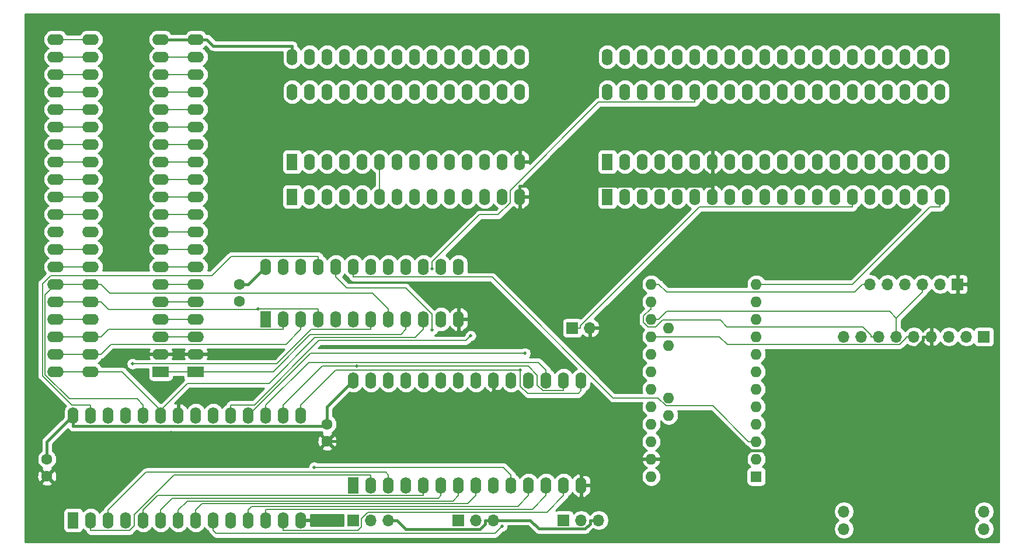
<source format=gtl>
G04 #@! TF.GenerationSoftware,KiCad,Pcbnew,(5.1.9)-1*
G04 #@! TF.CreationDate,2024-10-23T13:36:11+09:00*
G04 #@! TF.ProjectId,TK-80_EXT-BOARD,544b2d38-305f-4455-9854-2d424f415244,rev?*
G04 #@! TF.SameCoordinates,PX53920b0PY93c3260*
G04 #@! TF.FileFunction,Copper,L1,Top*
G04 #@! TF.FilePolarity,Positive*
%FSLAX46Y46*%
G04 Gerber Fmt 4.6, Leading zero omitted, Abs format (unit mm)*
G04 Created by KiCad (PCBNEW (5.1.9)-1) date 2024-10-23 13:36:11*
%MOMM*%
%LPD*%
G01*
G04 APERTURE LIST*
G04 #@! TA.AperFunction,ComponentPad*
%ADD10C,1.600000*%
G04 #@! TD*
G04 #@! TA.AperFunction,ComponentPad*
%ADD11R,1.700000X1.700000*%
G04 #@! TD*
G04 #@! TA.AperFunction,ComponentPad*
%ADD12O,1.700000X1.700000*%
G04 #@! TD*
G04 #@! TA.AperFunction,ComponentPad*
%ADD13R,2.400000X1.600000*%
G04 #@! TD*
G04 #@! TA.AperFunction,ComponentPad*
%ADD14O,2.400000X1.600000*%
G04 #@! TD*
G04 #@! TA.AperFunction,ComponentPad*
%ADD15R,1.600000X2.400000*%
G04 #@! TD*
G04 #@! TA.AperFunction,ComponentPad*
%ADD16O,1.600000X2.400000*%
G04 #@! TD*
G04 #@! TA.AperFunction,ComponentPad*
%ADD17R,1.600000X1.600000*%
G04 #@! TD*
G04 #@! TA.AperFunction,ComponentPad*
%ADD18O,1.600000X1.600000*%
G04 #@! TD*
G04 #@! TA.AperFunction,ViaPad*
%ADD19C,0.500000*%
G04 #@! TD*
G04 #@! TA.AperFunction,Conductor*
%ADD20C,0.400000*%
G04 #@! TD*
G04 #@! TA.AperFunction,Conductor*
%ADD21C,0.200000*%
G04 #@! TD*
G04 #@! TA.AperFunction,Conductor*
%ADD22C,0.254000*%
G04 #@! TD*
G04 #@! TA.AperFunction,Conductor*
%ADD23C,0.100000*%
G04 #@! TD*
G04 APERTURE END LIST*
D10*
X44450000Y17780000D03*
X44450000Y15280000D03*
X3810000Y10200000D03*
X3810000Y12700000D03*
X31750000Y38100000D03*
X31750000Y35600000D03*
D11*
X139700000Y30480000D03*
D12*
X137160000Y30480000D03*
X134620000Y30480000D03*
X132080000Y30480000D03*
X129540000Y30480000D03*
X127000000Y30480000D03*
X124460000Y30480000D03*
X121920000Y30480000D03*
X119380000Y30480000D03*
X119380000Y2540000D03*
X119380000Y5080000D03*
X139700000Y2540000D03*
X139700000Y5080000D03*
D11*
X135890000Y38100000D03*
D12*
X133350000Y38100000D03*
X130810000Y38100000D03*
X128270000Y38100000D03*
X125730000Y38100000D03*
X123190000Y38100000D03*
D11*
X80010000Y31750000D03*
D12*
X82550000Y31750000D03*
D13*
X25400000Y25400000D03*
D14*
X10160000Y73660000D03*
X25400000Y27940000D03*
X10160000Y71120000D03*
X25400000Y30480000D03*
X10160000Y68580000D03*
X25400000Y33020000D03*
X10160000Y66040000D03*
X25400000Y35560000D03*
X10160000Y63500000D03*
X25400000Y38100000D03*
X10160000Y60960000D03*
X25400000Y40640000D03*
X10160000Y58420000D03*
X25400000Y43180000D03*
X10160000Y55880000D03*
X25400000Y45720000D03*
X10160000Y53340000D03*
X25400000Y48260000D03*
X10160000Y50800000D03*
X25400000Y50800000D03*
X10160000Y48260000D03*
X25400000Y53340000D03*
X10160000Y45720000D03*
X25400000Y55880000D03*
X10160000Y43180000D03*
X25400000Y58420000D03*
X10160000Y40640000D03*
X25400000Y60960000D03*
X10160000Y38100000D03*
X25400000Y63500000D03*
X10160000Y35560000D03*
X25400000Y66040000D03*
X10160000Y33020000D03*
X25400000Y68580000D03*
X10160000Y30480000D03*
X25400000Y71120000D03*
X10160000Y27940000D03*
X25400000Y73660000D03*
X10160000Y25400000D03*
X5080000Y25400000D03*
X20320000Y73660000D03*
X5080000Y27940000D03*
X20320000Y71120000D03*
X5080000Y30480000D03*
X20320000Y68580000D03*
X5080000Y33020000D03*
X20320000Y66040000D03*
X5080000Y35560000D03*
X20320000Y63500000D03*
X5080000Y38100000D03*
X20320000Y60960000D03*
X5080000Y40640000D03*
X20320000Y58420000D03*
X5080000Y43180000D03*
X20320000Y55880000D03*
X5080000Y45720000D03*
X20320000Y53340000D03*
X5080000Y48260000D03*
X20320000Y50800000D03*
X5080000Y50800000D03*
X20320000Y48260000D03*
X5080000Y53340000D03*
X20320000Y45720000D03*
X5080000Y55880000D03*
X20320000Y43180000D03*
X5080000Y58420000D03*
X20320000Y40640000D03*
X5080000Y60960000D03*
X20320000Y38100000D03*
X5080000Y63500000D03*
X20320000Y35560000D03*
X5080000Y66040000D03*
X20320000Y33020000D03*
X5080000Y68580000D03*
X20320000Y30480000D03*
X5080000Y71120000D03*
X20320000Y27940000D03*
X5080000Y73660000D03*
D13*
X20320000Y25400000D03*
D15*
X39370000Y50800000D03*
D16*
X72390000Y66040000D03*
X41910000Y50800000D03*
X69850000Y66040000D03*
X44450000Y50800000D03*
X67310000Y66040000D03*
X46990000Y50800000D03*
X64770000Y66040000D03*
X49530000Y50800000D03*
X62230000Y66040000D03*
X52070000Y50800000D03*
X59690000Y66040000D03*
X54610000Y50800000D03*
X57150000Y66040000D03*
X57150000Y50800000D03*
X54610000Y66040000D03*
X59690000Y50800000D03*
X52070000Y66040000D03*
X62230000Y50800000D03*
X49530000Y66040000D03*
X64770000Y50800000D03*
X46990000Y66040000D03*
X67310000Y50800000D03*
X44450000Y66040000D03*
X69850000Y50800000D03*
X41910000Y66040000D03*
X72390000Y50800000D03*
X39370000Y66040000D03*
X39370000Y71120000D03*
X72390000Y55880000D03*
X41910000Y71120000D03*
X69850000Y55880000D03*
X44450000Y71120000D03*
X67310000Y55880000D03*
X46990000Y71120000D03*
X64770000Y55880000D03*
X49530000Y71120000D03*
X62230000Y55880000D03*
X52070000Y71120000D03*
X59690000Y55880000D03*
X54610000Y71120000D03*
X57150000Y55880000D03*
X57150000Y71120000D03*
X54610000Y55880000D03*
X59690000Y71120000D03*
X52070000Y55880000D03*
X62230000Y71120000D03*
X49530000Y55880000D03*
X64770000Y71120000D03*
X46990000Y55880000D03*
X67310000Y71120000D03*
X44450000Y55880000D03*
X69850000Y71120000D03*
X41910000Y55880000D03*
X72390000Y71120000D03*
D15*
X39370000Y55880000D03*
X35560000Y33020000D03*
D16*
X63500000Y40640000D03*
X38100000Y33020000D03*
X60960000Y40640000D03*
X40640000Y33020000D03*
X58420000Y40640000D03*
X43180000Y33020000D03*
X55880000Y40640000D03*
X45720000Y33020000D03*
X53340000Y40640000D03*
X48260000Y33020000D03*
X50800000Y40640000D03*
X50800000Y33020000D03*
X48260000Y40640000D03*
X53340000Y33020000D03*
X45720000Y40640000D03*
X55880000Y33020000D03*
X43180000Y40640000D03*
X58420000Y33020000D03*
X40640000Y40640000D03*
X60960000Y33020000D03*
X38100000Y40640000D03*
X63500000Y33020000D03*
X35560000Y40640000D03*
X7620000Y19050000D03*
X40640000Y3810000D03*
X10160000Y19050000D03*
X38100000Y3810000D03*
X12700000Y19050000D03*
X35560000Y3810000D03*
X15240000Y19050000D03*
X33020000Y3810000D03*
X17780000Y19050000D03*
X30480000Y3810000D03*
X20320000Y19050000D03*
X27940000Y3810000D03*
X22860000Y19050000D03*
X25400000Y3810000D03*
X25400000Y19050000D03*
X22860000Y3810000D03*
X27940000Y19050000D03*
X20320000Y3810000D03*
X30480000Y19050000D03*
X17780000Y3810000D03*
X33020000Y19050000D03*
X15240000Y3810000D03*
X35560000Y19050000D03*
X12700000Y3810000D03*
X38100000Y19050000D03*
X10160000Y3810000D03*
X40640000Y19050000D03*
D15*
X7620000Y3810000D03*
X85090000Y55880000D03*
D16*
X133350000Y71120000D03*
X87630000Y55880000D03*
X130810000Y71120000D03*
X90170000Y55880000D03*
X128270000Y71120000D03*
X92710000Y55880000D03*
X125730000Y71120000D03*
X95250000Y55880000D03*
X123190000Y71120000D03*
X97790000Y55880000D03*
X120650000Y71120000D03*
X100330000Y55880000D03*
X118110000Y71120000D03*
X102870000Y55880000D03*
X115570000Y71120000D03*
X105410000Y55880000D03*
X113030000Y71120000D03*
X107950000Y55880000D03*
X110490000Y71120000D03*
X110490000Y55880000D03*
X107950000Y71120000D03*
X113030000Y55880000D03*
X105410000Y71120000D03*
X115570000Y55880000D03*
X102870000Y71120000D03*
X118110000Y55880000D03*
X100330000Y71120000D03*
X120650000Y55880000D03*
X97790000Y71120000D03*
X123190000Y55880000D03*
X95250000Y71120000D03*
X125730000Y55880000D03*
X92710000Y71120000D03*
X128270000Y55880000D03*
X90170000Y71120000D03*
X130810000Y55880000D03*
X87630000Y71120000D03*
X133350000Y55880000D03*
X85090000Y71120000D03*
X85090000Y66040000D03*
X133350000Y50800000D03*
X87630000Y66040000D03*
X130810000Y50800000D03*
X90170000Y66040000D03*
X128270000Y50800000D03*
X92710000Y66040000D03*
X125730000Y50800000D03*
X95250000Y66040000D03*
X123190000Y50800000D03*
X97790000Y66040000D03*
X120650000Y50800000D03*
X100330000Y66040000D03*
X118110000Y50800000D03*
X102870000Y66040000D03*
X115570000Y50800000D03*
X105410000Y66040000D03*
X113030000Y50800000D03*
X107950000Y66040000D03*
X110490000Y50800000D03*
X110490000Y66040000D03*
X107950000Y50800000D03*
X113030000Y66040000D03*
X105410000Y50800000D03*
X115570000Y66040000D03*
X102870000Y50800000D03*
X118110000Y66040000D03*
X100330000Y50800000D03*
X120650000Y66040000D03*
X97790000Y50800000D03*
X123190000Y66040000D03*
X95250000Y50800000D03*
X125730000Y66040000D03*
X92710000Y50800000D03*
X128270000Y66040000D03*
X90170000Y50800000D03*
X130810000Y66040000D03*
X87630000Y50800000D03*
X133350000Y66040000D03*
D15*
X85090000Y50800000D03*
D17*
X106680000Y10160000D03*
D18*
X106680000Y12700000D03*
X106680000Y15240000D03*
X91440000Y38100000D03*
X106680000Y17780000D03*
X91440000Y35560000D03*
X106680000Y20320000D03*
X91440000Y33020000D03*
X106680000Y22860000D03*
X91440000Y30480000D03*
X106680000Y25400000D03*
X91440000Y27940000D03*
X106680000Y27940000D03*
X91440000Y25400000D03*
X106680000Y30480000D03*
X91440000Y22860000D03*
X106680000Y33020000D03*
X91440000Y20320000D03*
X106680000Y35560000D03*
X91440000Y17780000D03*
X106680000Y38100000D03*
X91440000Y15240000D03*
X91440000Y12700000D03*
X91440000Y10160000D03*
X93980000Y19050000D03*
X93980000Y21590000D03*
X93980000Y29210000D03*
X93980000Y31750000D03*
D11*
X48260000Y3810000D03*
D12*
X50800000Y3810000D03*
X53340000Y3810000D03*
X83820000Y3810000D03*
X81280000Y3810000D03*
D11*
X78740000Y3810000D03*
X63500000Y3810000D03*
D12*
X66040000Y3810000D03*
X68580000Y3810000D03*
D15*
X48260000Y8890000D03*
D16*
X81280000Y24130000D03*
X50800000Y8890000D03*
X78740000Y24130000D03*
X53340000Y8890000D03*
X76200000Y24130000D03*
X55880000Y8890000D03*
X73660000Y24130000D03*
X58420000Y8890000D03*
X71120000Y24130000D03*
X60960000Y8890000D03*
X68580000Y24130000D03*
X63500000Y8890000D03*
X66040000Y24130000D03*
X66040000Y8890000D03*
X63500000Y24130000D03*
X68580000Y8890000D03*
X60960000Y24130000D03*
X71120000Y8890000D03*
X58420000Y24130000D03*
X73660000Y8890000D03*
X55880000Y24130000D03*
X76200000Y8890000D03*
X53340000Y24130000D03*
X78740000Y8890000D03*
X50800000Y24130000D03*
X81280000Y8890000D03*
X48260000Y24130000D03*
D19*
X21798400Y16591500D03*
X69793000Y2914200D03*
X42571700Y11504800D03*
X16178700Y26528400D03*
X34419200Y34518900D03*
X48740100Y26186800D03*
X73144400Y28066500D03*
X65252000Y30598900D03*
X72476800Y25630400D03*
X59690000Y31461800D03*
X59690000Y40342200D03*
D20*
X68580000Y3810000D02*
X67329700Y3810000D01*
X53340000Y3810000D02*
X54590300Y3810000D01*
X54590300Y3810000D02*
X55880100Y2520200D01*
X55880100Y2520200D02*
X66558000Y2520200D01*
X66558000Y2520200D02*
X67329700Y3291900D01*
X67329700Y3291900D02*
X67329700Y3810000D01*
X83820000Y3810000D02*
X82569700Y3810000D01*
X68580000Y3810000D02*
X73902900Y3810000D01*
X73902900Y3810000D02*
X75153700Y2559200D01*
X75153700Y2559200D02*
X81837000Y2559200D01*
X81837000Y2559200D02*
X82569700Y3291900D01*
X82569700Y3291900D02*
X82569700Y3810000D01*
X7620000Y19050000D02*
X7620000Y17449700D01*
X44450000Y17780000D02*
X44119700Y17449700D01*
X44119700Y17449700D02*
X7620000Y17449700D01*
X44450000Y17780000D02*
X44450000Y20320000D01*
X44450000Y20320000D02*
X48260000Y24130000D01*
X20320000Y73660000D02*
X25400000Y73660000D01*
X25400000Y73660000D02*
X27000300Y73660000D01*
X39370000Y71120000D02*
X39370000Y72720300D01*
X39370000Y72720300D02*
X27940000Y72720300D01*
X27940000Y72720300D02*
X27000300Y73660000D01*
X31750000Y38100000D02*
X33020000Y38100000D01*
X33020000Y38100000D02*
X35560000Y40640000D01*
X3810000Y12700000D02*
X3810000Y15240000D01*
X3810000Y15240000D02*
X7620000Y19050000D01*
X68580000Y22529700D02*
X61330300Y15280000D01*
X61330300Y15280000D02*
X44450000Y15280000D01*
X68580000Y22679800D02*
X68580000Y22529700D01*
X68580000Y24130000D02*
X68580000Y22679800D01*
X68580000Y22529700D02*
X69240600Y22529700D01*
X69240600Y22529700D02*
X81280000Y10490300D01*
X91440000Y12700000D02*
X90239700Y12700000D01*
X81280000Y8890000D02*
X81280000Y10490300D01*
X81280000Y10490300D02*
X88030000Y10490300D01*
X88030000Y10490300D02*
X90239700Y12700000D01*
X21798400Y16591500D02*
X10201500Y16591500D01*
X10201500Y16591500D02*
X3810000Y10200000D01*
X132080000Y30480000D02*
X132080000Y31730300D01*
X135890000Y38100000D02*
X135890000Y35540300D01*
X135890000Y35540300D02*
X132080000Y31730300D01*
X132080000Y30480000D02*
X130829700Y30480000D01*
X91440000Y12700000D02*
X92640300Y12700000D01*
X92640300Y12700000D02*
X93840600Y13900300D01*
X93840600Y13900300D02*
X114768100Y13900300D01*
X114768100Y13900300D02*
X130829700Y29961900D01*
X130829700Y29961900D02*
X130829700Y30480000D01*
X100330000Y52400300D02*
X100330000Y55880000D01*
X100330000Y51600200D02*
X100330000Y52400300D01*
X100330000Y50800000D02*
X100330000Y51600200D01*
X72390000Y50800000D02*
X72390000Y52400300D01*
X72390000Y52400300D02*
X100330000Y52400300D01*
D21*
X20320000Y48260000D02*
X25400000Y48260000D01*
X20320000Y45720000D02*
X25400000Y45720000D01*
X20320000Y43180000D02*
X25400000Y43180000D01*
X20320000Y40640000D02*
X25400000Y40640000D01*
X20320000Y30480000D02*
X25400000Y30480000D01*
X20320000Y33020000D02*
X25400000Y33020000D01*
X20320000Y35560000D02*
X25400000Y35560000D01*
X20320000Y38100000D02*
X25400000Y38100000D01*
X129540000Y30480000D02*
X128389700Y30480000D01*
X91440000Y30480000D02*
X101330900Y30480000D01*
X101330900Y30480000D02*
X102482700Y29328200D01*
X102482700Y29328200D02*
X127476200Y29328200D01*
X127476200Y29328200D02*
X128389700Y30241700D01*
X128389700Y30241700D02*
X128389700Y30480000D01*
X91440000Y33020000D02*
X92540300Y33020000D01*
X127000000Y33139700D02*
X127000000Y30480000D01*
X130810000Y36949700D02*
X127000000Y33139700D01*
X92540300Y33020000D02*
X93666800Y34146500D01*
X93666800Y34146500D02*
X125993200Y34146500D01*
X125993200Y34146500D02*
X127000000Y33139700D01*
X130810000Y38100000D02*
X130810000Y36949700D01*
X124460000Y30480000D02*
X123309700Y30480000D01*
X91440000Y35560000D02*
X91440000Y34459700D01*
X91440000Y34459700D02*
X91302500Y34459700D01*
X91302500Y34459700D02*
X90328600Y33485800D01*
X90328600Y33485800D02*
X90328600Y32571800D01*
X90328600Y32571800D02*
X91010200Y31890200D01*
X91010200Y31890200D02*
X92070000Y31890200D01*
X92070000Y31890200D02*
X93055600Y32875800D01*
X93055600Y32875800D02*
X101475100Y32875800D01*
X101475100Y32875800D02*
X102432200Y31918700D01*
X102432200Y31918700D02*
X122109300Y31918700D01*
X122109300Y31918700D02*
X123309700Y30718300D01*
X123309700Y30718300D02*
X123309700Y30480000D01*
X123190000Y38100000D02*
X122039700Y38100000D01*
X91440000Y38100000D02*
X92540300Y38100000D01*
X92540300Y38100000D02*
X93669000Y36971300D01*
X93669000Y36971300D02*
X120911000Y36971300D01*
X120911000Y36971300D02*
X122039700Y38100000D01*
X133350000Y50800000D02*
X133350000Y49299700D01*
X106680000Y38100000D02*
X120650000Y38100000D01*
X120650000Y38100000D02*
X131849700Y49299700D01*
X131849700Y49299700D02*
X133350000Y49299700D01*
X80010000Y31750000D02*
X81160300Y31750000D01*
X120650000Y50800000D02*
X120650000Y49299700D01*
X120650000Y49299700D02*
X98422400Y49299700D01*
X98422400Y49299700D02*
X81160300Y32037600D01*
X81160300Y32037600D02*
X81160300Y31750000D01*
X69793000Y2914200D02*
X68780800Y1902000D01*
X68780800Y1902000D02*
X28347700Y1902000D01*
X28347700Y1902000D02*
X27940000Y2309700D01*
X27940000Y3810000D02*
X27940000Y2309700D01*
X5080000Y60960000D02*
X10160000Y60960000D01*
X71120000Y8890000D02*
X71120000Y10390300D01*
X71120000Y10390300D02*
X70005500Y11504800D01*
X70005500Y11504800D02*
X42571700Y11504800D01*
X5080000Y63500000D02*
X10160000Y63500000D01*
X20320000Y53340000D02*
X25400000Y53340000D01*
X20320000Y68580000D02*
X25400000Y68580000D01*
X26900300Y25400000D02*
X36594600Y25400000D01*
X36594600Y25400000D02*
X41982400Y30787800D01*
X41982400Y30787800D02*
X55148100Y30787800D01*
X55148100Y30787800D02*
X55880000Y31519700D01*
X20320000Y25400000D02*
X25400000Y25400000D01*
X25400000Y25400000D02*
X26900300Y25400000D01*
X55880000Y33020000D02*
X55880000Y31519700D01*
X5080000Y73660000D02*
X10160000Y73660000D01*
X5080000Y71120000D02*
X10160000Y71120000D01*
X5080000Y68580000D02*
X10160000Y68580000D01*
X5080000Y66040000D02*
X10160000Y66040000D01*
X66040000Y7389700D02*
X64839000Y6188700D01*
X64839000Y6188700D02*
X26278400Y6188700D01*
X26278400Y6188700D02*
X25400000Y5310300D01*
X25400000Y3810000D02*
X25400000Y5310300D01*
X66040000Y8890000D02*
X66040000Y7389700D01*
X5080000Y58420000D02*
X10160000Y58420000D01*
X5080000Y55880000D02*
X10160000Y55880000D01*
X63500000Y7389700D02*
X62699400Y6589100D01*
X62699400Y6589100D02*
X24138800Y6589100D01*
X24138800Y6589100D02*
X22860000Y5310300D01*
X22860000Y3810000D02*
X22860000Y5310300D01*
X5080000Y53340000D02*
X10160000Y53340000D01*
X63500000Y8890000D02*
X63500000Y7389700D01*
X60960000Y7389700D02*
X60559700Y6989400D01*
X60559700Y6989400D02*
X21999100Y6989400D01*
X21999100Y6989400D02*
X20320000Y5310300D01*
X5080000Y50800000D02*
X10160000Y50800000D01*
X60960000Y8890000D02*
X60960000Y7389700D01*
X20320000Y3810000D02*
X20320000Y5310300D01*
X20320000Y50800000D02*
X25400000Y50800000D01*
X58420000Y7389700D02*
X19859400Y7389700D01*
X19859400Y7389700D02*
X17780000Y5310300D01*
X5080000Y48260000D02*
X10160000Y48260000D01*
X58420000Y8890000D02*
X58420000Y7389700D01*
X17780000Y3810000D02*
X17780000Y5310300D01*
X20320000Y55880000D02*
X25400000Y55880000D01*
X12700000Y5310300D02*
X18180300Y10790600D01*
X18180300Y10790600D02*
X52939700Y10790600D01*
X52939700Y10790600D02*
X53340000Y10390300D01*
X5080000Y43180000D02*
X10160000Y43180000D01*
X12700000Y3810000D02*
X12700000Y5310300D01*
X53340000Y8890000D02*
X53340000Y10390300D01*
X20320000Y58420000D02*
X25400000Y58420000D01*
X50800000Y31519700D02*
X42148000Y31519700D01*
X42148000Y31519700D02*
X37156700Y26528400D01*
X37156700Y26528400D02*
X16178700Y26528400D01*
X50800000Y33020000D02*
X50800000Y31519700D01*
X5080000Y40640000D02*
X10160000Y40640000D01*
X20320000Y60960000D02*
X25400000Y60960000D01*
X10160000Y38100000D02*
X11660300Y38100000D01*
X53340000Y33020000D02*
X53340000Y34520300D01*
X53340000Y34520300D02*
X51030300Y36830000D01*
X51030300Y36830000D02*
X12930300Y36830000D01*
X12930300Y36830000D02*
X11660300Y38100000D01*
X5080000Y38100000D02*
X3548200Y36568200D01*
X3548200Y36568200D02*
X3548200Y24962800D01*
X3548200Y24962800D02*
X7079900Y21431100D01*
X7079900Y21431100D02*
X16899200Y21431100D01*
X16899200Y21431100D02*
X17780000Y20550300D01*
X5080000Y38100000D02*
X10160000Y38100000D01*
X17780000Y19050000D02*
X17780000Y20550300D01*
X20320000Y63500000D02*
X25400000Y63500000D01*
X11660300Y35560000D02*
X12780400Y34439900D01*
X12780400Y34439900D02*
X34340200Y34439900D01*
X34340200Y34439900D02*
X34419200Y34518900D01*
X43180000Y34520300D02*
X34420600Y34520300D01*
X34420600Y34520300D02*
X34419200Y34518900D01*
X43180000Y33020000D02*
X43180000Y34520300D01*
X10160000Y35560000D02*
X11660300Y35560000D01*
X5080000Y35560000D02*
X10160000Y35560000D01*
X20320000Y66040000D02*
X25400000Y66040000D01*
X5080000Y33020000D02*
X10160000Y33020000D01*
X50800000Y8890000D02*
X50800000Y10390300D01*
X10160000Y3810000D02*
X10160000Y2309700D01*
X50800000Y10390300D02*
X22254400Y10390300D01*
X22254400Y10390300D02*
X16510000Y4645900D01*
X16510000Y4645900D02*
X16510000Y3053300D01*
X16510000Y3053300D02*
X15766400Y2309700D01*
X15766400Y2309700D02*
X10160000Y2309700D01*
X10160000Y30480000D02*
X11660300Y30480000D01*
X38100000Y33020000D02*
X38100000Y31519700D01*
X38100000Y31519700D02*
X27322900Y31519700D01*
X27322900Y31519700D02*
X27258300Y31584300D01*
X27258300Y31584300D02*
X12764600Y31584300D01*
X12764600Y31584300D02*
X11660300Y30480000D01*
X5080000Y30480000D02*
X10160000Y30480000D01*
X20320000Y71120000D02*
X25400000Y71120000D01*
X40640000Y31519700D02*
X38499900Y29379600D01*
X38499900Y29379600D02*
X13099900Y29379600D01*
X13099900Y29379600D02*
X11660300Y27940000D01*
X10160000Y27940000D02*
X11660300Y27940000D01*
X40640000Y33020000D02*
X40640000Y31519700D01*
X5080000Y27940000D02*
X10160000Y27940000D01*
X20320000Y19800200D02*
X14720200Y25400000D01*
X14720200Y25400000D02*
X11660300Y25400000D01*
X10160000Y25400000D02*
X11660300Y25400000D01*
X58420000Y31519700D02*
X57219100Y30318800D01*
X57219100Y30318800D02*
X42622800Y30318800D01*
X42622800Y30318800D02*
X35997400Y23693400D01*
X35997400Y23693400D02*
X24213200Y23693400D01*
X24213200Y23693400D02*
X20320000Y19800200D01*
X58420000Y33020000D02*
X58420000Y31519700D01*
X20320000Y19050000D02*
X20320000Y19800200D01*
X5080000Y25400000D02*
X10160000Y25400000D01*
X35560000Y3810000D02*
X35560000Y5310300D01*
X76200000Y8890000D02*
X76200000Y7389700D01*
X76200000Y7389700D02*
X74198300Y5388000D01*
X74198300Y5388000D02*
X35637700Y5388000D01*
X35637700Y5388000D02*
X35560000Y5310300D01*
X76200000Y25630300D02*
X75093200Y26737100D01*
X75093200Y26737100D02*
X41746800Y26737100D01*
X41746800Y26737100D02*
X35560000Y20550300D01*
X35560000Y19050000D02*
X35560000Y20550300D01*
X76200000Y24130000D02*
X76200000Y25630300D01*
X48740100Y26186800D02*
X43736500Y26186800D01*
X43736500Y26186800D02*
X38100000Y20550300D01*
X78740000Y22629700D02*
X75727900Y22629700D01*
X75727900Y22629700D02*
X74930000Y23427600D01*
X74930000Y23427600D02*
X74930000Y24840900D01*
X74930000Y24840900D02*
X73584100Y26186800D01*
X73584100Y26186800D02*
X48740100Y26186800D01*
X38100000Y19050000D02*
X38100000Y20550300D01*
X78740000Y24130000D02*
X78740000Y22629700D01*
X52070000Y55880000D02*
X52070000Y50800000D01*
X33020000Y19050000D02*
X42036500Y28066500D01*
X42036500Y28066500D02*
X73144400Y28066500D01*
X65252000Y30598900D02*
X64571500Y29918400D01*
X64571500Y29918400D02*
X43255700Y29918400D01*
X43255700Y29918400D02*
X33887600Y20550300D01*
X33887600Y20550300D02*
X30480000Y20550300D01*
X30480000Y19050000D02*
X30480000Y20550300D01*
X81280000Y22629700D02*
X80879400Y22229100D01*
X80879400Y22229100D02*
X73534800Y22229100D01*
X73534800Y22229100D02*
X72476800Y23287100D01*
X72476800Y23287100D02*
X72476800Y25630400D01*
X40640000Y20550300D02*
X45720100Y25630400D01*
X45720100Y25630400D02*
X72476800Y25630400D01*
X81280000Y24130000D02*
X81280000Y22629700D01*
X40640000Y19050000D02*
X40640000Y20550300D01*
X38100000Y3810000D02*
X38100000Y2309700D01*
X78740000Y8890000D02*
X78740000Y7389700D01*
X78740000Y7389700D02*
X76338000Y4987700D01*
X76338000Y4987700D02*
X50329000Y4987700D01*
X50329000Y4987700D02*
X49410400Y4069100D01*
X49410400Y4069100D02*
X49410400Y2835700D01*
X49410400Y2835700D02*
X48884400Y2309700D01*
X48884400Y2309700D02*
X38100000Y2309700D01*
X33020000Y3810000D02*
X33020000Y5310300D01*
X73660000Y8890000D02*
X73660000Y7389700D01*
X73660000Y7389700D02*
X72058600Y5788300D01*
X72058600Y5788300D02*
X33498000Y5788300D01*
X33498000Y5788300D02*
X33020000Y5310300D01*
X45720000Y39139700D02*
X47263700Y37596000D01*
X47263700Y37596000D02*
X55800400Y37596000D01*
X55800400Y37596000D02*
X59690000Y33706400D01*
X59690000Y33706400D02*
X59690000Y31461800D01*
X45720000Y40640000D02*
X45720000Y39139700D01*
X43180000Y42140300D02*
X30506300Y42140300D01*
X30506300Y42140300D02*
X27736000Y39370000D01*
X27736000Y39370000D02*
X4336700Y39370000D01*
X4336700Y39370000D02*
X3147800Y38181100D01*
X3147800Y38181100D02*
X3147800Y24796900D01*
X3147800Y24796900D02*
X7394400Y20550300D01*
X7394400Y20550300D02*
X10160000Y20550300D01*
X10160000Y19050000D02*
X10160000Y20550300D01*
X43180000Y40640000D02*
X43180000Y42140300D01*
X97790000Y66040000D02*
X97790000Y64539700D01*
X59690000Y40342200D02*
X59690000Y41339900D01*
X59690000Y41339900D02*
X66544100Y48194000D01*
X66544100Y48194000D02*
X69239500Y48194000D01*
X69239500Y48194000D02*
X70978400Y49932900D01*
X70978400Y49932900D02*
X70978400Y51715800D01*
X70978400Y51715800D02*
X83802300Y64539700D01*
X83802300Y64539700D02*
X97790000Y64539700D01*
X48260000Y40640000D02*
X48260000Y39139700D01*
X106680000Y15240000D02*
X105579700Y15240000D01*
X105579700Y15240000D02*
X100383000Y20436700D01*
X100383000Y20436700D02*
X93565100Y20436700D01*
X93565100Y20436700D02*
X92411800Y21590000D01*
X92411800Y21590000D02*
X85886500Y21590000D01*
X85886500Y21590000D02*
X68336800Y39139700D01*
X68336800Y39139700D02*
X48260000Y39139700D01*
D22*
X141840000Y660000D02*
X660000Y660000D01*
X660000Y5010000D01*
X6181928Y5010000D01*
X6181928Y2610000D01*
X6194188Y2485518D01*
X6230498Y2365820D01*
X6289463Y2255506D01*
X6368815Y2158815D01*
X6465506Y2079463D01*
X6575820Y2020498D01*
X6695518Y1984188D01*
X6820000Y1971928D01*
X8420000Y1971928D01*
X8544482Y1984188D01*
X8664180Y2020498D01*
X8774494Y2079463D01*
X8871185Y2158815D01*
X8950537Y2255506D01*
X9009502Y2365820D01*
X9045812Y2485518D01*
X9047581Y2503483D01*
X9140393Y2390392D01*
X9358900Y2211068D01*
X9435174Y2170299D01*
X9435635Y2165615D01*
X9477663Y2027067D01*
X9545913Y1899380D01*
X9637762Y1787462D01*
X9749680Y1695613D01*
X9877367Y1627363D01*
X10015915Y1585335D01*
X10123895Y1574700D01*
X10160000Y1571144D01*
X10196105Y1574700D01*
X15730295Y1574700D01*
X15766400Y1571144D01*
X15802505Y1574700D01*
X15910485Y1585335D01*
X16049033Y1627363D01*
X16176720Y1695613D01*
X16288638Y1787462D01*
X16311658Y1815512D01*
X16829678Y2333531D01*
X16978900Y2211068D01*
X17228193Y2077818D01*
X17498692Y1995764D01*
X17780000Y1968057D01*
X18061309Y1995764D01*
X18331808Y2077818D01*
X18581101Y2211068D01*
X18799608Y2390392D01*
X18978932Y2608899D01*
X19050000Y2741858D01*
X19121068Y2608899D01*
X19300393Y2390392D01*
X19518900Y2211068D01*
X19768193Y2077818D01*
X20038692Y1995764D01*
X20320000Y1968057D01*
X20601309Y1995764D01*
X20871808Y2077818D01*
X21121101Y2211068D01*
X21339608Y2390392D01*
X21518932Y2608899D01*
X21590000Y2741858D01*
X21661068Y2608899D01*
X21840393Y2390392D01*
X22058900Y2211068D01*
X22308193Y2077818D01*
X22578692Y1995764D01*
X22860000Y1968057D01*
X23141309Y1995764D01*
X23411808Y2077818D01*
X23661101Y2211068D01*
X23879608Y2390392D01*
X24058932Y2608899D01*
X24130000Y2741858D01*
X24201068Y2608899D01*
X24380393Y2390392D01*
X24598900Y2211068D01*
X24848193Y2077818D01*
X25118692Y1995764D01*
X25400000Y1968057D01*
X25681309Y1995764D01*
X25951808Y2077818D01*
X26201101Y2211068D01*
X26419608Y2390392D01*
X26598932Y2608899D01*
X26670000Y2741858D01*
X26741068Y2608899D01*
X26920393Y2390392D01*
X27138900Y2211068D01*
X27215174Y2170299D01*
X27215635Y2165615D01*
X27257017Y2029200D01*
X27257664Y2027067D01*
X27325914Y1899380D01*
X27417763Y1787462D01*
X27445807Y1764447D01*
X27802441Y1407813D01*
X27825462Y1379762D01*
X27937380Y1287913D01*
X28065067Y1219663D01*
X28203615Y1177635D01*
X28347700Y1163444D01*
X28383805Y1167000D01*
X68744695Y1167000D01*
X68780800Y1163444D01*
X68816905Y1167000D01*
X68924885Y1177635D01*
X69063433Y1219663D01*
X69191120Y1287913D01*
X69303038Y1379762D01*
X69326058Y1407812D01*
X69964153Y2045906D01*
X70051145Y2063210D01*
X70212205Y2129923D01*
X70357155Y2226776D01*
X70480424Y2350045D01*
X70577277Y2494995D01*
X70643990Y2656055D01*
X70678000Y2827035D01*
X70678000Y2975000D01*
X73557033Y2975000D01*
X74534258Y1997774D01*
X74560409Y1965909D01*
X74687554Y1861564D01*
X74832613Y1784028D01*
X74990011Y1736282D01*
X75112681Y1724200D01*
X75112691Y1724200D01*
X75153699Y1720161D01*
X75194707Y1724200D01*
X81795982Y1724200D01*
X81837000Y1720160D01*
X81878018Y1724200D01*
X81878019Y1724200D01*
X82000689Y1736282D01*
X82158087Y1784028D01*
X82303146Y1861564D01*
X82430291Y1965909D01*
X82456446Y1997778D01*
X83018331Y2559664D01*
X83116589Y2494010D01*
X83386842Y2382068D01*
X83673740Y2325000D01*
X83966260Y2325000D01*
X84253158Y2382068D01*
X84523411Y2494010D01*
X84766632Y2656525D01*
X84973475Y2863368D01*
X85135990Y3106589D01*
X85247932Y3376842D01*
X85305000Y3663740D01*
X85305000Y3956260D01*
X85247932Y4243158D01*
X85135990Y4513411D01*
X84973475Y4756632D01*
X84766632Y4963475D01*
X84523411Y5125990D01*
X84281337Y5226260D01*
X117895000Y5226260D01*
X117895000Y4933740D01*
X117952068Y4646842D01*
X118064010Y4376589D01*
X118226525Y4133368D01*
X118433368Y3926525D01*
X118607760Y3810000D01*
X118433368Y3693475D01*
X118226525Y3486632D01*
X118064010Y3243411D01*
X117952068Y2973158D01*
X117895000Y2686260D01*
X117895000Y2393740D01*
X117952068Y2106842D01*
X118064010Y1836589D01*
X118226525Y1593368D01*
X118433368Y1386525D01*
X118676589Y1224010D01*
X118946842Y1112068D01*
X119233740Y1055000D01*
X119526260Y1055000D01*
X119813158Y1112068D01*
X120083411Y1224010D01*
X120326632Y1386525D01*
X120533475Y1593368D01*
X120695990Y1836589D01*
X120807932Y2106842D01*
X120865000Y2393740D01*
X120865000Y2686260D01*
X120807932Y2973158D01*
X120695990Y3243411D01*
X120533475Y3486632D01*
X120326632Y3693475D01*
X120152240Y3810000D01*
X120326632Y3926525D01*
X120533475Y4133368D01*
X120695990Y4376589D01*
X120807932Y4646842D01*
X120865000Y4933740D01*
X120865000Y5226260D01*
X138215000Y5226260D01*
X138215000Y4933740D01*
X138272068Y4646842D01*
X138384010Y4376589D01*
X138546525Y4133368D01*
X138753368Y3926525D01*
X138927760Y3810000D01*
X138753368Y3693475D01*
X138546525Y3486632D01*
X138384010Y3243411D01*
X138272068Y2973158D01*
X138215000Y2686260D01*
X138215000Y2393740D01*
X138272068Y2106842D01*
X138384010Y1836589D01*
X138546525Y1593368D01*
X138753368Y1386525D01*
X138996589Y1224010D01*
X139266842Y1112068D01*
X139553740Y1055000D01*
X139846260Y1055000D01*
X140133158Y1112068D01*
X140403411Y1224010D01*
X140646632Y1386525D01*
X140853475Y1593368D01*
X141015990Y1836589D01*
X141127932Y2106842D01*
X141185000Y2393740D01*
X141185000Y2686260D01*
X141127932Y2973158D01*
X141015990Y3243411D01*
X140853475Y3486632D01*
X140646632Y3693475D01*
X140472240Y3810000D01*
X140646632Y3926525D01*
X140853475Y4133368D01*
X141015990Y4376589D01*
X141127932Y4646842D01*
X141185000Y4933740D01*
X141185000Y5226260D01*
X141127932Y5513158D01*
X141015990Y5783411D01*
X140853475Y6026632D01*
X140646632Y6233475D01*
X140403411Y6395990D01*
X140133158Y6507932D01*
X139846260Y6565000D01*
X139553740Y6565000D01*
X139266842Y6507932D01*
X138996589Y6395990D01*
X138753368Y6233475D01*
X138546525Y6026632D01*
X138384010Y5783411D01*
X138272068Y5513158D01*
X138215000Y5226260D01*
X120865000Y5226260D01*
X120807932Y5513158D01*
X120695990Y5783411D01*
X120533475Y6026632D01*
X120326632Y6233475D01*
X120083411Y6395990D01*
X119813158Y6507932D01*
X119526260Y6565000D01*
X119233740Y6565000D01*
X118946842Y6507932D01*
X118676589Y6395990D01*
X118433368Y6233475D01*
X118226525Y6026632D01*
X118064010Y5783411D01*
X117952068Y5513158D01*
X117895000Y5226260D01*
X84281337Y5226260D01*
X84253158Y5237932D01*
X83966260Y5295000D01*
X83673740Y5295000D01*
X83386842Y5237932D01*
X83116589Y5125990D01*
X82873368Y4963475D01*
X82666525Y4756632D01*
X82593095Y4646736D01*
X82569700Y4649040D01*
X82528682Y4645000D01*
X82528681Y4645000D01*
X82509338Y4643095D01*
X82433475Y4756632D01*
X82226632Y4963475D01*
X81983411Y5125990D01*
X81713158Y5237932D01*
X81426260Y5295000D01*
X81133740Y5295000D01*
X80846842Y5237932D01*
X80576589Y5125990D01*
X80333368Y4963475D01*
X80201513Y4831620D01*
X80179502Y4904180D01*
X80120537Y5014494D01*
X80041185Y5111185D01*
X79944494Y5190537D01*
X79834180Y5249502D01*
X79714482Y5285812D01*
X79590000Y5298072D01*
X77890000Y5298072D01*
X77765518Y5285812D01*
X77645820Y5249502D01*
X77631702Y5241956D01*
X79234193Y6844446D01*
X79262238Y6867462D01*
X79354087Y6979380D01*
X79422337Y7107067D01*
X79458501Y7226285D01*
X79464365Y7245614D01*
X79464826Y7250298D01*
X79541101Y7291068D01*
X79759608Y7470392D01*
X79938932Y7688899D01*
X80007265Y7816741D01*
X80157399Y7587161D01*
X80355105Y7385500D01*
X80588354Y7226285D01*
X80848182Y7115633D01*
X80930961Y7098096D01*
X81153000Y7220085D01*
X81153000Y8763000D01*
X81407000Y8763000D01*
X81407000Y7220085D01*
X81629039Y7098096D01*
X81711818Y7115633D01*
X81971646Y7226285D01*
X82204895Y7385500D01*
X82402601Y7587161D01*
X82557166Y7823517D01*
X82662650Y8085486D01*
X82715000Y8363000D01*
X82715000Y8763000D01*
X81407000Y8763000D01*
X81153000Y8763000D01*
X81133000Y8763000D01*
X81133000Y9017000D01*
X81153000Y9017000D01*
X81153000Y10559915D01*
X81407000Y10559915D01*
X81407000Y9017000D01*
X82715000Y9017000D01*
X82715000Y9417000D01*
X82662650Y9694514D01*
X82557166Y9956483D01*
X82402601Y10192839D01*
X82296233Y10301335D01*
X90005000Y10301335D01*
X90005000Y10018665D01*
X90060147Y9741426D01*
X90168320Y9480273D01*
X90325363Y9245241D01*
X90525241Y9045363D01*
X90760273Y8888320D01*
X91021426Y8780147D01*
X91298665Y8725000D01*
X91581335Y8725000D01*
X91858574Y8780147D01*
X92119727Y8888320D01*
X92354759Y9045363D01*
X92554637Y9245241D01*
X92711680Y9480273D01*
X92819853Y9741426D01*
X92875000Y10018665D01*
X92875000Y10301335D01*
X92819853Y10578574D01*
X92711680Y10839727D01*
X92554637Y11074759D01*
X92354759Y11274637D01*
X92119727Y11431680D01*
X92109135Y11436067D01*
X92295131Y11547615D01*
X92503519Y11736586D01*
X92671037Y11962580D01*
X92791246Y12216913D01*
X92831904Y12350961D01*
X92709915Y12573000D01*
X91567000Y12573000D01*
X91567000Y12553000D01*
X91313000Y12553000D01*
X91313000Y12573000D01*
X90170085Y12573000D01*
X90048096Y12350961D01*
X90088754Y12216913D01*
X90208963Y11962580D01*
X90376481Y11736586D01*
X90584869Y11547615D01*
X90770865Y11436067D01*
X90760273Y11431680D01*
X90525241Y11274637D01*
X90325363Y11074759D01*
X90168320Y10839727D01*
X90060147Y10578574D01*
X90005000Y10301335D01*
X82296233Y10301335D01*
X82204895Y10394500D01*
X81971646Y10553715D01*
X81711818Y10664367D01*
X81629039Y10681904D01*
X81407000Y10559915D01*
X81153000Y10559915D01*
X80930961Y10681904D01*
X80848182Y10664367D01*
X80588354Y10553715D01*
X80355105Y10394500D01*
X80157399Y10192839D01*
X80007265Y9963259D01*
X79938932Y10091101D01*
X79759607Y10309608D01*
X79541100Y10488932D01*
X79291807Y10622182D01*
X79021308Y10704236D01*
X78740000Y10731943D01*
X78458691Y10704236D01*
X78188192Y10622182D01*
X77938899Y10488932D01*
X77720392Y10309607D01*
X77541068Y10091100D01*
X77470000Y9958142D01*
X77398932Y10091101D01*
X77219607Y10309608D01*
X77001100Y10488932D01*
X76751807Y10622182D01*
X76481308Y10704236D01*
X76200000Y10731943D01*
X75918691Y10704236D01*
X75648192Y10622182D01*
X75398899Y10488932D01*
X75180392Y10309607D01*
X75001068Y10091100D01*
X74930000Y9958142D01*
X74858932Y10091101D01*
X74679607Y10309608D01*
X74461100Y10488932D01*
X74211807Y10622182D01*
X73941308Y10704236D01*
X73660000Y10731943D01*
X73378691Y10704236D01*
X73108192Y10622182D01*
X72858899Y10488932D01*
X72640392Y10309607D01*
X72461068Y10091100D01*
X72390000Y9958142D01*
X72318932Y10091101D01*
X72139607Y10309608D01*
X71921100Y10488932D01*
X71844826Y10529701D01*
X71844365Y10534386D01*
X71830960Y10578574D01*
X71802337Y10672933D01*
X71734087Y10800620D01*
X71642238Y10912538D01*
X71614193Y10935554D01*
X70550758Y11998988D01*
X70527738Y12027038D01*
X70415820Y12118887D01*
X70288133Y12187137D01*
X70149585Y12229165D01*
X70041605Y12239800D01*
X70005500Y12243356D01*
X69969395Y12239800D01*
X43064653Y12239800D01*
X42990905Y12289077D01*
X42829845Y12355790D01*
X42658865Y12389800D01*
X42484535Y12389800D01*
X42313555Y12355790D01*
X42152495Y12289077D01*
X42007545Y12192224D01*
X41884276Y12068955D01*
X41787423Y11924005D01*
X41720710Y11762945D01*
X41686700Y11591965D01*
X41686700Y11525600D01*
X18216405Y11525600D01*
X18180300Y11529156D01*
X18036215Y11514965D01*
X17897666Y11472937D01*
X17820480Y11431680D01*
X17769980Y11404687D01*
X17658062Y11312838D01*
X17635046Y11284793D01*
X12205808Y5855554D01*
X12177763Y5832538D01*
X12085914Y5720620D01*
X12045075Y5644215D01*
X12017664Y5592933D01*
X11975635Y5454385D01*
X11975174Y5449702D01*
X11898899Y5408932D01*
X11680392Y5229607D01*
X11501068Y5011100D01*
X11430000Y4878142D01*
X11358932Y5011101D01*
X11179607Y5229608D01*
X10961100Y5408932D01*
X10711807Y5542182D01*
X10441308Y5624236D01*
X10160000Y5651943D01*
X9878691Y5624236D01*
X9608192Y5542182D01*
X9358899Y5408932D01*
X9140392Y5229607D01*
X9047581Y5116517D01*
X9045812Y5134482D01*
X9009502Y5254180D01*
X8950537Y5364494D01*
X8871185Y5461185D01*
X8774494Y5540537D01*
X8664180Y5599502D01*
X8544482Y5635812D01*
X8420000Y5648072D01*
X6820000Y5648072D01*
X6695518Y5635812D01*
X6575820Y5599502D01*
X6465506Y5540537D01*
X6368815Y5461185D01*
X6289463Y5364494D01*
X6230498Y5254180D01*
X6194188Y5134482D01*
X6181928Y5010000D01*
X660000Y5010000D01*
X660000Y9207298D01*
X2996903Y9207298D01*
X3068486Y8963329D01*
X3323996Y8842429D01*
X3598184Y8773700D01*
X3880512Y8759783D01*
X4160130Y8801213D01*
X4426292Y8896397D01*
X4551514Y8963329D01*
X4623097Y9207298D01*
X3810000Y10020395D01*
X2996903Y9207298D01*
X660000Y9207298D01*
X660000Y10129488D01*
X2369783Y10129488D01*
X2411213Y9849870D01*
X2506397Y9583708D01*
X2573329Y9458486D01*
X2817298Y9386903D01*
X3630395Y10200000D01*
X3989605Y10200000D01*
X4802702Y9386903D01*
X5046671Y9458486D01*
X5167571Y9713996D01*
X5236300Y9988184D01*
X5250217Y10270512D01*
X5208787Y10550130D01*
X5113603Y10816292D01*
X5046671Y10941514D01*
X4802702Y11013097D01*
X3989605Y10200000D01*
X3630395Y10200000D01*
X2817298Y11013097D01*
X2573329Y10941514D01*
X2452429Y10686004D01*
X2383700Y10411816D01*
X2369783Y10129488D01*
X660000Y10129488D01*
X660000Y12841335D01*
X2375000Y12841335D01*
X2375000Y12558665D01*
X2430147Y12281426D01*
X2538320Y12020273D01*
X2695363Y11785241D01*
X2895241Y11585363D01*
X3095869Y11451308D01*
X3068486Y11436671D01*
X2996903Y11192702D01*
X3810000Y10379605D01*
X4623097Y11192702D01*
X4551514Y11436671D01*
X4522659Y11450324D01*
X4724759Y11585363D01*
X4924637Y11785241D01*
X5081680Y12020273D01*
X5189853Y12281426D01*
X5245000Y12558665D01*
X5245000Y12841335D01*
X5189853Y13118574D01*
X5081680Y13379727D01*
X4924637Y13614759D01*
X4724759Y13814637D01*
X4645000Y13867930D01*
X4645000Y14287298D01*
X43636903Y14287298D01*
X43708486Y14043329D01*
X43963996Y13922429D01*
X44238184Y13853700D01*
X44520512Y13839783D01*
X44800130Y13881213D01*
X45066292Y13976397D01*
X45191514Y14043329D01*
X45263097Y14287298D01*
X44450000Y15100395D01*
X43636903Y14287298D01*
X4645000Y14287298D01*
X4645000Y14894133D01*
X4960355Y15209488D01*
X43009783Y15209488D01*
X43051213Y14929870D01*
X43146397Y14663708D01*
X43213329Y14538486D01*
X43457298Y14466903D01*
X44270395Y15280000D01*
X44629605Y15280000D01*
X45442702Y14466903D01*
X45686671Y14538486D01*
X45807571Y14793996D01*
X45876300Y15068184D01*
X45890217Y15350512D01*
X45848787Y15630130D01*
X45753603Y15896292D01*
X45686671Y16021514D01*
X45442702Y16093097D01*
X44629605Y15280000D01*
X44270395Y15280000D01*
X43457298Y16093097D01*
X43213329Y16021514D01*
X43092429Y15766004D01*
X43023700Y15491816D01*
X43009783Y15209488D01*
X4960355Y15209488D01*
X6856899Y17106030D01*
X6922364Y16983554D01*
X7026709Y16856409D01*
X7153854Y16752064D01*
X7298913Y16674528D01*
X7456311Y16626782D01*
X7578981Y16614700D01*
X7578982Y16614700D01*
X7620000Y16610660D01*
X7661019Y16614700D01*
X43611064Y16614700D01*
X43735869Y16531308D01*
X43708486Y16516671D01*
X43636903Y16272702D01*
X44450000Y15459605D01*
X45263097Y16272702D01*
X45191514Y16516671D01*
X45162659Y16530324D01*
X45364759Y16665363D01*
X45564637Y16865241D01*
X45721680Y17100273D01*
X45829853Y17361426D01*
X45885000Y17638665D01*
X45885000Y17921335D01*
X45829853Y18198574D01*
X45721680Y18459727D01*
X45564637Y18694759D01*
X45364759Y18894637D01*
X45285000Y18947930D01*
X45285000Y19974133D01*
X47708572Y22397703D01*
X47978692Y22315764D01*
X48260000Y22288057D01*
X48541309Y22315764D01*
X48811808Y22397818D01*
X49061101Y22531068D01*
X49279608Y22710392D01*
X49458932Y22928899D01*
X49530000Y23061858D01*
X49601068Y22928899D01*
X49780393Y22710392D01*
X49998900Y22531068D01*
X50248193Y22397818D01*
X50518692Y22315764D01*
X50800000Y22288057D01*
X51081309Y22315764D01*
X51351808Y22397818D01*
X51601101Y22531068D01*
X51819608Y22710392D01*
X51998932Y22928899D01*
X52070000Y23061858D01*
X52141068Y22928899D01*
X52320393Y22710392D01*
X52538900Y22531068D01*
X52788193Y22397818D01*
X53058692Y22315764D01*
X53340000Y22288057D01*
X53621309Y22315764D01*
X53891808Y22397818D01*
X54141101Y22531068D01*
X54359608Y22710392D01*
X54538932Y22928899D01*
X54610000Y23061858D01*
X54681068Y22928899D01*
X54860393Y22710392D01*
X55078900Y22531068D01*
X55328193Y22397818D01*
X55598692Y22315764D01*
X55880000Y22288057D01*
X56161309Y22315764D01*
X56431808Y22397818D01*
X56681101Y22531068D01*
X56899608Y22710392D01*
X57078932Y22928899D01*
X57150000Y23061858D01*
X57221068Y22928899D01*
X57400393Y22710392D01*
X57618900Y22531068D01*
X57868193Y22397818D01*
X58138692Y22315764D01*
X58420000Y22288057D01*
X58701309Y22315764D01*
X58971808Y22397818D01*
X59221101Y22531068D01*
X59439608Y22710392D01*
X59618932Y22928899D01*
X59690000Y23061858D01*
X59761068Y22928899D01*
X59940393Y22710392D01*
X60158900Y22531068D01*
X60408193Y22397818D01*
X60678692Y22315764D01*
X60960000Y22288057D01*
X61241309Y22315764D01*
X61511808Y22397818D01*
X61761101Y22531068D01*
X61979608Y22710392D01*
X62158932Y22928899D01*
X62230000Y23061858D01*
X62301068Y22928899D01*
X62480393Y22710392D01*
X62698900Y22531068D01*
X62948193Y22397818D01*
X63218692Y22315764D01*
X63500000Y22288057D01*
X63781309Y22315764D01*
X64051808Y22397818D01*
X64301101Y22531068D01*
X64519608Y22710392D01*
X64698932Y22928899D01*
X64770000Y23061858D01*
X64841068Y22928899D01*
X65020393Y22710392D01*
X65238900Y22531068D01*
X65488193Y22397818D01*
X65758692Y22315764D01*
X66040000Y22288057D01*
X66321309Y22315764D01*
X66591808Y22397818D01*
X66841101Y22531068D01*
X67059608Y22710392D01*
X67238932Y22928899D01*
X67307265Y23056741D01*
X67457399Y22827161D01*
X67655105Y22625500D01*
X67888354Y22466285D01*
X68148182Y22355633D01*
X68230961Y22338096D01*
X68453000Y22460085D01*
X68453000Y24003000D01*
X68433000Y24003000D01*
X68433000Y24257000D01*
X68453000Y24257000D01*
X68453000Y24277000D01*
X68707000Y24277000D01*
X68707000Y24257000D01*
X68727000Y24257000D01*
X68727000Y24003000D01*
X68707000Y24003000D01*
X68707000Y22460085D01*
X68929039Y22338096D01*
X69011818Y22355633D01*
X69271646Y22466285D01*
X69504895Y22625500D01*
X69702601Y22827161D01*
X69852735Y23056741D01*
X69921068Y22928899D01*
X70100393Y22710392D01*
X70318900Y22531068D01*
X70568193Y22397818D01*
X70838692Y22315764D01*
X71120000Y22288057D01*
X71401309Y22315764D01*
X71671808Y22397818D01*
X71921101Y22531068D01*
X72070652Y22653802D01*
X72989546Y21734907D01*
X73012562Y21706862D01*
X73124480Y21615013D01*
X73252167Y21546763D01*
X73390715Y21504735D01*
X73534800Y21490544D01*
X73570905Y21494100D01*
X80843295Y21494100D01*
X80879400Y21490544D01*
X80915505Y21494100D01*
X81023485Y21504735D01*
X81162033Y21546763D01*
X81289720Y21615013D01*
X81401638Y21706862D01*
X81424659Y21734913D01*
X81774187Y22084441D01*
X81802238Y22107462D01*
X81894087Y22219380D01*
X81962337Y22347067D01*
X82004365Y22485615D01*
X82004826Y22490298D01*
X82081101Y22531068D01*
X82299608Y22710392D01*
X82478932Y22928899D01*
X82612182Y23178192D01*
X82694236Y23448691D01*
X82715000Y23659509D01*
X82715000Y23722053D01*
X85341246Y21095807D01*
X85364262Y21067762D01*
X85392306Y21044747D01*
X85476180Y20975913D01*
X85603866Y20907663D01*
X85742415Y20865635D01*
X85886500Y20851444D01*
X85922605Y20855000D01*
X90108372Y20855000D01*
X90060147Y20738574D01*
X90005000Y20461335D01*
X90005000Y20178665D01*
X90060147Y19901426D01*
X90168320Y19640273D01*
X90325363Y19405241D01*
X90525241Y19205363D01*
X90757759Y19050000D01*
X90525241Y18894637D01*
X90325363Y18694759D01*
X90168320Y18459727D01*
X90060147Y18198574D01*
X90005000Y17921335D01*
X90005000Y17638665D01*
X90060147Y17361426D01*
X90168320Y17100273D01*
X90325363Y16865241D01*
X90525241Y16665363D01*
X90757759Y16510000D01*
X90525241Y16354637D01*
X90325363Y16154759D01*
X90168320Y15919727D01*
X90060147Y15658574D01*
X90005000Y15381335D01*
X90005000Y15098665D01*
X90060147Y14821426D01*
X90168320Y14560273D01*
X90325363Y14325241D01*
X90525241Y14125363D01*
X90760273Y13968320D01*
X90770865Y13963933D01*
X90584869Y13852385D01*
X90376481Y13663414D01*
X90208963Y13437420D01*
X90088754Y13183087D01*
X90048096Y13049039D01*
X90170085Y12827000D01*
X91313000Y12827000D01*
X91313000Y12847000D01*
X91567000Y12847000D01*
X91567000Y12827000D01*
X92709915Y12827000D01*
X92831904Y13049039D01*
X92791246Y13183087D01*
X92671037Y13437420D01*
X92503519Y13663414D01*
X92295131Y13852385D01*
X92109135Y13963933D01*
X92119727Y13968320D01*
X92354759Y14125363D01*
X92554637Y14325241D01*
X92711680Y14560273D01*
X92819853Y14821426D01*
X92875000Y15098665D01*
X92875000Y15381335D01*
X92819853Y15658574D01*
X92711680Y15919727D01*
X92554637Y16154759D01*
X92354759Y16354637D01*
X92122241Y16510000D01*
X92354759Y16665363D01*
X92554637Y16865241D01*
X92711680Y17100273D01*
X92819853Y17361426D01*
X92875000Y17638665D01*
X92875000Y17921335D01*
X92819853Y18198574D01*
X92814646Y18211144D01*
X92865363Y18135241D01*
X93065241Y17935363D01*
X93300273Y17778320D01*
X93561426Y17670147D01*
X93838665Y17615000D01*
X94121335Y17615000D01*
X94398574Y17670147D01*
X94659727Y17778320D01*
X94894759Y17935363D01*
X95094637Y18135241D01*
X95251680Y18370273D01*
X95359853Y18631426D01*
X95415000Y18908665D01*
X95415000Y19191335D01*
X95359853Y19468574D01*
X95263289Y19701700D01*
X100078554Y19701700D01*
X105034446Y14745807D01*
X105057462Y14717762D01*
X105085506Y14694747D01*
X105169380Y14625913D01*
X105297066Y14557663D01*
X105435615Y14515635D01*
X105438324Y14515368D01*
X105565363Y14325241D01*
X105765241Y14125363D01*
X105997759Y13970000D01*
X105765241Y13814637D01*
X105565363Y13614759D01*
X105408320Y13379727D01*
X105300147Y13118574D01*
X105245000Y12841335D01*
X105245000Y12558665D01*
X105300147Y12281426D01*
X105408320Y12020273D01*
X105565363Y11785241D01*
X105763961Y11586643D01*
X105755518Y11585812D01*
X105635820Y11549502D01*
X105525506Y11490537D01*
X105428815Y11411185D01*
X105349463Y11314494D01*
X105290498Y11204180D01*
X105254188Y11084482D01*
X105241928Y10960000D01*
X105241928Y9360000D01*
X105254188Y9235518D01*
X105290498Y9115820D01*
X105349463Y9005506D01*
X105428815Y8908815D01*
X105525506Y8829463D01*
X105635820Y8770498D01*
X105755518Y8734188D01*
X105880000Y8721928D01*
X107480000Y8721928D01*
X107604482Y8734188D01*
X107724180Y8770498D01*
X107834494Y8829463D01*
X107931185Y8908815D01*
X108010537Y9005506D01*
X108069502Y9115820D01*
X108105812Y9235518D01*
X108118072Y9360000D01*
X108118072Y10960000D01*
X108105812Y11084482D01*
X108069502Y11204180D01*
X108010537Y11314494D01*
X107931185Y11411185D01*
X107834494Y11490537D01*
X107724180Y11549502D01*
X107604482Y11585812D01*
X107596039Y11586643D01*
X107794637Y11785241D01*
X107951680Y12020273D01*
X108059853Y12281426D01*
X108115000Y12558665D01*
X108115000Y12841335D01*
X108059853Y13118574D01*
X107951680Y13379727D01*
X107794637Y13614759D01*
X107594759Y13814637D01*
X107362241Y13970000D01*
X107594759Y14125363D01*
X107794637Y14325241D01*
X107951680Y14560273D01*
X108059853Y14821426D01*
X108115000Y15098665D01*
X108115000Y15381335D01*
X108059853Y15658574D01*
X107951680Y15919727D01*
X107794637Y16154759D01*
X107594759Y16354637D01*
X107362241Y16510000D01*
X107594759Y16665363D01*
X107794637Y16865241D01*
X107951680Y17100273D01*
X108059853Y17361426D01*
X108115000Y17638665D01*
X108115000Y17921335D01*
X108059853Y18198574D01*
X107951680Y18459727D01*
X107794637Y18694759D01*
X107594759Y18894637D01*
X107362241Y19050000D01*
X107594759Y19205363D01*
X107794637Y19405241D01*
X107951680Y19640273D01*
X108059853Y19901426D01*
X108115000Y20178665D01*
X108115000Y20461335D01*
X108059853Y20738574D01*
X107951680Y20999727D01*
X107794637Y21234759D01*
X107594759Y21434637D01*
X107362241Y21590000D01*
X107594759Y21745363D01*
X107794637Y21945241D01*
X107951680Y22180273D01*
X108059853Y22441426D01*
X108115000Y22718665D01*
X108115000Y23001335D01*
X108059853Y23278574D01*
X107951680Y23539727D01*
X107794637Y23774759D01*
X107594759Y23974637D01*
X107362241Y24130000D01*
X107594759Y24285363D01*
X107794637Y24485241D01*
X107951680Y24720273D01*
X108059853Y24981426D01*
X108115000Y25258665D01*
X108115000Y25541335D01*
X108059853Y25818574D01*
X107951680Y26079727D01*
X107794637Y26314759D01*
X107594759Y26514637D01*
X107362241Y26670000D01*
X107594759Y26825363D01*
X107794637Y27025241D01*
X107951680Y27260273D01*
X108059853Y27521426D01*
X108115000Y27798665D01*
X108115000Y28081335D01*
X108059853Y28358574D01*
X107962668Y28593200D01*
X127440095Y28593200D01*
X127476200Y28589644D01*
X127512305Y28593200D01*
X127620285Y28603835D01*
X127758833Y28645863D01*
X127886520Y28714113D01*
X127998438Y28805962D01*
X128021458Y28834012D01*
X128553670Y29366223D01*
X128593368Y29326525D01*
X128836589Y29164010D01*
X129106842Y29052068D01*
X129393740Y28995000D01*
X129686260Y28995000D01*
X129973158Y29052068D01*
X130243411Y29164010D01*
X130486632Y29326525D01*
X130693475Y29533368D01*
X130815195Y29715534D01*
X130884822Y29598645D01*
X131079731Y29382412D01*
X131313080Y29208359D01*
X131575901Y29083175D01*
X131723110Y29038524D01*
X131953000Y29159845D01*
X131953000Y30353000D01*
X131933000Y30353000D01*
X131933000Y30607000D01*
X131953000Y30607000D01*
X131953000Y31800155D01*
X132207000Y31800155D01*
X132207000Y30607000D01*
X132227000Y30607000D01*
X132227000Y30353000D01*
X132207000Y30353000D01*
X132207000Y29159845D01*
X132436890Y29038524D01*
X132584099Y29083175D01*
X132846920Y29208359D01*
X133080269Y29382412D01*
X133275178Y29598645D01*
X133344805Y29715534D01*
X133466525Y29533368D01*
X133673368Y29326525D01*
X133916589Y29164010D01*
X134186842Y29052068D01*
X134473740Y28995000D01*
X134766260Y28995000D01*
X135053158Y29052068D01*
X135323411Y29164010D01*
X135566632Y29326525D01*
X135773475Y29533368D01*
X135890000Y29707760D01*
X136006525Y29533368D01*
X136213368Y29326525D01*
X136456589Y29164010D01*
X136726842Y29052068D01*
X137013740Y28995000D01*
X137306260Y28995000D01*
X137593158Y29052068D01*
X137863411Y29164010D01*
X138106632Y29326525D01*
X138238487Y29458380D01*
X138260498Y29385820D01*
X138319463Y29275506D01*
X138398815Y29178815D01*
X138495506Y29099463D01*
X138605820Y29040498D01*
X138725518Y29004188D01*
X138850000Y28991928D01*
X140550000Y28991928D01*
X140674482Y29004188D01*
X140794180Y29040498D01*
X140904494Y29099463D01*
X141001185Y29178815D01*
X141080537Y29275506D01*
X141139502Y29385820D01*
X141175812Y29505518D01*
X141188072Y29630000D01*
X141188072Y31330000D01*
X141175812Y31454482D01*
X141139502Y31574180D01*
X141080537Y31684494D01*
X141001185Y31781185D01*
X140904494Y31860537D01*
X140794180Y31919502D01*
X140674482Y31955812D01*
X140550000Y31968072D01*
X138850000Y31968072D01*
X138725518Y31955812D01*
X138605820Y31919502D01*
X138495506Y31860537D01*
X138398815Y31781185D01*
X138319463Y31684494D01*
X138260498Y31574180D01*
X138238487Y31501620D01*
X138106632Y31633475D01*
X137863411Y31795990D01*
X137593158Y31907932D01*
X137306260Y31965000D01*
X137013740Y31965000D01*
X136726842Y31907932D01*
X136456589Y31795990D01*
X136213368Y31633475D01*
X136006525Y31426632D01*
X135890000Y31252240D01*
X135773475Y31426632D01*
X135566632Y31633475D01*
X135323411Y31795990D01*
X135053158Y31907932D01*
X134766260Y31965000D01*
X134473740Y31965000D01*
X134186842Y31907932D01*
X133916589Y31795990D01*
X133673368Y31633475D01*
X133466525Y31426632D01*
X133344805Y31244466D01*
X133275178Y31361355D01*
X133080269Y31577588D01*
X132846920Y31751641D01*
X132584099Y31876825D01*
X132436890Y31921476D01*
X132207000Y31800155D01*
X131953000Y31800155D01*
X131723110Y31921476D01*
X131575901Y31876825D01*
X131313080Y31751641D01*
X131079731Y31577588D01*
X130884822Y31361355D01*
X130815195Y31244466D01*
X130693475Y31426632D01*
X130486632Y31633475D01*
X130243411Y31795990D01*
X129973158Y31907932D01*
X129686260Y31965000D01*
X129393740Y31965000D01*
X129106842Y31907932D01*
X128836589Y31795990D01*
X128593368Y31633475D01*
X128386525Y31426632D01*
X128270000Y31252240D01*
X128153475Y31426632D01*
X127946632Y31633475D01*
X127735000Y31774883D01*
X127735000Y32835254D01*
X131304193Y36404446D01*
X131332238Y36427462D01*
X131424087Y36539380D01*
X131428356Y36547367D01*
X131492337Y36667066D01*
X131531472Y36796078D01*
X131756632Y36946525D01*
X131963475Y37153368D01*
X132080000Y37327760D01*
X132196525Y37153368D01*
X132403368Y36946525D01*
X132646589Y36784010D01*
X132916842Y36672068D01*
X133203740Y36615000D01*
X133496260Y36615000D01*
X133783158Y36672068D01*
X134053411Y36784010D01*
X134296632Y36946525D01*
X134428487Y37078380D01*
X134450498Y37005820D01*
X134509463Y36895506D01*
X134588815Y36798815D01*
X134685506Y36719463D01*
X134795820Y36660498D01*
X134915518Y36624188D01*
X135040000Y36611928D01*
X135604250Y36615000D01*
X135763000Y36773750D01*
X135763000Y37973000D01*
X136017000Y37973000D01*
X136017000Y36773750D01*
X136175750Y36615000D01*
X136740000Y36611928D01*
X136864482Y36624188D01*
X136984180Y36660498D01*
X137094494Y36719463D01*
X137191185Y36798815D01*
X137270537Y36895506D01*
X137329502Y37005820D01*
X137365812Y37125518D01*
X137378072Y37250000D01*
X137375000Y37814250D01*
X137216250Y37973000D01*
X136017000Y37973000D01*
X135763000Y37973000D01*
X135743000Y37973000D01*
X135743000Y38227000D01*
X135763000Y38227000D01*
X135763000Y39426250D01*
X136017000Y39426250D01*
X136017000Y38227000D01*
X137216250Y38227000D01*
X137375000Y38385750D01*
X137378072Y38950000D01*
X137365812Y39074482D01*
X137329502Y39194180D01*
X137270537Y39304494D01*
X137191185Y39401185D01*
X137094494Y39480537D01*
X136984180Y39539502D01*
X136864482Y39575812D01*
X136740000Y39588072D01*
X136175750Y39585000D01*
X136017000Y39426250D01*
X135763000Y39426250D01*
X135604250Y39585000D01*
X135040000Y39588072D01*
X134915518Y39575812D01*
X134795820Y39539502D01*
X134685506Y39480537D01*
X134588815Y39401185D01*
X134509463Y39304494D01*
X134450498Y39194180D01*
X134428487Y39121620D01*
X134296632Y39253475D01*
X134053411Y39415990D01*
X133783158Y39527932D01*
X133496260Y39585000D01*
X133203740Y39585000D01*
X132916842Y39527932D01*
X132646589Y39415990D01*
X132403368Y39253475D01*
X132196525Y39046632D01*
X132080000Y38872240D01*
X131963475Y39046632D01*
X131756632Y39253475D01*
X131513411Y39415990D01*
X131243158Y39527932D01*
X130956260Y39585000D01*
X130663740Y39585000D01*
X130376842Y39527932D01*
X130106589Y39415990D01*
X129863368Y39253475D01*
X129656525Y39046632D01*
X129540000Y38872240D01*
X129423475Y39046632D01*
X129216632Y39253475D01*
X128973411Y39415990D01*
X128703158Y39527932D01*
X128416260Y39585000D01*
X128123740Y39585000D01*
X127836842Y39527932D01*
X127566589Y39415990D01*
X127323368Y39253475D01*
X127116525Y39046632D01*
X127000000Y38872240D01*
X126883475Y39046632D01*
X126676632Y39253475D01*
X126433411Y39415990D01*
X126163158Y39527932D01*
X125876260Y39585000D01*
X125583740Y39585000D01*
X125296842Y39527932D01*
X125026589Y39415990D01*
X124783368Y39253475D01*
X124576525Y39046632D01*
X124460000Y38872240D01*
X124343475Y39046632D01*
X124136632Y39253475D01*
X123893411Y39415990D01*
X123623158Y39527932D01*
X123336260Y39585000D01*
X123174446Y39585000D01*
X132154147Y48564700D01*
X133313895Y48564700D01*
X133350000Y48561144D01*
X133386105Y48564700D01*
X133494085Y48575335D01*
X133632633Y48617363D01*
X133760320Y48685613D01*
X133872238Y48777462D01*
X133964087Y48889380D01*
X134032337Y49017067D01*
X134074365Y49155615D01*
X134074826Y49160298D01*
X134151101Y49201068D01*
X134369608Y49380392D01*
X134548932Y49598899D01*
X134682182Y49848192D01*
X134764236Y50118691D01*
X134785000Y50329509D01*
X134785000Y51270492D01*
X134764236Y51481309D01*
X134682182Y51751808D01*
X134548932Y52001101D01*
X134369607Y52219608D01*
X134151100Y52398932D01*
X133901807Y52532182D01*
X133631308Y52614236D01*
X133350000Y52641943D01*
X133068691Y52614236D01*
X132798192Y52532182D01*
X132548899Y52398932D01*
X132330392Y52219607D01*
X132151068Y52001100D01*
X132080000Y51868142D01*
X132008932Y52001101D01*
X131829607Y52219608D01*
X131611100Y52398932D01*
X131361807Y52532182D01*
X131091308Y52614236D01*
X130810000Y52641943D01*
X130528691Y52614236D01*
X130258192Y52532182D01*
X130008899Y52398932D01*
X129790392Y52219607D01*
X129611068Y52001100D01*
X129540000Y51868142D01*
X129468932Y52001101D01*
X129289607Y52219608D01*
X129071100Y52398932D01*
X128821807Y52532182D01*
X128551308Y52614236D01*
X128270000Y52641943D01*
X127988691Y52614236D01*
X127718192Y52532182D01*
X127468899Y52398932D01*
X127250392Y52219607D01*
X127071068Y52001100D01*
X127000000Y51868142D01*
X126928932Y52001101D01*
X126749607Y52219608D01*
X126531100Y52398932D01*
X126281807Y52532182D01*
X126011308Y52614236D01*
X125730000Y52641943D01*
X125448691Y52614236D01*
X125178192Y52532182D01*
X124928899Y52398932D01*
X124710392Y52219607D01*
X124531068Y52001100D01*
X124460000Y51868142D01*
X124388932Y52001101D01*
X124209607Y52219608D01*
X123991100Y52398932D01*
X123741807Y52532182D01*
X123471308Y52614236D01*
X123190000Y52641943D01*
X122908691Y52614236D01*
X122638192Y52532182D01*
X122388899Y52398932D01*
X122170392Y52219607D01*
X121991068Y52001100D01*
X121920000Y51868142D01*
X121848932Y52001101D01*
X121669607Y52219608D01*
X121451100Y52398932D01*
X121201807Y52532182D01*
X120931308Y52614236D01*
X120650000Y52641943D01*
X120368691Y52614236D01*
X120098192Y52532182D01*
X119848899Y52398932D01*
X119630392Y52219607D01*
X119451068Y52001100D01*
X119380000Y51868142D01*
X119308932Y52001101D01*
X119129607Y52219608D01*
X118911100Y52398932D01*
X118661807Y52532182D01*
X118391308Y52614236D01*
X118110000Y52641943D01*
X117828691Y52614236D01*
X117558192Y52532182D01*
X117308899Y52398932D01*
X117090392Y52219607D01*
X116911068Y52001100D01*
X116840000Y51868142D01*
X116768932Y52001101D01*
X116589607Y52219608D01*
X116371100Y52398932D01*
X116121807Y52532182D01*
X115851308Y52614236D01*
X115570000Y52641943D01*
X115288691Y52614236D01*
X115018192Y52532182D01*
X114768899Y52398932D01*
X114550392Y52219607D01*
X114371068Y52001100D01*
X114300000Y51868142D01*
X114228932Y52001101D01*
X114049607Y52219608D01*
X113831100Y52398932D01*
X113581807Y52532182D01*
X113311308Y52614236D01*
X113030000Y52641943D01*
X112748691Y52614236D01*
X112478192Y52532182D01*
X112228899Y52398932D01*
X112010392Y52219607D01*
X111831068Y52001100D01*
X111760000Y51868142D01*
X111688932Y52001101D01*
X111509607Y52219608D01*
X111291100Y52398932D01*
X111041807Y52532182D01*
X110771308Y52614236D01*
X110490000Y52641943D01*
X110208691Y52614236D01*
X109938192Y52532182D01*
X109688899Y52398932D01*
X109470392Y52219607D01*
X109291068Y52001100D01*
X109220000Y51868142D01*
X109148932Y52001101D01*
X108969607Y52219608D01*
X108751100Y52398932D01*
X108501807Y52532182D01*
X108231308Y52614236D01*
X107950000Y52641943D01*
X107668691Y52614236D01*
X107398192Y52532182D01*
X107148899Y52398932D01*
X106930392Y52219607D01*
X106751068Y52001100D01*
X106680000Y51868142D01*
X106608932Y52001101D01*
X106429607Y52219608D01*
X106211100Y52398932D01*
X105961807Y52532182D01*
X105691308Y52614236D01*
X105410000Y52641943D01*
X105128691Y52614236D01*
X104858192Y52532182D01*
X104608899Y52398932D01*
X104390392Y52219607D01*
X104211068Y52001100D01*
X104140000Y51868142D01*
X104068932Y52001101D01*
X103889607Y52219608D01*
X103671100Y52398932D01*
X103421807Y52532182D01*
X103151308Y52614236D01*
X102870000Y52641943D01*
X102588691Y52614236D01*
X102318192Y52532182D01*
X102068899Y52398932D01*
X101850392Y52219607D01*
X101671068Y52001100D01*
X101602735Y51873258D01*
X101452601Y52102839D01*
X101254895Y52304500D01*
X101021646Y52463715D01*
X100761818Y52574367D01*
X100679039Y52591904D01*
X100457000Y52469915D01*
X100457000Y50927000D01*
X100477000Y50927000D01*
X100477000Y50673000D01*
X100457000Y50673000D01*
X100457000Y50653000D01*
X100203000Y50653000D01*
X100203000Y50673000D01*
X100183000Y50673000D01*
X100183000Y50927000D01*
X100203000Y50927000D01*
X100203000Y52469915D01*
X99980961Y52591904D01*
X99898182Y52574367D01*
X99638354Y52463715D01*
X99405105Y52304500D01*
X99207399Y52102839D01*
X99057265Y51873259D01*
X98988932Y52001101D01*
X98809607Y52219608D01*
X98591100Y52398932D01*
X98341807Y52532182D01*
X98071308Y52614236D01*
X97790000Y52641943D01*
X97508691Y52614236D01*
X97238192Y52532182D01*
X96988899Y52398932D01*
X96770392Y52219607D01*
X96591068Y52001100D01*
X96520000Y51868142D01*
X96448932Y52001101D01*
X96269607Y52219608D01*
X96051100Y52398932D01*
X95801807Y52532182D01*
X95531308Y52614236D01*
X95250000Y52641943D01*
X94968691Y52614236D01*
X94698192Y52532182D01*
X94448899Y52398932D01*
X94230392Y52219607D01*
X94051068Y52001100D01*
X93980000Y51868142D01*
X93908932Y52001101D01*
X93729607Y52219608D01*
X93511100Y52398932D01*
X93261807Y52532182D01*
X92991308Y52614236D01*
X92710000Y52641943D01*
X92428691Y52614236D01*
X92158192Y52532182D01*
X91908899Y52398932D01*
X91690392Y52219607D01*
X91511068Y52001100D01*
X91440000Y51868142D01*
X91368932Y52001101D01*
X91189607Y52219608D01*
X90971100Y52398932D01*
X90721807Y52532182D01*
X90451308Y52614236D01*
X90170000Y52641943D01*
X89888691Y52614236D01*
X89618192Y52532182D01*
X89368899Y52398932D01*
X89150392Y52219607D01*
X88971068Y52001100D01*
X88900000Y51868142D01*
X88828932Y52001101D01*
X88649607Y52219608D01*
X88431100Y52398932D01*
X88181807Y52532182D01*
X87911308Y52614236D01*
X87630000Y52641943D01*
X87348691Y52614236D01*
X87078192Y52532182D01*
X86828899Y52398932D01*
X86610392Y52219607D01*
X86517581Y52106517D01*
X86515812Y52124482D01*
X86479502Y52244180D01*
X86420537Y52354494D01*
X86341185Y52451185D01*
X86244494Y52530537D01*
X86134180Y52589502D01*
X86014482Y52625812D01*
X85890000Y52638072D01*
X84290000Y52638072D01*
X84165518Y52625812D01*
X84045820Y52589502D01*
X83935506Y52530537D01*
X83838815Y52451185D01*
X83759463Y52354494D01*
X83700498Y52244180D01*
X83664188Y52124482D01*
X83651928Y52000000D01*
X83651928Y49600000D01*
X83664188Y49475518D01*
X83700498Y49355820D01*
X83759463Y49245506D01*
X83838815Y49148815D01*
X83935506Y49069463D01*
X84045820Y49010498D01*
X84165518Y48974188D01*
X84290000Y48961928D01*
X85890000Y48961928D01*
X86014482Y48974188D01*
X86134180Y49010498D01*
X86244494Y49069463D01*
X86341185Y49148815D01*
X86420537Y49245506D01*
X86479502Y49355820D01*
X86515812Y49475518D01*
X86517581Y49493483D01*
X86610393Y49380392D01*
X86828900Y49201068D01*
X87078193Y49067818D01*
X87348692Y48985764D01*
X87630000Y48958057D01*
X87911309Y48985764D01*
X88181808Y49067818D01*
X88431101Y49201068D01*
X88649608Y49380392D01*
X88828932Y49598899D01*
X88900000Y49731858D01*
X88971068Y49598899D01*
X89150393Y49380392D01*
X89368900Y49201068D01*
X89618193Y49067818D01*
X89888692Y48985764D01*
X90170000Y48958057D01*
X90451309Y48985764D01*
X90721808Y49067818D01*
X90971101Y49201068D01*
X91189608Y49380392D01*
X91368932Y49598899D01*
X91440000Y49731858D01*
X91511068Y49598899D01*
X91690393Y49380392D01*
X91908900Y49201068D01*
X92158193Y49067818D01*
X92428692Y48985764D01*
X92710000Y48958057D01*
X92991309Y48985764D01*
X93261808Y49067818D01*
X93511101Y49201068D01*
X93729608Y49380392D01*
X93908932Y49598899D01*
X93980000Y49731858D01*
X94051068Y49598899D01*
X94230393Y49380392D01*
X94448900Y49201068D01*
X94698193Y49067818D01*
X94968692Y48985764D01*
X95250000Y48958057D01*
X95531309Y48985764D01*
X95801808Y49067818D01*
X96051101Y49201068D01*
X96269608Y49380392D01*
X96448932Y49598899D01*
X96520000Y49731858D01*
X96591068Y49598899D01*
X96770393Y49380392D01*
X96988900Y49201068D01*
X97181418Y49098165D01*
X81214036Y33130782D01*
X81104180Y33189502D01*
X80984482Y33225812D01*
X80860000Y33238072D01*
X79160000Y33238072D01*
X79035518Y33225812D01*
X78915820Y33189502D01*
X78805506Y33130537D01*
X78708815Y33051185D01*
X78629463Y32954494D01*
X78570498Y32844180D01*
X78534188Y32724482D01*
X78521928Y32600000D01*
X78521928Y30900000D01*
X78534188Y30775518D01*
X78570498Y30655820D01*
X78629463Y30545506D01*
X78708815Y30448815D01*
X78805506Y30369463D01*
X78915820Y30310498D01*
X79035518Y30274188D01*
X79160000Y30261928D01*
X80860000Y30261928D01*
X80984482Y30274188D01*
X81104180Y30310498D01*
X81214494Y30369463D01*
X81311185Y30448815D01*
X81390537Y30545506D01*
X81449502Y30655820D01*
X81473966Y30736466D01*
X81549731Y30652412D01*
X81783080Y30478359D01*
X82045901Y30353175D01*
X82193110Y30308524D01*
X82423000Y30429845D01*
X82423000Y31623000D01*
X82677000Y31623000D01*
X82677000Y30429845D01*
X82906890Y30308524D01*
X83054099Y30353175D01*
X83316920Y30478359D01*
X83550269Y30652412D01*
X83745178Y30868645D01*
X83894157Y31118748D01*
X83991481Y31393109D01*
X83870814Y31623000D01*
X82677000Y31623000D01*
X82423000Y31623000D01*
X82403000Y31623000D01*
X82403000Y31877000D01*
X82423000Y31877000D01*
X82423000Y31897000D01*
X82677000Y31897000D01*
X82677000Y31877000D01*
X83870814Y31877000D01*
X83991481Y32106891D01*
X83894157Y32381252D01*
X83745178Y32631355D01*
X83550269Y32847588D01*
X83316920Y33021641D01*
X83226740Y33064594D01*
X98726847Y48564700D01*
X120613895Y48564700D01*
X120650000Y48561144D01*
X120686105Y48564700D01*
X120794085Y48575335D01*
X120932633Y48617363D01*
X121060320Y48685613D01*
X121172238Y48777462D01*
X121264087Y48889380D01*
X121332337Y49017067D01*
X121374365Y49155615D01*
X121374826Y49160298D01*
X121451101Y49201068D01*
X121669608Y49380392D01*
X121848932Y49598899D01*
X121920000Y49731858D01*
X121991068Y49598899D01*
X122170393Y49380392D01*
X122388900Y49201068D01*
X122638193Y49067818D01*
X122908692Y48985764D01*
X123190000Y48958057D01*
X123471309Y48985764D01*
X123741808Y49067818D01*
X123991101Y49201068D01*
X124209608Y49380392D01*
X124388932Y49598899D01*
X124460000Y49731858D01*
X124531068Y49598899D01*
X124710393Y49380392D01*
X124928900Y49201068D01*
X125178193Y49067818D01*
X125448692Y48985764D01*
X125730000Y48958057D01*
X126011309Y48985764D01*
X126281808Y49067818D01*
X126531101Y49201068D01*
X126749608Y49380392D01*
X126928932Y49598899D01*
X127000000Y49731858D01*
X127071068Y49598899D01*
X127250393Y49380392D01*
X127468900Y49201068D01*
X127718193Y49067818D01*
X127988692Y48985764D01*
X128270000Y48958057D01*
X128551309Y48985764D01*
X128821808Y49067818D01*
X129071101Y49201068D01*
X129289608Y49380392D01*
X129468932Y49598899D01*
X129540000Y49731858D01*
X129611068Y49598899D01*
X129790393Y49380392D01*
X130008900Y49201068D01*
X130258193Y49067818D01*
X130503852Y48993299D01*
X120345554Y38835000D01*
X107914748Y38835000D01*
X107794637Y39014759D01*
X107594759Y39214637D01*
X107359727Y39371680D01*
X107098574Y39479853D01*
X106821335Y39535000D01*
X106538665Y39535000D01*
X106261426Y39479853D01*
X106000273Y39371680D01*
X105765241Y39214637D01*
X105565363Y39014759D01*
X105408320Y38779727D01*
X105300147Y38518574D01*
X105245000Y38241335D01*
X105245000Y37958665D01*
X105295199Y37706300D01*
X93973447Y37706300D01*
X93085558Y38594188D01*
X93062538Y38622238D01*
X92950620Y38714087D01*
X92822933Y38782337D01*
X92684385Y38824365D01*
X92681676Y38824632D01*
X92554637Y39014759D01*
X92354759Y39214637D01*
X92119727Y39371680D01*
X91858574Y39479853D01*
X91581335Y39535000D01*
X91298665Y39535000D01*
X91021426Y39479853D01*
X90760273Y39371680D01*
X90525241Y39214637D01*
X90325363Y39014759D01*
X90168320Y38779727D01*
X90060147Y38518574D01*
X90005000Y38241335D01*
X90005000Y37958665D01*
X90060147Y37681426D01*
X90168320Y37420273D01*
X90325363Y37185241D01*
X90525241Y36985363D01*
X90757759Y36830000D01*
X90525241Y36674637D01*
X90325363Y36474759D01*
X90168320Y36239727D01*
X90060147Y35978574D01*
X90005000Y35701335D01*
X90005000Y35418665D01*
X90060147Y35141426D01*
X90168320Y34880273D01*
X90325363Y34645241D01*
X90386979Y34583625D01*
X89834408Y34031054D01*
X89806362Y34008037D01*
X89714513Y33896119D01*
X89646263Y33768432D01*
X89625901Y33701308D01*
X89604235Y33629885D01*
X89590044Y33485800D01*
X89593600Y33449695D01*
X89593600Y32607905D01*
X89590044Y32571800D01*
X89604235Y32427715D01*
X89637123Y32319300D01*
X89646264Y32289167D01*
X89714514Y32161480D01*
X89806363Y32049562D01*
X89834408Y32026546D01*
X90395779Y31465175D01*
X90325363Y31394759D01*
X90168320Y31159727D01*
X90060147Y30898574D01*
X90005000Y30621335D01*
X90005000Y30338665D01*
X90060147Y30061426D01*
X90168320Y29800273D01*
X90325363Y29565241D01*
X90525241Y29365363D01*
X90757759Y29210000D01*
X90525241Y29054637D01*
X90325363Y28854759D01*
X90168320Y28619727D01*
X90060147Y28358574D01*
X90005000Y28081335D01*
X90005000Y27798665D01*
X90060147Y27521426D01*
X90168320Y27260273D01*
X90325363Y27025241D01*
X90525241Y26825363D01*
X90757759Y26670000D01*
X90525241Y26514637D01*
X90325363Y26314759D01*
X90168320Y26079727D01*
X90060147Y25818574D01*
X90005000Y25541335D01*
X90005000Y25258665D01*
X90060147Y24981426D01*
X90168320Y24720273D01*
X90325363Y24485241D01*
X90525241Y24285363D01*
X90757759Y24130000D01*
X90525241Y23974637D01*
X90325363Y23774759D01*
X90168320Y23539727D01*
X90060147Y23278574D01*
X90005000Y23001335D01*
X90005000Y22718665D01*
X90060147Y22441426D01*
X90108372Y22325000D01*
X86190947Y22325000D01*
X68882059Y39633887D01*
X68859038Y39661938D01*
X68747120Y39753787D01*
X68619433Y39822037D01*
X68480885Y39864065D01*
X68372905Y39874700D01*
X68336800Y39878256D01*
X68300695Y39874700D01*
X64888758Y39874700D01*
X64914236Y39958691D01*
X64935000Y40169509D01*
X64935000Y41110492D01*
X64914236Y41321309D01*
X64832182Y41591808D01*
X64698932Y41841101D01*
X64519607Y42059608D01*
X64301100Y42238932D01*
X64051807Y42372182D01*
X63781308Y42454236D01*
X63500000Y42481943D01*
X63218691Y42454236D01*
X62948192Y42372182D01*
X62698899Y42238932D01*
X62480392Y42059607D01*
X62301068Y41841100D01*
X62230000Y41708142D01*
X62158932Y41841101D01*
X61979607Y42059608D01*
X61761100Y42238932D01*
X61674674Y42285128D01*
X66848547Y47459000D01*
X69203395Y47459000D01*
X69239500Y47455444D01*
X69275605Y47459000D01*
X69383585Y47469635D01*
X69522133Y47511663D01*
X69649820Y47579913D01*
X69761738Y47671762D01*
X69784758Y47699812D01*
X71423195Y49338248D01*
X71465105Y49295500D01*
X71698354Y49136285D01*
X71958182Y49025633D01*
X72040961Y49008096D01*
X72263000Y49130085D01*
X72263000Y50673000D01*
X72517000Y50673000D01*
X72517000Y49130085D01*
X72739039Y49008096D01*
X72821818Y49025633D01*
X73081646Y49136285D01*
X73314895Y49295500D01*
X73512601Y49497161D01*
X73667166Y49733517D01*
X73772650Y49995486D01*
X73825000Y50273000D01*
X73825000Y50673000D01*
X72517000Y50673000D01*
X72263000Y50673000D01*
X72243000Y50673000D01*
X72243000Y50927000D01*
X72263000Y50927000D01*
X72263000Y50947000D01*
X72517000Y50947000D01*
X72517000Y50927000D01*
X73825000Y50927000D01*
X73825000Y51327000D01*
X73772650Y51604514D01*
X73667166Y51866483D01*
X73512601Y52102839D01*
X73314895Y52304500D01*
X73081646Y52463715D01*
X72860107Y52558061D01*
X77382046Y57080000D01*
X83651928Y57080000D01*
X83651928Y54680000D01*
X83664188Y54555518D01*
X83700498Y54435820D01*
X83759463Y54325506D01*
X83838815Y54228815D01*
X83935506Y54149463D01*
X84045820Y54090498D01*
X84165518Y54054188D01*
X84290000Y54041928D01*
X85890000Y54041928D01*
X86014482Y54054188D01*
X86134180Y54090498D01*
X86244494Y54149463D01*
X86341185Y54228815D01*
X86420537Y54325506D01*
X86479502Y54435820D01*
X86515812Y54555518D01*
X86517581Y54573483D01*
X86610393Y54460392D01*
X86828900Y54281068D01*
X87078193Y54147818D01*
X87348692Y54065764D01*
X87630000Y54038057D01*
X87911309Y54065764D01*
X88181808Y54147818D01*
X88431101Y54281068D01*
X88649608Y54460392D01*
X88828932Y54678899D01*
X88900000Y54811858D01*
X88971068Y54678899D01*
X89150393Y54460392D01*
X89368900Y54281068D01*
X89618193Y54147818D01*
X89888692Y54065764D01*
X90170000Y54038057D01*
X90451309Y54065764D01*
X90721808Y54147818D01*
X90971101Y54281068D01*
X91189608Y54460392D01*
X91368932Y54678899D01*
X91440000Y54811858D01*
X91511068Y54678899D01*
X91690393Y54460392D01*
X91908900Y54281068D01*
X92158193Y54147818D01*
X92428692Y54065764D01*
X92710000Y54038057D01*
X92991309Y54065764D01*
X93261808Y54147818D01*
X93511101Y54281068D01*
X93729608Y54460392D01*
X93908932Y54678899D01*
X93980000Y54811858D01*
X94051068Y54678899D01*
X94230393Y54460392D01*
X94448900Y54281068D01*
X94698193Y54147818D01*
X94968692Y54065764D01*
X95250000Y54038057D01*
X95531309Y54065764D01*
X95801808Y54147818D01*
X96051101Y54281068D01*
X96269608Y54460392D01*
X96448932Y54678899D01*
X96520000Y54811858D01*
X96591068Y54678899D01*
X96770393Y54460392D01*
X96988900Y54281068D01*
X97238193Y54147818D01*
X97508692Y54065764D01*
X97790000Y54038057D01*
X98071309Y54065764D01*
X98341808Y54147818D01*
X98591101Y54281068D01*
X98809608Y54460392D01*
X98988932Y54678899D01*
X99057265Y54806741D01*
X99207399Y54577161D01*
X99405105Y54375500D01*
X99638354Y54216285D01*
X99898182Y54105633D01*
X99980961Y54088096D01*
X100203000Y54210085D01*
X100203000Y55753000D01*
X100183000Y55753000D01*
X100183000Y56007000D01*
X100203000Y56007000D01*
X100203000Y57549915D01*
X100457000Y57549915D01*
X100457000Y56007000D01*
X100477000Y56007000D01*
X100477000Y55753000D01*
X100457000Y55753000D01*
X100457000Y54210085D01*
X100679039Y54088096D01*
X100761818Y54105633D01*
X101021646Y54216285D01*
X101254895Y54375500D01*
X101452601Y54577161D01*
X101602735Y54806741D01*
X101671068Y54678899D01*
X101850393Y54460392D01*
X102068900Y54281068D01*
X102318193Y54147818D01*
X102588692Y54065764D01*
X102870000Y54038057D01*
X103151309Y54065764D01*
X103421808Y54147818D01*
X103671101Y54281068D01*
X103889608Y54460392D01*
X104068932Y54678899D01*
X104140000Y54811858D01*
X104211068Y54678899D01*
X104390393Y54460392D01*
X104608900Y54281068D01*
X104858193Y54147818D01*
X105128692Y54065764D01*
X105410000Y54038057D01*
X105691309Y54065764D01*
X105961808Y54147818D01*
X106211101Y54281068D01*
X106429608Y54460392D01*
X106608932Y54678899D01*
X106680000Y54811858D01*
X106751068Y54678899D01*
X106930393Y54460392D01*
X107148900Y54281068D01*
X107398193Y54147818D01*
X107668692Y54065764D01*
X107950000Y54038057D01*
X108231309Y54065764D01*
X108501808Y54147818D01*
X108751101Y54281068D01*
X108969608Y54460392D01*
X109148932Y54678899D01*
X109220000Y54811858D01*
X109291068Y54678899D01*
X109470393Y54460392D01*
X109688900Y54281068D01*
X109938193Y54147818D01*
X110208692Y54065764D01*
X110490000Y54038057D01*
X110771309Y54065764D01*
X111041808Y54147818D01*
X111291101Y54281068D01*
X111509608Y54460392D01*
X111688932Y54678899D01*
X111760000Y54811858D01*
X111831068Y54678899D01*
X112010393Y54460392D01*
X112228900Y54281068D01*
X112478193Y54147818D01*
X112748692Y54065764D01*
X113030000Y54038057D01*
X113311309Y54065764D01*
X113581808Y54147818D01*
X113831101Y54281068D01*
X114049608Y54460392D01*
X114228932Y54678899D01*
X114300000Y54811858D01*
X114371068Y54678899D01*
X114550393Y54460392D01*
X114768900Y54281068D01*
X115018193Y54147818D01*
X115288692Y54065764D01*
X115570000Y54038057D01*
X115851309Y54065764D01*
X116121808Y54147818D01*
X116371101Y54281068D01*
X116589608Y54460392D01*
X116768932Y54678899D01*
X116840000Y54811858D01*
X116911068Y54678899D01*
X117090393Y54460392D01*
X117308900Y54281068D01*
X117558193Y54147818D01*
X117828692Y54065764D01*
X118110000Y54038057D01*
X118391309Y54065764D01*
X118661808Y54147818D01*
X118911101Y54281068D01*
X119129608Y54460392D01*
X119308932Y54678899D01*
X119380000Y54811858D01*
X119451068Y54678899D01*
X119630393Y54460392D01*
X119848900Y54281068D01*
X120098193Y54147818D01*
X120368692Y54065764D01*
X120650000Y54038057D01*
X120931309Y54065764D01*
X121201808Y54147818D01*
X121451101Y54281068D01*
X121669608Y54460392D01*
X121848932Y54678899D01*
X121920000Y54811858D01*
X121991068Y54678899D01*
X122170393Y54460392D01*
X122388900Y54281068D01*
X122638193Y54147818D01*
X122908692Y54065764D01*
X123190000Y54038057D01*
X123471309Y54065764D01*
X123741808Y54147818D01*
X123991101Y54281068D01*
X124209608Y54460392D01*
X124388932Y54678899D01*
X124460000Y54811858D01*
X124531068Y54678899D01*
X124710393Y54460392D01*
X124928900Y54281068D01*
X125178193Y54147818D01*
X125448692Y54065764D01*
X125730000Y54038057D01*
X126011309Y54065764D01*
X126281808Y54147818D01*
X126531101Y54281068D01*
X126749608Y54460392D01*
X126928932Y54678899D01*
X127000000Y54811858D01*
X127071068Y54678899D01*
X127250393Y54460392D01*
X127468900Y54281068D01*
X127718193Y54147818D01*
X127988692Y54065764D01*
X128270000Y54038057D01*
X128551309Y54065764D01*
X128821808Y54147818D01*
X129071101Y54281068D01*
X129289608Y54460392D01*
X129468932Y54678899D01*
X129540000Y54811858D01*
X129611068Y54678899D01*
X129790393Y54460392D01*
X130008900Y54281068D01*
X130258193Y54147818D01*
X130528692Y54065764D01*
X130810000Y54038057D01*
X131091309Y54065764D01*
X131361808Y54147818D01*
X131611101Y54281068D01*
X131829608Y54460392D01*
X132008932Y54678899D01*
X132080000Y54811858D01*
X132151068Y54678899D01*
X132330393Y54460392D01*
X132548900Y54281068D01*
X132798193Y54147818D01*
X133068692Y54065764D01*
X133350000Y54038057D01*
X133631309Y54065764D01*
X133901808Y54147818D01*
X134151101Y54281068D01*
X134369608Y54460392D01*
X134548932Y54678899D01*
X134682182Y54928192D01*
X134764236Y55198691D01*
X134785000Y55409509D01*
X134785000Y56350492D01*
X134764236Y56561309D01*
X134682182Y56831808D01*
X134548932Y57081101D01*
X134369607Y57299608D01*
X134151100Y57478932D01*
X133901807Y57612182D01*
X133631308Y57694236D01*
X133350000Y57721943D01*
X133068691Y57694236D01*
X132798192Y57612182D01*
X132548899Y57478932D01*
X132330392Y57299607D01*
X132151068Y57081100D01*
X132080000Y56948142D01*
X132008932Y57081101D01*
X131829607Y57299608D01*
X131611100Y57478932D01*
X131361807Y57612182D01*
X131091308Y57694236D01*
X130810000Y57721943D01*
X130528691Y57694236D01*
X130258192Y57612182D01*
X130008899Y57478932D01*
X129790392Y57299607D01*
X129611068Y57081100D01*
X129540000Y56948142D01*
X129468932Y57081101D01*
X129289607Y57299608D01*
X129071100Y57478932D01*
X128821807Y57612182D01*
X128551308Y57694236D01*
X128270000Y57721943D01*
X127988691Y57694236D01*
X127718192Y57612182D01*
X127468899Y57478932D01*
X127250392Y57299607D01*
X127071068Y57081100D01*
X127000000Y56948142D01*
X126928932Y57081101D01*
X126749607Y57299608D01*
X126531100Y57478932D01*
X126281807Y57612182D01*
X126011308Y57694236D01*
X125730000Y57721943D01*
X125448691Y57694236D01*
X125178192Y57612182D01*
X124928899Y57478932D01*
X124710392Y57299607D01*
X124531068Y57081100D01*
X124460000Y56948142D01*
X124388932Y57081101D01*
X124209607Y57299608D01*
X123991100Y57478932D01*
X123741807Y57612182D01*
X123471308Y57694236D01*
X123190000Y57721943D01*
X122908691Y57694236D01*
X122638192Y57612182D01*
X122388899Y57478932D01*
X122170392Y57299607D01*
X121991068Y57081100D01*
X121920000Y56948142D01*
X121848932Y57081101D01*
X121669607Y57299608D01*
X121451100Y57478932D01*
X121201807Y57612182D01*
X120931308Y57694236D01*
X120650000Y57721943D01*
X120368691Y57694236D01*
X120098192Y57612182D01*
X119848899Y57478932D01*
X119630392Y57299607D01*
X119451068Y57081100D01*
X119380000Y56948142D01*
X119308932Y57081101D01*
X119129607Y57299608D01*
X118911100Y57478932D01*
X118661807Y57612182D01*
X118391308Y57694236D01*
X118110000Y57721943D01*
X117828691Y57694236D01*
X117558192Y57612182D01*
X117308899Y57478932D01*
X117090392Y57299607D01*
X116911068Y57081100D01*
X116840000Y56948142D01*
X116768932Y57081101D01*
X116589607Y57299608D01*
X116371100Y57478932D01*
X116121807Y57612182D01*
X115851308Y57694236D01*
X115570000Y57721943D01*
X115288691Y57694236D01*
X115018192Y57612182D01*
X114768899Y57478932D01*
X114550392Y57299607D01*
X114371068Y57081100D01*
X114300000Y56948142D01*
X114228932Y57081101D01*
X114049607Y57299608D01*
X113831100Y57478932D01*
X113581807Y57612182D01*
X113311308Y57694236D01*
X113030000Y57721943D01*
X112748691Y57694236D01*
X112478192Y57612182D01*
X112228899Y57478932D01*
X112010392Y57299607D01*
X111831068Y57081100D01*
X111760000Y56948142D01*
X111688932Y57081101D01*
X111509607Y57299608D01*
X111291100Y57478932D01*
X111041807Y57612182D01*
X110771308Y57694236D01*
X110490000Y57721943D01*
X110208691Y57694236D01*
X109938192Y57612182D01*
X109688899Y57478932D01*
X109470392Y57299607D01*
X109291068Y57081100D01*
X109220000Y56948142D01*
X109148932Y57081101D01*
X108969607Y57299608D01*
X108751100Y57478932D01*
X108501807Y57612182D01*
X108231308Y57694236D01*
X107950000Y57721943D01*
X107668691Y57694236D01*
X107398192Y57612182D01*
X107148899Y57478932D01*
X106930392Y57299607D01*
X106751068Y57081100D01*
X106680000Y56948142D01*
X106608932Y57081101D01*
X106429607Y57299608D01*
X106211100Y57478932D01*
X105961807Y57612182D01*
X105691308Y57694236D01*
X105410000Y57721943D01*
X105128691Y57694236D01*
X104858192Y57612182D01*
X104608899Y57478932D01*
X104390392Y57299607D01*
X104211068Y57081100D01*
X104140000Y56948142D01*
X104068932Y57081101D01*
X103889607Y57299608D01*
X103671100Y57478932D01*
X103421807Y57612182D01*
X103151308Y57694236D01*
X102870000Y57721943D01*
X102588691Y57694236D01*
X102318192Y57612182D01*
X102068899Y57478932D01*
X101850392Y57299607D01*
X101671068Y57081100D01*
X101602735Y56953258D01*
X101452601Y57182839D01*
X101254895Y57384500D01*
X101021646Y57543715D01*
X100761818Y57654367D01*
X100679039Y57671904D01*
X100457000Y57549915D01*
X100203000Y57549915D01*
X99980961Y57671904D01*
X99898182Y57654367D01*
X99638354Y57543715D01*
X99405105Y57384500D01*
X99207399Y57182839D01*
X99057265Y56953259D01*
X98988932Y57081101D01*
X98809607Y57299608D01*
X98591100Y57478932D01*
X98341807Y57612182D01*
X98071308Y57694236D01*
X97790000Y57721943D01*
X97508691Y57694236D01*
X97238192Y57612182D01*
X96988899Y57478932D01*
X96770392Y57299607D01*
X96591068Y57081100D01*
X96520000Y56948142D01*
X96448932Y57081101D01*
X96269607Y57299608D01*
X96051100Y57478932D01*
X95801807Y57612182D01*
X95531308Y57694236D01*
X95250000Y57721943D01*
X94968691Y57694236D01*
X94698192Y57612182D01*
X94448899Y57478932D01*
X94230392Y57299607D01*
X94051068Y57081100D01*
X93980000Y56948142D01*
X93908932Y57081101D01*
X93729607Y57299608D01*
X93511100Y57478932D01*
X93261807Y57612182D01*
X92991308Y57694236D01*
X92710000Y57721943D01*
X92428691Y57694236D01*
X92158192Y57612182D01*
X91908899Y57478932D01*
X91690392Y57299607D01*
X91511068Y57081100D01*
X91440000Y56948142D01*
X91368932Y57081101D01*
X91189607Y57299608D01*
X90971100Y57478932D01*
X90721807Y57612182D01*
X90451308Y57694236D01*
X90170000Y57721943D01*
X89888691Y57694236D01*
X89618192Y57612182D01*
X89368899Y57478932D01*
X89150392Y57299607D01*
X88971068Y57081100D01*
X88900000Y56948142D01*
X88828932Y57081101D01*
X88649607Y57299608D01*
X88431100Y57478932D01*
X88181807Y57612182D01*
X87911308Y57694236D01*
X87630000Y57721943D01*
X87348691Y57694236D01*
X87078192Y57612182D01*
X86828899Y57478932D01*
X86610392Y57299607D01*
X86517581Y57186517D01*
X86515812Y57204482D01*
X86479502Y57324180D01*
X86420537Y57434494D01*
X86341185Y57531185D01*
X86244494Y57610537D01*
X86134180Y57669502D01*
X86014482Y57705812D01*
X85890000Y57718072D01*
X84290000Y57718072D01*
X84165518Y57705812D01*
X84045820Y57669502D01*
X83935506Y57610537D01*
X83838815Y57531185D01*
X83759463Y57434494D01*
X83700498Y57324180D01*
X83664188Y57204482D01*
X83651928Y57080000D01*
X77382046Y57080000D01*
X84106747Y63804700D01*
X97753895Y63804700D01*
X97790000Y63801144D01*
X97826105Y63804700D01*
X97934085Y63815335D01*
X98072633Y63857363D01*
X98200320Y63925613D01*
X98312238Y64017462D01*
X98404087Y64129380D01*
X98472337Y64257067D01*
X98514365Y64395615D01*
X98514826Y64400298D01*
X98591101Y64441068D01*
X98809608Y64620392D01*
X98988932Y64838899D01*
X99060000Y64971858D01*
X99131068Y64838899D01*
X99310393Y64620392D01*
X99528900Y64441068D01*
X99778193Y64307818D01*
X100048692Y64225764D01*
X100330000Y64198057D01*
X100611309Y64225764D01*
X100881808Y64307818D01*
X101131101Y64441068D01*
X101349608Y64620392D01*
X101528932Y64838899D01*
X101600000Y64971858D01*
X101671068Y64838899D01*
X101850393Y64620392D01*
X102068900Y64441068D01*
X102318193Y64307818D01*
X102588692Y64225764D01*
X102870000Y64198057D01*
X103151309Y64225764D01*
X103421808Y64307818D01*
X103671101Y64441068D01*
X103889608Y64620392D01*
X104068932Y64838899D01*
X104140000Y64971858D01*
X104211068Y64838899D01*
X104390393Y64620392D01*
X104608900Y64441068D01*
X104858193Y64307818D01*
X105128692Y64225764D01*
X105410000Y64198057D01*
X105691309Y64225764D01*
X105961808Y64307818D01*
X106211101Y64441068D01*
X106429608Y64620392D01*
X106608932Y64838899D01*
X106680000Y64971858D01*
X106751068Y64838899D01*
X106930393Y64620392D01*
X107148900Y64441068D01*
X107398193Y64307818D01*
X107668692Y64225764D01*
X107950000Y64198057D01*
X108231309Y64225764D01*
X108501808Y64307818D01*
X108751101Y64441068D01*
X108969608Y64620392D01*
X109148932Y64838899D01*
X109220000Y64971858D01*
X109291068Y64838899D01*
X109470393Y64620392D01*
X109688900Y64441068D01*
X109938193Y64307818D01*
X110208692Y64225764D01*
X110490000Y64198057D01*
X110771309Y64225764D01*
X111041808Y64307818D01*
X111291101Y64441068D01*
X111509608Y64620392D01*
X111688932Y64838899D01*
X111760000Y64971858D01*
X111831068Y64838899D01*
X112010393Y64620392D01*
X112228900Y64441068D01*
X112478193Y64307818D01*
X112748692Y64225764D01*
X113030000Y64198057D01*
X113311309Y64225764D01*
X113581808Y64307818D01*
X113831101Y64441068D01*
X114049608Y64620392D01*
X114228932Y64838899D01*
X114300000Y64971858D01*
X114371068Y64838899D01*
X114550393Y64620392D01*
X114768900Y64441068D01*
X115018193Y64307818D01*
X115288692Y64225764D01*
X115570000Y64198057D01*
X115851309Y64225764D01*
X116121808Y64307818D01*
X116371101Y64441068D01*
X116589608Y64620392D01*
X116768932Y64838899D01*
X116840000Y64971858D01*
X116911068Y64838899D01*
X117090393Y64620392D01*
X117308900Y64441068D01*
X117558193Y64307818D01*
X117828692Y64225764D01*
X118110000Y64198057D01*
X118391309Y64225764D01*
X118661808Y64307818D01*
X118911101Y64441068D01*
X119129608Y64620392D01*
X119308932Y64838899D01*
X119380000Y64971858D01*
X119451068Y64838899D01*
X119630393Y64620392D01*
X119848900Y64441068D01*
X120098193Y64307818D01*
X120368692Y64225764D01*
X120650000Y64198057D01*
X120931309Y64225764D01*
X121201808Y64307818D01*
X121451101Y64441068D01*
X121669608Y64620392D01*
X121848932Y64838899D01*
X121920000Y64971858D01*
X121991068Y64838899D01*
X122170393Y64620392D01*
X122388900Y64441068D01*
X122638193Y64307818D01*
X122908692Y64225764D01*
X123190000Y64198057D01*
X123471309Y64225764D01*
X123741808Y64307818D01*
X123991101Y64441068D01*
X124209608Y64620392D01*
X124388932Y64838899D01*
X124460000Y64971858D01*
X124531068Y64838899D01*
X124710393Y64620392D01*
X124928900Y64441068D01*
X125178193Y64307818D01*
X125448692Y64225764D01*
X125730000Y64198057D01*
X126011309Y64225764D01*
X126281808Y64307818D01*
X126531101Y64441068D01*
X126749608Y64620392D01*
X126928932Y64838899D01*
X127000000Y64971858D01*
X127071068Y64838899D01*
X127250393Y64620392D01*
X127468900Y64441068D01*
X127718193Y64307818D01*
X127988692Y64225764D01*
X128270000Y64198057D01*
X128551309Y64225764D01*
X128821808Y64307818D01*
X129071101Y64441068D01*
X129289608Y64620392D01*
X129468932Y64838899D01*
X129540000Y64971858D01*
X129611068Y64838899D01*
X129790393Y64620392D01*
X130008900Y64441068D01*
X130258193Y64307818D01*
X130528692Y64225764D01*
X130810000Y64198057D01*
X131091309Y64225764D01*
X131361808Y64307818D01*
X131611101Y64441068D01*
X131829608Y64620392D01*
X132008932Y64838899D01*
X132080000Y64971858D01*
X132151068Y64838899D01*
X132330393Y64620392D01*
X132548900Y64441068D01*
X132798193Y64307818D01*
X133068692Y64225764D01*
X133350000Y64198057D01*
X133631309Y64225764D01*
X133901808Y64307818D01*
X134151101Y64441068D01*
X134369608Y64620392D01*
X134548932Y64838899D01*
X134682182Y65088192D01*
X134764236Y65358691D01*
X134785000Y65569509D01*
X134785000Y66510492D01*
X134764236Y66721309D01*
X134682182Y66991808D01*
X134548932Y67241101D01*
X134369607Y67459608D01*
X134151100Y67638932D01*
X133901807Y67772182D01*
X133631308Y67854236D01*
X133350000Y67881943D01*
X133068691Y67854236D01*
X132798192Y67772182D01*
X132548899Y67638932D01*
X132330392Y67459607D01*
X132151068Y67241100D01*
X132080000Y67108142D01*
X132008932Y67241101D01*
X131829607Y67459608D01*
X131611100Y67638932D01*
X131361807Y67772182D01*
X131091308Y67854236D01*
X130810000Y67881943D01*
X130528691Y67854236D01*
X130258192Y67772182D01*
X130008899Y67638932D01*
X129790392Y67459607D01*
X129611068Y67241100D01*
X129540000Y67108142D01*
X129468932Y67241101D01*
X129289607Y67459608D01*
X129071100Y67638932D01*
X128821807Y67772182D01*
X128551308Y67854236D01*
X128270000Y67881943D01*
X127988691Y67854236D01*
X127718192Y67772182D01*
X127468899Y67638932D01*
X127250392Y67459607D01*
X127071068Y67241100D01*
X127000000Y67108142D01*
X126928932Y67241101D01*
X126749607Y67459608D01*
X126531100Y67638932D01*
X126281807Y67772182D01*
X126011308Y67854236D01*
X125730000Y67881943D01*
X125448691Y67854236D01*
X125178192Y67772182D01*
X124928899Y67638932D01*
X124710392Y67459607D01*
X124531068Y67241100D01*
X124460000Y67108142D01*
X124388932Y67241101D01*
X124209607Y67459608D01*
X123991100Y67638932D01*
X123741807Y67772182D01*
X123471308Y67854236D01*
X123190000Y67881943D01*
X122908691Y67854236D01*
X122638192Y67772182D01*
X122388899Y67638932D01*
X122170392Y67459607D01*
X121991068Y67241100D01*
X121920000Y67108142D01*
X121848932Y67241101D01*
X121669607Y67459608D01*
X121451100Y67638932D01*
X121201807Y67772182D01*
X120931308Y67854236D01*
X120650000Y67881943D01*
X120368691Y67854236D01*
X120098192Y67772182D01*
X119848899Y67638932D01*
X119630392Y67459607D01*
X119451068Y67241100D01*
X119380000Y67108142D01*
X119308932Y67241101D01*
X119129607Y67459608D01*
X118911100Y67638932D01*
X118661807Y67772182D01*
X118391308Y67854236D01*
X118110000Y67881943D01*
X117828691Y67854236D01*
X117558192Y67772182D01*
X117308899Y67638932D01*
X117090392Y67459607D01*
X116911068Y67241100D01*
X116840000Y67108142D01*
X116768932Y67241101D01*
X116589607Y67459608D01*
X116371100Y67638932D01*
X116121807Y67772182D01*
X115851308Y67854236D01*
X115570000Y67881943D01*
X115288691Y67854236D01*
X115018192Y67772182D01*
X114768899Y67638932D01*
X114550392Y67459607D01*
X114371068Y67241100D01*
X114300000Y67108142D01*
X114228932Y67241101D01*
X114049607Y67459608D01*
X113831100Y67638932D01*
X113581807Y67772182D01*
X113311308Y67854236D01*
X113030000Y67881943D01*
X112748691Y67854236D01*
X112478192Y67772182D01*
X112228899Y67638932D01*
X112010392Y67459607D01*
X111831068Y67241100D01*
X111760000Y67108142D01*
X111688932Y67241101D01*
X111509607Y67459608D01*
X111291100Y67638932D01*
X111041807Y67772182D01*
X110771308Y67854236D01*
X110490000Y67881943D01*
X110208691Y67854236D01*
X109938192Y67772182D01*
X109688899Y67638932D01*
X109470392Y67459607D01*
X109291068Y67241100D01*
X109220000Y67108142D01*
X109148932Y67241101D01*
X108969607Y67459608D01*
X108751100Y67638932D01*
X108501807Y67772182D01*
X108231308Y67854236D01*
X107950000Y67881943D01*
X107668691Y67854236D01*
X107398192Y67772182D01*
X107148899Y67638932D01*
X106930392Y67459607D01*
X106751068Y67241100D01*
X106680000Y67108142D01*
X106608932Y67241101D01*
X106429607Y67459608D01*
X106211100Y67638932D01*
X105961807Y67772182D01*
X105691308Y67854236D01*
X105410000Y67881943D01*
X105128691Y67854236D01*
X104858192Y67772182D01*
X104608899Y67638932D01*
X104390392Y67459607D01*
X104211068Y67241100D01*
X104140000Y67108142D01*
X104068932Y67241101D01*
X103889607Y67459608D01*
X103671100Y67638932D01*
X103421807Y67772182D01*
X103151308Y67854236D01*
X102870000Y67881943D01*
X102588691Y67854236D01*
X102318192Y67772182D01*
X102068899Y67638932D01*
X101850392Y67459607D01*
X101671068Y67241100D01*
X101600000Y67108142D01*
X101528932Y67241101D01*
X101349607Y67459608D01*
X101131100Y67638932D01*
X100881807Y67772182D01*
X100611308Y67854236D01*
X100330000Y67881943D01*
X100048691Y67854236D01*
X99778192Y67772182D01*
X99528899Y67638932D01*
X99310392Y67459607D01*
X99131068Y67241100D01*
X99060000Y67108142D01*
X98988932Y67241101D01*
X98809607Y67459608D01*
X98591100Y67638932D01*
X98341807Y67772182D01*
X98071308Y67854236D01*
X97790000Y67881943D01*
X97508691Y67854236D01*
X97238192Y67772182D01*
X96988899Y67638932D01*
X96770392Y67459607D01*
X96591068Y67241100D01*
X96520000Y67108142D01*
X96448932Y67241101D01*
X96269607Y67459608D01*
X96051100Y67638932D01*
X95801807Y67772182D01*
X95531308Y67854236D01*
X95250000Y67881943D01*
X94968691Y67854236D01*
X94698192Y67772182D01*
X94448899Y67638932D01*
X94230392Y67459607D01*
X94051068Y67241100D01*
X93980000Y67108142D01*
X93908932Y67241101D01*
X93729607Y67459608D01*
X93511100Y67638932D01*
X93261807Y67772182D01*
X92991308Y67854236D01*
X92710000Y67881943D01*
X92428691Y67854236D01*
X92158192Y67772182D01*
X91908899Y67638932D01*
X91690392Y67459607D01*
X91511068Y67241100D01*
X91440000Y67108142D01*
X91368932Y67241101D01*
X91189607Y67459608D01*
X90971100Y67638932D01*
X90721807Y67772182D01*
X90451308Y67854236D01*
X90170000Y67881943D01*
X89888691Y67854236D01*
X89618192Y67772182D01*
X89368899Y67638932D01*
X89150392Y67459607D01*
X88971068Y67241100D01*
X88900000Y67108142D01*
X88828932Y67241101D01*
X88649607Y67459608D01*
X88431100Y67638932D01*
X88181807Y67772182D01*
X87911308Y67854236D01*
X87630000Y67881943D01*
X87348691Y67854236D01*
X87078192Y67772182D01*
X86828899Y67638932D01*
X86610392Y67459607D01*
X86431068Y67241100D01*
X86360000Y67108142D01*
X86288932Y67241101D01*
X86109607Y67459608D01*
X85891100Y67638932D01*
X85641807Y67772182D01*
X85371308Y67854236D01*
X85090000Y67881943D01*
X84808691Y67854236D01*
X84538192Y67772182D01*
X84288899Y67638932D01*
X84070392Y67459607D01*
X83891068Y67241100D01*
X83757818Y66991807D01*
X83675764Y66721308D01*
X83655000Y66510491D01*
X83655000Y65569508D01*
X83675764Y65358691D01*
X83703126Y65268488D01*
X83658215Y65264065D01*
X83519667Y65222037D01*
X83391980Y65153787D01*
X83280062Y65061938D01*
X83257046Y65033893D01*
X73825000Y55601846D01*
X73825000Y55753000D01*
X72517000Y55753000D01*
X72517000Y55733000D01*
X72263000Y55733000D01*
X72263000Y55753000D01*
X72243000Y55753000D01*
X72243000Y56007000D01*
X72263000Y56007000D01*
X72263000Y57549915D01*
X72517000Y57549915D01*
X72517000Y56007000D01*
X73825000Y56007000D01*
X73825000Y56407000D01*
X73772650Y56684514D01*
X73667166Y56946483D01*
X73512601Y57182839D01*
X73314895Y57384500D01*
X73081646Y57543715D01*
X72821818Y57654367D01*
X72739039Y57671904D01*
X72517000Y57549915D01*
X72263000Y57549915D01*
X72040961Y57671904D01*
X71958182Y57654367D01*
X71698354Y57543715D01*
X71465105Y57384500D01*
X71267399Y57182839D01*
X71117265Y56953259D01*
X71048932Y57081101D01*
X70869607Y57299608D01*
X70651100Y57478932D01*
X70401807Y57612182D01*
X70131308Y57694236D01*
X69850000Y57721943D01*
X69568691Y57694236D01*
X69298192Y57612182D01*
X69048899Y57478932D01*
X68830392Y57299607D01*
X68651068Y57081100D01*
X68580000Y56948142D01*
X68508932Y57081101D01*
X68329607Y57299608D01*
X68111100Y57478932D01*
X67861807Y57612182D01*
X67591308Y57694236D01*
X67310000Y57721943D01*
X67028691Y57694236D01*
X66758192Y57612182D01*
X66508899Y57478932D01*
X66290392Y57299607D01*
X66111068Y57081100D01*
X66040000Y56948142D01*
X65968932Y57081101D01*
X65789607Y57299608D01*
X65571100Y57478932D01*
X65321807Y57612182D01*
X65051308Y57694236D01*
X64770000Y57721943D01*
X64488691Y57694236D01*
X64218192Y57612182D01*
X63968899Y57478932D01*
X63750392Y57299607D01*
X63571068Y57081100D01*
X63500000Y56948142D01*
X63428932Y57081101D01*
X63249607Y57299608D01*
X63031100Y57478932D01*
X62781807Y57612182D01*
X62511308Y57694236D01*
X62230000Y57721943D01*
X61948691Y57694236D01*
X61678192Y57612182D01*
X61428899Y57478932D01*
X61210392Y57299607D01*
X61031068Y57081100D01*
X60960000Y56948142D01*
X60888932Y57081101D01*
X60709607Y57299608D01*
X60491100Y57478932D01*
X60241807Y57612182D01*
X59971308Y57694236D01*
X59690000Y57721943D01*
X59408691Y57694236D01*
X59138192Y57612182D01*
X58888899Y57478932D01*
X58670392Y57299607D01*
X58491068Y57081100D01*
X58420000Y56948142D01*
X58348932Y57081101D01*
X58169607Y57299608D01*
X57951100Y57478932D01*
X57701807Y57612182D01*
X57431308Y57694236D01*
X57150000Y57721943D01*
X56868691Y57694236D01*
X56598192Y57612182D01*
X56348899Y57478932D01*
X56130392Y57299607D01*
X55951068Y57081100D01*
X55880000Y56948142D01*
X55808932Y57081101D01*
X55629607Y57299608D01*
X55411100Y57478932D01*
X55161807Y57612182D01*
X54891308Y57694236D01*
X54610000Y57721943D01*
X54328691Y57694236D01*
X54058192Y57612182D01*
X53808899Y57478932D01*
X53590392Y57299607D01*
X53411068Y57081100D01*
X53340000Y56948142D01*
X53268932Y57081101D01*
X53089607Y57299608D01*
X52871100Y57478932D01*
X52621807Y57612182D01*
X52351308Y57694236D01*
X52070000Y57721943D01*
X51788691Y57694236D01*
X51518192Y57612182D01*
X51268899Y57478932D01*
X51050392Y57299607D01*
X50871068Y57081100D01*
X50800000Y56948142D01*
X50728932Y57081101D01*
X50549607Y57299608D01*
X50331100Y57478932D01*
X50081807Y57612182D01*
X49811308Y57694236D01*
X49530000Y57721943D01*
X49248691Y57694236D01*
X48978192Y57612182D01*
X48728899Y57478932D01*
X48510392Y57299607D01*
X48331068Y57081100D01*
X48260000Y56948142D01*
X48188932Y57081101D01*
X48009607Y57299608D01*
X47791100Y57478932D01*
X47541807Y57612182D01*
X47271308Y57694236D01*
X46990000Y57721943D01*
X46708691Y57694236D01*
X46438192Y57612182D01*
X46188899Y57478932D01*
X45970392Y57299607D01*
X45791068Y57081100D01*
X45720000Y56948142D01*
X45648932Y57081101D01*
X45469607Y57299608D01*
X45251100Y57478932D01*
X45001807Y57612182D01*
X44731308Y57694236D01*
X44450000Y57721943D01*
X44168691Y57694236D01*
X43898192Y57612182D01*
X43648899Y57478932D01*
X43430392Y57299607D01*
X43251068Y57081100D01*
X43180000Y56948142D01*
X43108932Y57081101D01*
X42929607Y57299608D01*
X42711100Y57478932D01*
X42461807Y57612182D01*
X42191308Y57694236D01*
X41910000Y57721943D01*
X41628691Y57694236D01*
X41358192Y57612182D01*
X41108899Y57478932D01*
X40890392Y57299607D01*
X40797581Y57186517D01*
X40795812Y57204482D01*
X40759502Y57324180D01*
X40700537Y57434494D01*
X40621185Y57531185D01*
X40524494Y57610537D01*
X40414180Y57669502D01*
X40294482Y57705812D01*
X40170000Y57718072D01*
X38570000Y57718072D01*
X38445518Y57705812D01*
X38325820Y57669502D01*
X38215506Y57610537D01*
X38118815Y57531185D01*
X38039463Y57434494D01*
X37980498Y57324180D01*
X37944188Y57204482D01*
X37931928Y57080000D01*
X37931928Y54680000D01*
X37944188Y54555518D01*
X37980498Y54435820D01*
X38039463Y54325506D01*
X38118815Y54228815D01*
X38215506Y54149463D01*
X38325820Y54090498D01*
X38445518Y54054188D01*
X38570000Y54041928D01*
X40170000Y54041928D01*
X40294482Y54054188D01*
X40414180Y54090498D01*
X40524494Y54149463D01*
X40621185Y54228815D01*
X40700537Y54325506D01*
X40759502Y54435820D01*
X40795812Y54555518D01*
X40797581Y54573483D01*
X40890393Y54460392D01*
X41108900Y54281068D01*
X41358193Y54147818D01*
X41628692Y54065764D01*
X41910000Y54038057D01*
X42191309Y54065764D01*
X42461808Y54147818D01*
X42711101Y54281068D01*
X42929608Y54460392D01*
X43108932Y54678899D01*
X43180000Y54811858D01*
X43251068Y54678899D01*
X43430393Y54460392D01*
X43648900Y54281068D01*
X43898193Y54147818D01*
X44168692Y54065764D01*
X44450000Y54038057D01*
X44731309Y54065764D01*
X45001808Y54147818D01*
X45251101Y54281068D01*
X45469608Y54460392D01*
X45648932Y54678899D01*
X45720000Y54811858D01*
X45791068Y54678899D01*
X45970393Y54460392D01*
X46188900Y54281068D01*
X46438193Y54147818D01*
X46708692Y54065764D01*
X46990000Y54038057D01*
X47271309Y54065764D01*
X47541808Y54147818D01*
X47791101Y54281068D01*
X48009608Y54460392D01*
X48188932Y54678899D01*
X48260000Y54811858D01*
X48331068Y54678899D01*
X48510393Y54460392D01*
X48728900Y54281068D01*
X48978193Y54147818D01*
X49248692Y54065764D01*
X49530000Y54038057D01*
X49811309Y54065764D01*
X50081808Y54147818D01*
X50331101Y54281068D01*
X50549608Y54460392D01*
X50728932Y54678899D01*
X50800000Y54811858D01*
X50871068Y54678899D01*
X51050393Y54460392D01*
X51268900Y54281068D01*
X51335000Y54245737D01*
X51335001Y52434264D01*
X51268899Y52398932D01*
X51050392Y52219607D01*
X50871068Y52001100D01*
X50800000Y51868142D01*
X50728932Y52001101D01*
X50549607Y52219608D01*
X50331100Y52398932D01*
X50081807Y52532182D01*
X49811308Y52614236D01*
X49530000Y52641943D01*
X49248691Y52614236D01*
X48978192Y52532182D01*
X48728899Y52398932D01*
X48510392Y52219607D01*
X48331068Y52001100D01*
X48260000Y51868142D01*
X48188932Y52001101D01*
X48009607Y52219608D01*
X47791100Y52398932D01*
X47541807Y52532182D01*
X47271308Y52614236D01*
X46990000Y52641943D01*
X46708691Y52614236D01*
X46438192Y52532182D01*
X46188899Y52398932D01*
X45970392Y52219607D01*
X45791068Y52001100D01*
X45720000Y51868142D01*
X45648932Y52001101D01*
X45469607Y52219608D01*
X45251100Y52398932D01*
X45001807Y52532182D01*
X44731308Y52614236D01*
X44450000Y52641943D01*
X44168691Y52614236D01*
X43898192Y52532182D01*
X43648899Y52398932D01*
X43430392Y52219607D01*
X43251068Y52001100D01*
X43180000Y51868142D01*
X43108932Y52001101D01*
X42929607Y52219608D01*
X42711100Y52398932D01*
X42461807Y52532182D01*
X42191308Y52614236D01*
X41910000Y52641943D01*
X41628691Y52614236D01*
X41358192Y52532182D01*
X41108899Y52398932D01*
X40890392Y52219607D01*
X40797581Y52106517D01*
X40795812Y52124482D01*
X40759502Y52244180D01*
X40700537Y52354494D01*
X40621185Y52451185D01*
X40524494Y52530537D01*
X40414180Y52589502D01*
X40294482Y52625812D01*
X40170000Y52638072D01*
X38570000Y52638072D01*
X38445518Y52625812D01*
X38325820Y52589502D01*
X38215506Y52530537D01*
X38118815Y52451185D01*
X38039463Y52354494D01*
X37980498Y52244180D01*
X37944188Y52124482D01*
X37931928Y52000000D01*
X37931928Y49600000D01*
X37944188Y49475518D01*
X37980498Y49355820D01*
X38039463Y49245506D01*
X38118815Y49148815D01*
X38215506Y49069463D01*
X38325820Y49010498D01*
X38445518Y48974188D01*
X38570000Y48961928D01*
X40170000Y48961928D01*
X40294482Y48974188D01*
X40414180Y49010498D01*
X40524494Y49069463D01*
X40621185Y49148815D01*
X40700537Y49245506D01*
X40759502Y49355820D01*
X40795812Y49475518D01*
X40797581Y49493483D01*
X40890393Y49380392D01*
X41108900Y49201068D01*
X41358193Y49067818D01*
X41628692Y48985764D01*
X41910000Y48958057D01*
X42191309Y48985764D01*
X42461808Y49067818D01*
X42711101Y49201068D01*
X42929608Y49380392D01*
X43108932Y49598899D01*
X43180000Y49731858D01*
X43251068Y49598899D01*
X43430393Y49380392D01*
X43648900Y49201068D01*
X43898193Y49067818D01*
X44168692Y48985764D01*
X44450000Y48958057D01*
X44731309Y48985764D01*
X45001808Y49067818D01*
X45251101Y49201068D01*
X45469608Y49380392D01*
X45648932Y49598899D01*
X45720000Y49731858D01*
X45791068Y49598899D01*
X45970393Y49380392D01*
X46188900Y49201068D01*
X46438193Y49067818D01*
X46708692Y48985764D01*
X46990000Y48958057D01*
X47271309Y48985764D01*
X47541808Y49067818D01*
X47791101Y49201068D01*
X48009608Y49380392D01*
X48188932Y49598899D01*
X48260000Y49731858D01*
X48331068Y49598899D01*
X48510393Y49380392D01*
X48728900Y49201068D01*
X48978193Y49067818D01*
X49248692Y48985764D01*
X49530000Y48958057D01*
X49811309Y48985764D01*
X50081808Y49067818D01*
X50331101Y49201068D01*
X50549608Y49380392D01*
X50728932Y49598899D01*
X50800000Y49731858D01*
X50871068Y49598899D01*
X51050393Y49380392D01*
X51268900Y49201068D01*
X51518193Y49067818D01*
X51788692Y48985764D01*
X52070000Y48958057D01*
X52351309Y48985764D01*
X52621808Y49067818D01*
X52871101Y49201068D01*
X53089608Y49380392D01*
X53268932Y49598899D01*
X53340000Y49731858D01*
X53411068Y49598899D01*
X53590393Y49380392D01*
X53808900Y49201068D01*
X54058193Y49067818D01*
X54328692Y48985764D01*
X54610000Y48958057D01*
X54891309Y48985764D01*
X55161808Y49067818D01*
X55411101Y49201068D01*
X55629608Y49380392D01*
X55808932Y49598899D01*
X55880000Y49731858D01*
X55951068Y49598899D01*
X56130393Y49380392D01*
X56348900Y49201068D01*
X56598193Y49067818D01*
X56868692Y48985764D01*
X57150000Y48958057D01*
X57431309Y48985764D01*
X57701808Y49067818D01*
X57951101Y49201068D01*
X58169608Y49380392D01*
X58348932Y49598899D01*
X58420000Y49731858D01*
X58491068Y49598899D01*
X58670393Y49380392D01*
X58888900Y49201068D01*
X59138193Y49067818D01*
X59408692Y48985764D01*
X59690000Y48958057D01*
X59971309Y48985764D01*
X60241808Y49067818D01*
X60491101Y49201068D01*
X60709608Y49380392D01*
X60888932Y49598899D01*
X60960000Y49731858D01*
X61031068Y49598899D01*
X61210393Y49380392D01*
X61428900Y49201068D01*
X61678193Y49067818D01*
X61948692Y48985764D01*
X62230000Y48958057D01*
X62511309Y48985764D01*
X62781808Y49067818D01*
X63031101Y49201068D01*
X63249608Y49380392D01*
X63428932Y49598899D01*
X63500000Y49731858D01*
X63571068Y49598899D01*
X63750393Y49380392D01*
X63968900Y49201068D01*
X64218193Y49067818D01*
X64488692Y48985764D01*
X64770000Y48958057D01*
X65051309Y48985764D01*
X65321808Y49067818D01*
X65571101Y49201068D01*
X65789608Y49380392D01*
X65968932Y49598899D01*
X66040000Y49731858D01*
X66111068Y49598899D01*
X66290393Y49380392D01*
X66508900Y49201068D01*
X66758193Y49067818D01*
X67028692Y48985764D01*
X67310000Y48958057D01*
X67591309Y48985764D01*
X67861808Y49067818D01*
X68111101Y49201068D01*
X68329608Y49380392D01*
X68508932Y49598899D01*
X68580000Y49731858D01*
X68651068Y49598899D01*
X68830393Y49380392D01*
X69048900Y49201068D01*
X69152009Y49145955D01*
X68935054Y48929000D01*
X66580196Y48929000D01*
X66544099Y48932555D01*
X66508002Y48929000D01*
X66507995Y48929000D01*
X66414232Y48919765D01*
X66400014Y48918365D01*
X66357986Y48905616D01*
X66261467Y48876337D01*
X66133780Y48808087D01*
X66021862Y48716238D01*
X65998846Y48688193D01*
X59401520Y42090866D01*
X59221100Y42238932D01*
X58971807Y42372182D01*
X58701308Y42454236D01*
X58420000Y42481943D01*
X58138691Y42454236D01*
X57868192Y42372182D01*
X57618899Y42238932D01*
X57400392Y42059607D01*
X57221068Y41841100D01*
X57150000Y41708142D01*
X57078932Y41841101D01*
X56899607Y42059608D01*
X56681100Y42238932D01*
X56431807Y42372182D01*
X56161308Y42454236D01*
X55880000Y42481943D01*
X55598691Y42454236D01*
X55328192Y42372182D01*
X55078899Y42238932D01*
X54860392Y42059607D01*
X54681068Y41841100D01*
X54610000Y41708142D01*
X54538932Y41841101D01*
X54359607Y42059608D01*
X54141100Y42238932D01*
X53891807Y42372182D01*
X53621308Y42454236D01*
X53340000Y42481943D01*
X53058691Y42454236D01*
X52788192Y42372182D01*
X52538899Y42238932D01*
X52320392Y42059607D01*
X52141068Y41841100D01*
X52070000Y41708142D01*
X51998932Y41841101D01*
X51819607Y42059608D01*
X51601100Y42238932D01*
X51351807Y42372182D01*
X51081308Y42454236D01*
X50800000Y42481943D01*
X50518691Y42454236D01*
X50248192Y42372182D01*
X49998899Y42238932D01*
X49780392Y42059607D01*
X49601068Y41841100D01*
X49530000Y41708142D01*
X49458932Y41841101D01*
X49279607Y42059608D01*
X49061100Y42238932D01*
X48811807Y42372182D01*
X48541308Y42454236D01*
X48260000Y42481943D01*
X47978691Y42454236D01*
X47708192Y42372182D01*
X47458899Y42238932D01*
X47240392Y42059607D01*
X47061068Y41841100D01*
X46990000Y41708142D01*
X46918932Y41841101D01*
X46739607Y42059608D01*
X46521100Y42238932D01*
X46271807Y42372182D01*
X46001308Y42454236D01*
X45720000Y42481943D01*
X45438691Y42454236D01*
X45168192Y42372182D01*
X44918899Y42238932D01*
X44700392Y42059607D01*
X44521068Y41841100D01*
X44450000Y41708142D01*
X44378932Y41841101D01*
X44199607Y42059608D01*
X43981100Y42238932D01*
X43904826Y42279701D01*
X43904365Y42284385D01*
X43862337Y42422933D01*
X43794087Y42550620D01*
X43702238Y42662538D01*
X43590320Y42754387D01*
X43462633Y42822637D01*
X43324085Y42864665D01*
X43216105Y42875300D01*
X43180000Y42878856D01*
X43143895Y42875300D01*
X30542405Y42875300D01*
X30506300Y42878856D01*
X30470195Y42875300D01*
X30362215Y42864665D01*
X30223667Y42822637D01*
X30095980Y42754387D01*
X29984062Y42662538D01*
X29961046Y42634493D01*
X27431554Y40105000D01*
X27137281Y40105000D01*
X27214236Y40358691D01*
X27241943Y40640000D01*
X27214236Y40921309D01*
X27132182Y41191808D01*
X26998932Y41441101D01*
X26819608Y41659608D01*
X26601101Y41838932D01*
X26468142Y41910000D01*
X26601101Y41981068D01*
X26819608Y42160392D01*
X26998932Y42378899D01*
X27132182Y42628192D01*
X27214236Y42898691D01*
X27241943Y43180000D01*
X27214236Y43461309D01*
X27132182Y43731808D01*
X26998932Y43981101D01*
X26819608Y44199608D01*
X26601101Y44378932D01*
X26468142Y44450000D01*
X26601101Y44521068D01*
X26819608Y44700392D01*
X26998932Y44918899D01*
X27132182Y45168192D01*
X27214236Y45438691D01*
X27241943Y45720000D01*
X27214236Y46001309D01*
X27132182Y46271808D01*
X26998932Y46521101D01*
X26819608Y46739608D01*
X26601101Y46918932D01*
X26468142Y46990000D01*
X26601101Y47061068D01*
X26819608Y47240392D01*
X26998932Y47458899D01*
X27132182Y47708192D01*
X27214236Y47978691D01*
X27241943Y48260000D01*
X27214236Y48541309D01*
X27132182Y48811808D01*
X26998932Y49061101D01*
X26819608Y49279608D01*
X26601101Y49458932D01*
X26468142Y49530000D01*
X26601101Y49601068D01*
X26819608Y49780392D01*
X26998932Y49998899D01*
X27132182Y50248192D01*
X27214236Y50518691D01*
X27241943Y50800000D01*
X27214236Y51081309D01*
X27132182Y51351808D01*
X26998932Y51601101D01*
X26819608Y51819608D01*
X26601101Y51998932D01*
X26468142Y52070000D01*
X26601101Y52141068D01*
X26819608Y52320392D01*
X26998932Y52538899D01*
X27132182Y52788192D01*
X27214236Y53058691D01*
X27241943Y53340000D01*
X27214236Y53621309D01*
X27132182Y53891808D01*
X26998932Y54141101D01*
X26819608Y54359608D01*
X26601101Y54538932D01*
X26468142Y54610000D01*
X26601101Y54681068D01*
X26819608Y54860392D01*
X26998932Y55078899D01*
X27132182Y55328192D01*
X27214236Y55598691D01*
X27241943Y55880000D01*
X27214236Y56161309D01*
X27132182Y56431808D01*
X26998932Y56681101D01*
X26819608Y56899608D01*
X26601101Y57078932D01*
X26468142Y57150000D01*
X26601101Y57221068D01*
X26819608Y57400392D01*
X26998932Y57618899D01*
X27132182Y57868192D01*
X27214236Y58138691D01*
X27241943Y58420000D01*
X27214236Y58701309D01*
X27132182Y58971808D01*
X26998932Y59221101D01*
X26819608Y59439608D01*
X26601101Y59618932D01*
X26468142Y59690000D01*
X26601101Y59761068D01*
X26819608Y59940392D01*
X26998932Y60158899D01*
X27132182Y60408192D01*
X27214236Y60678691D01*
X27241943Y60960000D01*
X27214236Y61241309D01*
X27132182Y61511808D01*
X26998932Y61761101D01*
X26819608Y61979608D01*
X26601101Y62158932D01*
X26468142Y62230000D01*
X26601101Y62301068D01*
X26819608Y62480392D01*
X26998932Y62698899D01*
X27132182Y62948192D01*
X27214236Y63218691D01*
X27241943Y63500000D01*
X27214236Y63781309D01*
X27132182Y64051808D01*
X26998932Y64301101D01*
X26819608Y64519608D01*
X26601101Y64698932D01*
X26468142Y64770000D01*
X26601101Y64841068D01*
X26819608Y65020392D01*
X26998932Y65238899D01*
X27132182Y65488192D01*
X27214236Y65758691D01*
X27241943Y66040000D01*
X27214236Y66321309D01*
X27156849Y66510491D01*
X37935000Y66510491D01*
X37935000Y65569508D01*
X37955764Y65358691D01*
X38037818Y65088192D01*
X38171068Y64838899D01*
X38350393Y64620392D01*
X38568900Y64441068D01*
X38818193Y64307818D01*
X39088692Y64225764D01*
X39370000Y64198057D01*
X39651309Y64225764D01*
X39921808Y64307818D01*
X40171101Y64441068D01*
X40389608Y64620392D01*
X40568932Y64838899D01*
X40640000Y64971858D01*
X40711068Y64838899D01*
X40890393Y64620392D01*
X41108900Y64441068D01*
X41358193Y64307818D01*
X41628692Y64225764D01*
X41910000Y64198057D01*
X42191309Y64225764D01*
X42461808Y64307818D01*
X42711101Y64441068D01*
X42929608Y64620392D01*
X43108932Y64838899D01*
X43180000Y64971858D01*
X43251068Y64838899D01*
X43430393Y64620392D01*
X43648900Y64441068D01*
X43898193Y64307818D01*
X44168692Y64225764D01*
X44450000Y64198057D01*
X44731309Y64225764D01*
X45001808Y64307818D01*
X45251101Y64441068D01*
X45469608Y64620392D01*
X45648932Y64838899D01*
X45720000Y64971858D01*
X45791068Y64838899D01*
X45970393Y64620392D01*
X46188900Y64441068D01*
X46438193Y64307818D01*
X46708692Y64225764D01*
X46990000Y64198057D01*
X47271309Y64225764D01*
X47541808Y64307818D01*
X47791101Y64441068D01*
X48009608Y64620392D01*
X48188932Y64838899D01*
X48260000Y64971858D01*
X48331068Y64838899D01*
X48510393Y64620392D01*
X48728900Y64441068D01*
X48978193Y64307818D01*
X49248692Y64225764D01*
X49530000Y64198057D01*
X49811309Y64225764D01*
X50081808Y64307818D01*
X50331101Y64441068D01*
X50549608Y64620392D01*
X50728932Y64838899D01*
X50800000Y64971858D01*
X50871068Y64838899D01*
X51050393Y64620392D01*
X51268900Y64441068D01*
X51518193Y64307818D01*
X51788692Y64225764D01*
X52070000Y64198057D01*
X52351309Y64225764D01*
X52621808Y64307818D01*
X52871101Y64441068D01*
X53089608Y64620392D01*
X53268932Y64838899D01*
X53340000Y64971858D01*
X53411068Y64838899D01*
X53590393Y64620392D01*
X53808900Y64441068D01*
X54058193Y64307818D01*
X54328692Y64225764D01*
X54610000Y64198057D01*
X54891309Y64225764D01*
X55161808Y64307818D01*
X55411101Y64441068D01*
X55629608Y64620392D01*
X55808932Y64838899D01*
X55880000Y64971858D01*
X55951068Y64838899D01*
X56130393Y64620392D01*
X56348900Y64441068D01*
X56598193Y64307818D01*
X56868692Y64225764D01*
X57150000Y64198057D01*
X57431309Y64225764D01*
X57701808Y64307818D01*
X57951101Y64441068D01*
X58169608Y64620392D01*
X58348932Y64838899D01*
X58420000Y64971858D01*
X58491068Y64838899D01*
X58670393Y64620392D01*
X58888900Y64441068D01*
X59138193Y64307818D01*
X59408692Y64225764D01*
X59690000Y64198057D01*
X59971309Y64225764D01*
X60241808Y64307818D01*
X60491101Y64441068D01*
X60709608Y64620392D01*
X60888932Y64838899D01*
X60960000Y64971858D01*
X61031068Y64838899D01*
X61210393Y64620392D01*
X61428900Y64441068D01*
X61678193Y64307818D01*
X61948692Y64225764D01*
X62230000Y64198057D01*
X62511309Y64225764D01*
X62781808Y64307818D01*
X63031101Y64441068D01*
X63249608Y64620392D01*
X63428932Y64838899D01*
X63500000Y64971858D01*
X63571068Y64838899D01*
X63750393Y64620392D01*
X63968900Y64441068D01*
X64218193Y64307818D01*
X64488692Y64225764D01*
X64770000Y64198057D01*
X65051309Y64225764D01*
X65321808Y64307818D01*
X65571101Y64441068D01*
X65789608Y64620392D01*
X65968932Y64838899D01*
X66040000Y64971858D01*
X66111068Y64838899D01*
X66290393Y64620392D01*
X66508900Y64441068D01*
X66758193Y64307818D01*
X67028692Y64225764D01*
X67310000Y64198057D01*
X67591309Y64225764D01*
X67861808Y64307818D01*
X68111101Y64441068D01*
X68329608Y64620392D01*
X68508932Y64838899D01*
X68580000Y64971858D01*
X68651068Y64838899D01*
X68830393Y64620392D01*
X69048900Y64441068D01*
X69298193Y64307818D01*
X69568692Y64225764D01*
X69850000Y64198057D01*
X70131309Y64225764D01*
X70401808Y64307818D01*
X70651101Y64441068D01*
X70869608Y64620392D01*
X71048932Y64838899D01*
X71120000Y64971858D01*
X71191068Y64838899D01*
X71370393Y64620392D01*
X71588900Y64441068D01*
X71838193Y64307818D01*
X72108692Y64225764D01*
X72390000Y64198057D01*
X72671309Y64225764D01*
X72941808Y64307818D01*
X73191101Y64441068D01*
X73409608Y64620392D01*
X73588932Y64838899D01*
X73722182Y65088192D01*
X73804236Y65358691D01*
X73825000Y65569509D01*
X73825000Y66510492D01*
X73804236Y66721309D01*
X73722182Y66991808D01*
X73588932Y67241101D01*
X73409607Y67459608D01*
X73191100Y67638932D01*
X72941807Y67772182D01*
X72671308Y67854236D01*
X72390000Y67881943D01*
X72108691Y67854236D01*
X71838192Y67772182D01*
X71588899Y67638932D01*
X71370392Y67459607D01*
X71191068Y67241100D01*
X71120000Y67108142D01*
X71048932Y67241101D01*
X70869607Y67459608D01*
X70651100Y67638932D01*
X70401807Y67772182D01*
X70131308Y67854236D01*
X69850000Y67881943D01*
X69568691Y67854236D01*
X69298192Y67772182D01*
X69048899Y67638932D01*
X68830392Y67459607D01*
X68651068Y67241100D01*
X68580000Y67108142D01*
X68508932Y67241101D01*
X68329607Y67459608D01*
X68111100Y67638932D01*
X67861807Y67772182D01*
X67591308Y67854236D01*
X67310000Y67881943D01*
X67028691Y67854236D01*
X66758192Y67772182D01*
X66508899Y67638932D01*
X66290392Y67459607D01*
X66111068Y67241100D01*
X66040000Y67108142D01*
X65968932Y67241101D01*
X65789607Y67459608D01*
X65571100Y67638932D01*
X65321807Y67772182D01*
X65051308Y67854236D01*
X64770000Y67881943D01*
X64488691Y67854236D01*
X64218192Y67772182D01*
X63968899Y67638932D01*
X63750392Y67459607D01*
X63571068Y67241100D01*
X63500000Y67108142D01*
X63428932Y67241101D01*
X63249607Y67459608D01*
X63031100Y67638932D01*
X62781807Y67772182D01*
X62511308Y67854236D01*
X62230000Y67881943D01*
X61948691Y67854236D01*
X61678192Y67772182D01*
X61428899Y67638932D01*
X61210392Y67459607D01*
X61031068Y67241100D01*
X60960000Y67108142D01*
X60888932Y67241101D01*
X60709607Y67459608D01*
X60491100Y67638932D01*
X60241807Y67772182D01*
X59971308Y67854236D01*
X59690000Y67881943D01*
X59408691Y67854236D01*
X59138192Y67772182D01*
X58888899Y67638932D01*
X58670392Y67459607D01*
X58491068Y67241100D01*
X58420000Y67108142D01*
X58348932Y67241101D01*
X58169607Y67459608D01*
X57951100Y67638932D01*
X57701807Y67772182D01*
X57431308Y67854236D01*
X57150000Y67881943D01*
X56868691Y67854236D01*
X56598192Y67772182D01*
X56348899Y67638932D01*
X56130392Y67459607D01*
X55951068Y67241100D01*
X55880000Y67108142D01*
X55808932Y67241101D01*
X55629607Y67459608D01*
X55411100Y67638932D01*
X55161807Y67772182D01*
X54891308Y67854236D01*
X54610000Y67881943D01*
X54328691Y67854236D01*
X54058192Y67772182D01*
X53808899Y67638932D01*
X53590392Y67459607D01*
X53411068Y67241100D01*
X53340000Y67108142D01*
X53268932Y67241101D01*
X53089607Y67459608D01*
X52871100Y67638932D01*
X52621807Y67772182D01*
X52351308Y67854236D01*
X52070000Y67881943D01*
X51788691Y67854236D01*
X51518192Y67772182D01*
X51268899Y67638932D01*
X51050392Y67459607D01*
X50871068Y67241100D01*
X50800000Y67108142D01*
X50728932Y67241101D01*
X50549607Y67459608D01*
X50331100Y67638932D01*
X50081807Y67772182D01*
X49811308Y67854236D01*
X49530000Y67881943D01*
X49248691Y67854236D01*
X48978192Y67772182D01*
X48728899Y67638932D01*
X48510392Y67459607D01*
X48331068Y67241100D01*
X48260000Y67108142D01*
X48188932Y67241101D01*
X48009607Y67459608D01*
X47791100Y67638932D01*
X47541807Y67772182D01*
X47271308Y67854236D01*
X46990000Y67881943D01*
X46708691Y67854236D01*
X46438192Y67772182D01*
X46188899Y67638932D01*
X45970392Y67459607D01*
X45791068Y67241100D01*
X45720000Y67108142D01*
X45648932Y67241101D01*
X45469607Y67459608D01*
X45251100Y67638932D01*
X45001807Y67772182D01*
X44731308Y67854236D01*
X44450000Y67881943D01*
X44168691Y67854236D01*
X43898192Y67772182D01*
X43648899Y67638932D01*
X43430392Y67459607D01*
X43251068Y67241100D01*
X43180000Y67108142D01*
X43108932Y67241101D01*
X42929607Y67459608D01*
X42711100Y67638932D01*
X42461807Y67772182D01*
X42191308Y67854236D01*
X41910000Y67881943D01*
X41628691Y67854236D01*
X41358192Y67772182D01*
X41108899Y67638932D01*
X40890392Y67459607D01*
X40711068Y67241100D01*
X40640000Y67108142D01*
X40568932Y67241101D01*
X40389607Y67459608D01*
X40171100Y67638932D01*
X39921807Y67772182D01*
X39651308Y67854236D01*
X39370000Y67881943D01*
X39088691Y67854236D01*
X38818192Y67772182D01*
X38568899Y67638932D01*
X38350392Y67459607D01*
X38171068Y67241100D01*
X38037818Y66991807D01*
X37955764Y66721308D01*
X37935000Y66510491D01*
X27156849Y66510491D01*
X27132182Y66591808D01*
X26998932Y66841101D01*
X26819608Y67059608D01*
X26601101Y67238932D01*
X26468142Y67310000D01*
X26601101Y67381068D01*
X26819608Y67560392D01*
X26998932Y67778899D01*
X27132182Y68028192D01*
X27214236Y68298691D01*
X27241943Y68580000D01*
X27214236Y68861309D01*
X27132182Y69131808D01*
X26998932Y69381101D01*
X26819608Y69599608D01*
X26601101Y69778932D01*
X26468142Y69850000D01*
X26601101Y69921068D01*
X26819608Y70100392D01*
X26998932Y70318899D01*
X27132182Y70568192D01*
X27214236Y70838691D01*
X27241943Y71120000D01*
X27214236Y71401309D01*
X27132182Y71671808D01*
X26998932Y71921101D01*
X26819608Y72139608D01*
X26601101Y72318932D01*
X26468142Y72390000D01*
X26601101Y72461068D01*
X26819608Y72640392D01*
X26828367Y72651065D01*
X27320558Y72158874D01*
X27346709Y72127009D01*
X27473854Y72022664D01*
X27618913Y71945128D01*
X27776311Y71897382D01*
X27898981Y71885300D01*
X27898991Y71885300D01*
X27939999Y71881261D01*
X27981007Y71885300D01*
X37981242Y71885300D01*
X37955764Y71801308D01*
X37935000Y71590491D01*
X37935000Y70649508D01*
X37955764Y70438691D01*
X38037818Y70168192D01*
X38171068Y69918899D01*
X38350393Y69700392D01*
X38568900Y69521068D01*
X38818193Y69387818D01*
X39088692Y69305764D01*
X39370000Y69278057D01*
X39651309Y69305764D01*
X39921808Y69387818D01*
X40171101Y69521068D01*
X40389608Y69700392D01*
X40568932Y69918899D01*
X40640000Y70051858D01*
X40711068Y69918899D01*
X40890393Y69700392D01*
X41108900Y69521068D01*
X41358193Y69387818D01*
X41628692Y69305764D01*
X41910000Y69278057D01*
X42191309Y69305764D01*
X42461808Y69387818D01*
X42711101Y69521068D01*
X42929608Y69700392D01*
X43108932Y69918899D01*
X43180000Y70051858D01*
X43251068Y69918899D01*
X43430393Y69700392D01*
X43648900Y69521068D01*
X43898193Y69387818D01*
X44168692Y69305764D01*
X44450000Y69278057D01*
X44731309Y69305764D01*
X45001808Y69387818D01*
X45251101Y69521068D01*
X45469608Y69700392D01*
X45648932Y69918899D01*
X45720000Y70051858D01*
X45791068Y69918899D01*
X45970393Y69700392D01*
X46188900Y69521068D01*
X46438193Y69387818D01*
X46708692Y69305764D01*
X46990000Y69278057D01*
X47271309Y69305764D01*
X47541808Y69387818D01*
X47791101Y69521068D01*
X48009608Y69700392D01*
X48188932Y69918899D01*
X48260000Y70051858D01*
X48331068Y69918899D01*
X48510393Y69700392D01*
X48728900Y69521068D01*
X48978193Y69387818D01*
X49248692Y69305764D01*
X49530000Y69278057D01*
X49811309Y69305764D01*
X50081808Y69387818D01*
X50331101Y69521068D01*
X50549608Y69700392D01*
X50728932Y69918899D01*
X50800000Y70051858D01*
X50871068Y69918899D01*
X51050393Y69700392D01*
X51268900Y69521068D01*
X51518193Y69387818D01*
X51788692Y69305764D01*
X52070000Y69278057D01*
X52351309Y69305764D01*
X52621808Y69387818D01*
X52871101Y69521068D01*
X53089608Y69700392D01*
X53268932Y69918899D01*
X53340000Y70051858D01*
X53411068Y69918899D01*
X53590393Y69700392D01*
X53808900Y69521068D01*
X54058193Y69387818D01*
X54328692Y69305764D01*
X54610000Y69278057D01*
X54891309Y69305764D01*
X55161808Y69387818D01*
X55411101Y69521068D01*
X55629608Y69700392D01*
X55808932Y69918899D01*
X55880000Y70051858D01*
X55951068Y69918899D01*
X56130393Y69700392D01*
X56348900Y69521068D01*
X56598193Y69387818D01*
X56868692Y69305764D01*
X57150000Y69278057D01*
X57431309Y69305764D01*
X57701808Y69387818D01*
X57951101Y69521068D01*
X58169608Y69700392D01*
X58348932Y69918899D01*
X58420000Y70051858D01*
X58491068Y69918899D01*
X58670393Y69700392D01*
X58888900Y69521068D01*
X59138193Y69387818D01*
X59408692Y69305764D01*
X59690000Y69278057D01*
X59971309Y69305764D01*
X60241808Y69387818D01*
X60491101Y69521068D01*
X60709608Y69700392D01*
X60888932Y69918899D01*
X60960000Y70051858D01*
X61031068Y69918899D01*
X61210393Y69700392D01*
X61428900Y69521068D01*
X61678193Y69387818D01*
X61948692Y69305764D01*
X62230000Y69278057D01*
X62511309Y69305764D01*
X62781808Y69387818D01*
X63031101Y69521068D01*
X63249608Y69700392D01*
X63428932Y69918899D01*
X63500000Y70051858D01*
X63571068Y69918899D01*
X63750393Y69700392D01*
X63968900Y69521068D01*
X64218193Y69387818D01*
X64488692Y69305764D01*
X64770000Y69278057D01*
X65051309Y69305764D01*
X65321808Y69387818D01*
X65571101Y69521068D01*
X65789608Y69700392D01*
X65968932Y69918899D01*
X66040000Y70051858D01*
X66111068Y69918899D01*
X66290393Y69700392D01*
X66508900Y69521068D01*
X66758193Y69387818D01*
X67028692Y69305764D01*
X67310000Y69278057D01*
X67591309Y69305764D01*
X67861808Y69387818D01*
X68111101Y69521068D01*
X68329608Y69700392D01*
X68508932Y69918899D01*
X68580000Y70051858D01*
X68651068Y69918899D01*
X68830393Y69700392D01*
X69048900Y69521068D01*
X69298193Y69387818D01*
X69568692Y69305764D01*
X69850000Y69278057D01*
X70131309Y69305764D01*
X70401808Y69387818D01*
X70651101Y69521068D01*
X70869608Y69700392D01*
X71048932Y69918899D01*
X71120000Y70051858D01*
X71191068Y69918899D01*
X71370393Y69700392D01*
X71588900Y69521068D01*
X71838193Y69387818D01*
X72108692Y69305764D01*
X72390000Y69278057D01*
X72671309Y69305764D01*
X72941808Y69387818D01*
X73191101Y69521068D01*
X73409608Y69700392D01*
X73588932Y69918899D01*
X73722182Y70168192D01*
X73804236Y70438691D01*
X73825000Y70649509D01*
X73825000Y71590491D01*
X83655000Y71590491D01*
X83655000Y70649508D01*
X83675764Y70438691D01*
X83757818Y70168192D01*
X83891068Y69918899D01*
X84070393Y69700392D01*
X84288900Y69521068D01*
X84538193Y69387818D01*
X84808692Y69305764D01*
X85090000Y69278057D01*
X85371309Y69305764D01*
X85641808Y69387818D01*
X85891101Y69521068D01*
X86109608Y69700392D01*
X86288932Y69918899D01*
X86360000Y70051858D01*
X86431068Y69918899D01*
X86610393Y69700392D01*
X86828900Y69521068D01*
X87078193Y69387818D01*
X87348692Y69305764D01*
X87630000Y69278057D01*
X87911309Y69305764D01*
X88181808Y69387818D01*
X88431101Y69521068D01*
X88649608Y69700392D01*
X88828932Y69918899D01*
X88900000Y70051858D01*
X88971068Y69918899D01*
X89150393Y69700392D01*
X89368900Y69521068D01*
X89618193Y69387818D01*
X89888692Y69305764D01*
X90170000Y69278057D01*
X90451309Y69305764D01*
X90721808Y69387818D01*
X90971101Y69521068D01*
X91189608Y69700392D01*
X91368932Y69918899D01*
X91440000Y70051858D01*
X91511068Y69918899D01*
X91690393Y69700392D01*
X91908900Y69521068D01*
X92158193Y69387818D01*
X92428692Y69305764D01*
X92710000Y69278057D01*
X92991309Y69305764D01*
X93261808Y69387818D01*
X93511101Y69521068D01*
X93729608Y69700392D01*
X93908932Y69918899D01*
X93980000Y70051858D01*
X94051068Y69918899D01*
X94230393Y69700392D01*
X94448900Y69521068D01*
X94698193Y69387818D01*
X94968692Y69305764D01*
X95250000Y69278057D01*
X95531309Y69305764D01*
X95801808Y69387818D01*
X96051101Y69521068D01*
X96269608Y69700392D01*
X96448932Y69918899D01*
X96520000Y70051858D01*
X96591068Y69918899D01*
X96770393Y69700392D01*
X96988900Y69521068D01*
X97238193Y69387818D01*
X97508692Y69305764D01*
X97790000Y69278057D01*
X98071309Y69305764D01*
X98341808Y69387818D01*
X98591101Y69521068D01*
X98809608Y69700392D01*
X98988932Y69918899D01*
X99060000Y70051858D01*
X99131068Y69918899D01*
X99310393Y69700392D01*
X99528900Y69521068D01*
X99778193Y69387818D01*
X100048692Y69305764D01*
X100330000Y69278057D01*
X100611309Y69305764D01*
X100881808Y69387818D01*
X101131101Y69521068D01*
X101349608Y69700392D01*
X101528932Y69918899D01*
X101600000Y70051858D01*
X101671068Y69918899D01*
X101850393Y69700392D01*
X102068900Y69521068D01*
X102318193Y69387818D01*
X102588692Y69305764D01*
X102870000Y69278057D01*
X103151309Y69305764D01*
X103421808Y69387818D01*
X103671101Y69521068D01*
X103889608Y69700392D01*
X104068932Y69918899D01*
X104140000Y70051858D01*
X104211068Y69918899D01*
X104390393Y69700392D01*
X104608900Y69521068D01*
X104858193Y69387818D01*
X105128692Y69305764D01*
X105410000Y69278057D01*
X105691309Y69305764D01*
X105961808Y69387818D01*
X106211101Y69521068D01*
X106429608Y69700392D01*
X106608932Y69918899D01*
X106680000Y70051858D01*
X106751068Y69918899D01*
X106930393Y69700392D01*
X107148900Y69521068D01*
X107398193Y69387818D01*
X107668692Y69305764D01*
X107950000Y69278057D01*
X108231309Y69305764D01*
X108501808Y69387818D01*
X108751101Y69521068D01*
X108969608Y69700392D01*
X109148932Y69918899D01*
X109220000Y70051858D01*
X109291068Y69918899D01*
X109470393Y69700392D01*
X109688900Y69521068D01*
X109938193Y69387818D01*
X110208692Y69305764D01*
X110490000Y69278057D01*
X110771309Y69305764D01*
X111041808Y69387818D01*
X111291101Y69521068D01*
X111509608Y69700392D01*
X111688932Y69918899D01*
X111760000Y70051858D01*
X111831068Y69918899D01*
X112010393Y69700392D01*
X112228900Y69521068D01*
X112478193Y69387818D01*
X112748692Y69305764D01*
X113030000Y69278057D01*
X113311309Y69305764D01*
X113581808Y69387818D01*
X113831101Y69521068D01*
X114049608Y69700392D01*
X114228932Y69918899D01*
X114300000Y70051858D01*
X114371068Y69918899D01*
X114550393Y69700392D01*
X114768900Y69521068D01*
X115018193Y69387818D01*
X115288692Y69305764D01*
X115570000Y69278057D01*
X115851309Y69305764D01*
X116121808Y69387818D01*
X116371101Y69521068D01*
X116589608Y69700392D01*
X116768932Y69918899D01*
X116840000Y70051858D01*
X116911068Y69918899D01*
X117090393Y69700392D01*
X117308900Y69521068D01*
X117558193Y69387818D01*
X117828692Y69305764D01*
X118110000Y69278057D01*
X118391309Y69305764D01*
X118661808Y69387818D01*
X118911101Y69521068D01*
X119129608Y69700392D01*
X119308932Y69918899D01*
X119380000Y70051858D01*
X119451068Y69918899D01*
X119630393Y69700392D01*
X119848900Y69521068D01*
X120098193Y69387818D01*
X120368692Y69305764D01*
X120650000Y69278057D01*
X120931309Y69305764D01*
X121201808Y69387818D01*
X121451101Y69521068D01*
X121669608Y69700392D01*
X121848932Y69918899D01*
X121920000Y70051858D01*
X121991068Y69918899D01*
X122170393Y69700392D01*
X122388900Y69521068D01*
X122638193Y69387818D01*
X122908692Y69305764D01*
X123190000Y69278057D01*
X123471309Y69305764D01*
X123741808Y69387818D01*
X123991101Y69521068D01*
X124209608Y69700392D01*
X124388932Y69918899D01*
X124460000Y70051858D01*
X124531068Y69918899D01*
X124710393Y69700392D01*
X124928900Y69521068D01*
X125178193Y69387818D01*
X125448692Y69305764D01*
X125730000Y69278057D01*
X126011309Y69305764D01*
X126281808Y69387818D01*
X126531101Y69521068D01*
X126749608Y69700392D01*
X126928932Y69918899D01*
X127000000Y70051858D01*
X127071068Y69918899D01*
X127250393Y69700392D01*
X127468900Y69521068D01*
X127718193Y69387818D01*
X127988692Y69305764D01*
X128270000Y69278057D01*
X128551309Y69305764D01*
X128821808Y69387818D01*
X129071101Y69521068D01*
X129289608Y69700392D01*
X129468932Y69918899D01*
X129540000Y70051858D01*
X129611068Y69918899D01*
X129790393Y69700392D01*
X130008900Y69521068D01*
X130258193Y69387818D01*
X130528692Y69305764D01*
X130810000Y69278057D01*
X131091309Y69305764D01*
X131361808Y69387818D01*
X131611101Y69521068D01*
X131829608Y69700392D01*
X132008932Y69918899D01*
X132080000Y70051858D01*
X132151068Y69918899D01*
X132330393Y69700392D01*
X132548900Y69521068D01*
X132798193Y69387818D01*
X133068692Y69305764D01*
X133350000Y69278057D01*
X133631309Y69305764D01*
X133901808Y69387818D01*
X134151101Y69521068D01*
X134369608Y69700392D01*
X134548932Y69918899D01*
X134682182Y70168192D01*
X134764236Y70438691D01*
X134785000Y70649509D01*
X134785000Y71590492D01*
X134764236Y71801309D01*
X134682182Y72071808D01*
X134548932Y72321101D01*
X134369607Y72539608D01*
X134151100Y72718932D01*
X133901807Y72852182D01*
X133631308Y72934236D01*
X133350000Y72961943D01*
X133068691Y72934236D01*
X132798192Y72852182D01*
X132548899Y72718932D01*
X132330392Y72539607D01*
X132151068Y72321100D01*
X132080000Y72188142D01*
X132008932Y72321101D01*
X131829607Y72539608D01*
X131611100Y72718932D01*
X131361807Y72852182D01*
X131091308Y72934236D01*
X130810000Y72961943D01*
X130528691Y72934236D01*
X130258192Y72852182D01*
X130008899Y72718932D01*
X129790392Y72539607D01*
X129611068Y72321100D01*
X129540000Y72188142D01*
X129468932Y72321101D01*
X129289607Y72539608D01*
X129071100Y72718932D01*
X128821807Y72852182D01*
X128551308Y72934236D01*
X128270000Y72961943D01*
X127988691Y72934236D01*
X127718192Y72852182D01*
X127468899Y72718932D01*
X127250392Y72539607D01*
X127071068Y72321100D01*
X127000000Y72188142D01*
X126928932Y72321101D01*
X126749607Y72539608D01*
X126531100Y72718932D01*
X126281807Y72852182D01*
X126011308Y72934236D01*
X125730000Y72961943D01*
X125448691Y72934236D01*
X125178192Y72852182D01*
X124928899Y72718932D01*
X124710392Y72539607D01*
X124531068Y72321100D01*
X124460000Y72188142D01*
X124388932Y72321101D01*
X124209607Y72539608D01*
X123991100Y72718932D01*
X123741807Y72852182D01*
X123471308Y72934236D01*
X123190000Y72961943D01*
X122908691Y72934236D01*
X122638192Y72852182D01*
X122388899Y72718932D01*
X122170392Y72539607D01*
X121991068Y72321100D01*
X121920000Y72188142D01*
X121848932Y72321101D01*
X121669607Y72539608D01*
X121451100Y72718932D01*
X121201807Y72852182D01*
X120931308Y72934236D01*
X120650000Y72961943D01*
X120368691Y72934236D01*
X120098192Y72852182D01*
X119848899Y72718932D01*
X119630392Y72539607D01*
X119451068Y72321100D01*
X119380000Y72188142D01*
X119308932Y72321101D01*
X119129607Y72539608D01*
X118911100Y72718932D01*
X118661807Y72852182D01*
X118391308Y72934236D01*
X118110000Y72961943D01*
X117828691Y72934236D01*
X117558192Y72852182D01*
X117308899Y72718932D01*
X117090392Y72539607D01*
X116911068Y72321100D01*
X116840000Y72188142D01*
X116768932Y72321101D01*
X116589607Y72539608D01*
X116371100Y72718932D01*
X116121807Y72852182D01*
X115851308Y72934236D01*
X115570000Y72961943D01*
X115288691Y72934236D01*
X115018192Y72852182D01*
X114768899Y72718932D01*
X114550392Y72539607D01*
X114371068Y72321100D01*
X114300000Y72188142D01*
X114228932Y72321101D01*
X114049607Y72539608D01*
X113831100Y72718932D01*
X113581807Y72852182D01*
X113311308Y72934236D01*
X113030000Y72961943D01*
X112748691Y72934236D01*
X112478192Y72852182D01*
X112228899Y72718932D01*
X112010392Y72539607D01*
X111831068Y72321100D01*
X111760000Y72188142D01*
X111688932Y72321101D01*
X111509607Y72539608D01*
X111291100Y72718932D01*
X111041807Y72852182D01*
X110771308Y72934236D01*
X110490000Y72961943D01*
X110208691Y72934236D01*
X109938192Y72852182D01*
X109688899Y72718932D01*
X109470392Y72539607D01*
X109291068Y72321100D01*
X109220000Y72188142D01*
X109148932Y72321101D01*
X108969607Y72539608D01*
X108751100Y72718932D01*
X108501807Y72852182D01*
X108231308Y72934236D01*
X107950000Y72961943D01*
X107668691Y72934236D01*
X107398192Y72852182D01*
X107148899Y72718932D01*
X106930392Y72539607D01*
X106751068Y72321100D01*
X106680000Y72188142D01*
X106608932Y72321101D01*
X106429607Y72539608D01*
X106211100Y72718932D01*
X105961807Y72852182D01*
X105691308Y72934236D01*
X105410000Y72961943D01*
X105128691Y72934236D01*
X104858192Y72852182D01*
X104608899Y72718932D01*
X104390392Y72539607D01*
X104211068Y72321100D01*
X104140000Y72188142D01*
X104068932Y72321101D01*
X103889607Y72539608D01*
X103671100Y72718932D01*
X103421807Y72852182D01*
X103151308Y72934236D01*
X102870000Y72961943D01*
X102588691Y72934236D01*
X102318192Y72852182D01*
X102068899Y72718932D01*
X101850392Y72539607D01*
X101671068Y72321100D01*
X101600000Y72188142D01*
X101528932Y72321101D01*
X101349607Y72539608D01*
X101131100Y72718932D01*
X100881807Y72852182D01*
X100611308Y72934236D01*
X100330000Y72961943D01*
X100048691Y72934236D01*
X99778192Y72852182D01*
X99528899Y72718932D01*
X99310392Y72539607D01*
X99131068Y72321100D01*
X99060000Y72188142D01*
X98988932Y72321101D01*
X98809607Y72539608D01*
X98591100Y72718932D01*
X98341807Y72852182D01*
X98071308Y72934236D01*
X97790000Y72961943D01*
X97508691Y72934236D01*
X97238192Y72852182D01*
X96988899Y72718932D01*
X96770392Y72539607D01*
X96591068Y72321100D01*
X96520000Y72188142D01*
X96448932Y72321101D01*
X96269607Y72539608D01*
X96051100Y72718932D01*
X95801807Y72852182D01*
X95531308Y72934236D01*
X95250000Y72961943D01*
X94968691Y72934236D01*
X94698192Y72852182D01*
X94448899Y72718932D01*
X94230392Y72539607D01*
X94051068Y72321100D01*
X93980000Y72188142D01*
X93908932Y72321101D01*
X93729607Y72539608D01*
X93511100Y72718932D01*
X93261807Y72852182D01*
X92991308Y72934236D01*
X92710000Y72961943D01*
X92428691Y72934236D01*
X92158192Y72852182D01*
X91908899Y72718932D01*
X91690392Y72539607D01*
X91511068Y72321100D01*
X91440000Y72188142D01*
X91368932Y72321101D01*
X91189607Y72539608D01*
X90971100Y72718932D01*
X90721807Y72852182D01*
X90451308Y72934236D01*
X90170000Y72961943D01*
X89888691Y72934236D01*
X89618192Y72852182D01*
X89368899Y72718932D01*
X89150392Y72539607D01*
X88971068Y72321100D01*
X88900000Y72188142D01*
X88828932Y72321101D01*
X88649607Y72539608D01*
X88431100Y72718932D01*
X88181807Y72852182D01*
X87911308Y72934236D01*
X87630000Y72961943D01*
X87348691Y72934236D01*
X87078192Y72852182D01*
X86828899Y72718932D01*
X86610392Y72539607D01*
X86431068Y72321100D01*
X86360000Y72188142D01*
X86288932Y72321101D01*
X86109607Y72539608D01*
X85891100Y72718932D01*
X85641807Y72852182D01*
X85371308Y72934236D01*
X85090000Y72961943D01*
X84808691Y72934236D01*
X84538192Y72852182D01*
X84288899Y72718932D01*
X84070392Y72539607D01*
X83891068Y72321100D01*
X83757818Y72071807D01*
X83675764Y71801308D01*
X83655000Y71590491D01*
X73825000Y71590491D01*
X73825000Y71590492D01*
X73804236Y71801309D01*
X73722182Y72071808D01*
X73588932Y72321101D01*
X73409607Y72539608D01*
X73191100Y72718932D01*
X72941807Y72852182D01*
X72671308Y72934236D01*
X72390000Y72961943D01*
X72108691Y72934236D01*
X71838192Y72852182D01*
X71588899Y72718932D01*
X71370392Y72539607D01*
X71191068Y72321100D01*
X71120000Y72188142D01*
X71048932Y72321101D01*
X70869607Y72539608D01*
X70651100Y72718932D01*
X70401807Y72852182D01*
X70131308Y72934236D01*
X69850000Y72961943D01*
X69568691Y72934236D01*
X69298192Y72852182D01*
X69048899Y72718932D01*
X68830392Y72539607D01*
X68651068Y72321100D01*
X68580000Y72188142D01*
X68508932Y72321101D01*
X68329607Y72539608D01*
X68111100Y72718932D01*
X67861807Y72852182D01*
X67591308Y72934236D01*
X67310000Y72961943D01*
X67028691Y72934236D01*
X66758192Y72852182D01*
X66508899Y72718932D01*
X66290392Y72539607D01*
X66111068Y72321100D01*
X66040000Y72188142D01*
X65968932Y72321101D01*
X65789607Y72539608D01*
X65571100Y72718932D01*
X65321807Y72852182D01*
X65051308Y72934236D01*
X64770000Y72961943D01*
X64488691Y72934236D01*
X64218192Y72852182D01*
X63968899Y72718932D01*
X63750392Y72539607D01*
X63571068Y72321100D01*
X63500000Y72188142D01*
X63428932Y72321101D01*
X63249607Y72539608D01*
X63031100Y72718932D01*
X62781807Y72852182D01*
X62511308Y72934236D01*
X62230000Y72961943D01*
X61948691Y72934236D01*
X61678192Y72852182D01*
X61428899Y72718932D01*
X61210392Y72539607D01*
X61031068Y72321100D01*
X60960000Y72188142D01*
X60888932Y72321101D01*
X60709607Y72539608D01*
X60491100Y72718932D01*
X60241807Y72852182D01*
X59971308Y72934236D01*
X59690000Y72961943D01*
X59408691Y72934236D01*
X59138192Y72852182D01*
X58888899Y72718932D01*
X58670392Y72539607D01*
X58491068Y72321100D01*
X58420000Y72188142D01*
X58348932Y72321101D01*
X58169607Y72539608D01*
X57951100Y72718932D01*
X57701807Y72852182D01*
X57431308Y72934236D01*
X57150000Y72961943D01*
X56868691Y72934236D01*
X56598192Y72852182D01*
X56348899Y72718932D01*
X56130392Y72539607D01*
X55951068Y72321100D01*
X55880000Y72188142D01*
X55808932Y72321101D01*
X55629607Y72539608D01*
X55411100Y72718932D01*
X55161807Y72852182D01*
X54891308Y72934236D01*
X54610000Y72961943D01*
X54328691Y72934236D01*
X54058192Y72852182D01*
X53808899Y72718932D01*
X53590392Y72539607D01*
X53411068Y72321100D01*
X53340000Y72188142D01*
X53268932Y72321101D01*
X53089607Y72539608D01*
X52871100Y72718932D01*
X52621807Y72852182D01*
X52351308Y72934236D01*
X52070000Y72961943D01*
X51788691Y72934236D01*
X51518192Y72852182D01*
X51268899Y72718932D01*
X51050392Y72539607D01*
X50871068Y72321100D01*
X50800000Y72188142D01*
X50728932Y72321101D01*
X50549607Y72539608D01*
X50331100Y72718932D01*
X50081807Y72852182D01*
X49811308Y72934236D01*
X49530000Y72961943D01*
X49248691Y72934236D01*
X48978192Y72852182D01*
X48728899Y72718932D01*
X48510392Y72539607D01*
X48331068Y72321100D01*
X48260000Y72188142D01*
X48188932Y72321101D01*
X48009607Y72539608D01*
X47791100Y72718932D01*
X47541807Y72852182D01*
X47271308Y72934236D01*
X46990000Y72961943D01*
X46708691Y72934236D01*
X46438192Y72852182D01*
X46188899Y72718932D01*
X45970392Y72539607D01*
X45791068Y72321100D01*
X45720000Y72188142D01*
X45648932Y72321101D01*
X45469607Y72539608D01*
X45251100Y72718932D01*
X45001807Y72852182D01*
X44731308Y72934236D01*
X44450000Y72961943D01*
X44168691Y72934236D01*
X43898192Y72852182D01*
X43648899Y72718932D01*
X43430392Y72539607D01*
X43251068Y72321100D01*
X43180000Y72188142D01*
X43108932Y72321101D01*
X42929607Y72539608D01*
X42711100Y72718932D01*
X42461807Y72852182D01*
X42191308Y72934236D01*
X41910000Y72961943D01*
X41628691Y72934236D01*
X41358192Y72852182D01*
X41108899Y72718932D01*
X40890392Y72539607D01*
X40711068Y72321100D01*
X40640000Y72188142D01*
X40568932Y72321101D01*
X40389607Y72539608D01*
X40206078Y72690226D01*
X40209040Y72720300D01*
X40192918Y72883989D01*
X40145172Y73041387D01*
X40067636Y73186446D01*
X39963291Y73313591D01*
X39836146Y73417936D01*
X39691087Y73495472D01*
X39533689Y73543218D01*
X39411019Y73555300D01*
X39370000Y73559340D01*
X39328982Y73555300D01*
X28285868Y73555300D01*
X27619746Y74221421D01*
X27593591Y74253291D01*
X27466446Y74357636D01*
X27321387Y74435172D01*
X27163989Y74482918D01*
X27041319Y74495000D01*
X27041318Y74495000D01*
X27000300Y74499040D01*
X26970227Y74496078D01*
X26819608Y74679608D01*
X26601101Y74858932D01*
X26351808Y74992182D01*
X26081309Y75074236D01*
X25870492Y75095000D01*
X24929508Y75095000D01*
X24718691Y75074236D01*
X24448192Y74992182D01*
X24198899Y74858932D01*
X23980392Y74679608D01*
X23828888Y74495000D01*
X21891112Y74495000D01*
X21739608Y74679608D01*
X21521101Y74858932D01*
X21271808Y74992182D01*
X21001309Y75074236D01*
X20790492Y75095000D01*
X19849508Y75095000D01*
X19638691Y75074236D01*
X19368192Y74992182D01*
X19118899Y74858932D01*
X18900392Y74679608D01*
X18721068Y74461101D01*
X18587818Y74211808D01*
X18505764Y73941309D01*
X18478057Y73660000D01*
X18505764Y73378691D01*
X18587818Y73108192D01*
X18721068Y72858899D01*
X18900392Y72640392D01*
X19118899Y72461068D01*
X19251858Y72390000D01*
X19118899Y72318932D01*
X18900392Y72139608D01*
X18721068Y71921101D01*
X18587818Y71671808D01*
X18505764Y71401309D01*
X18478057Y71120000D01*
X18505764Y70838691D01*
X18587818Y70568192D01*
X18721068Y70318899D01*
X18900392Y70100392D01*
X19118899Y69921068D01*
X19251858Y69850000D01*
X19118899Y69778932D01*
X18900392Y69599608D01*
X18721068Y69381101D01*
X18587818Y69131808D01*
X18505764Y68861309D01*
X18478057Y68580000D01*
X18505764Y68298691D01*
X18587818Y68028192D01*
X18721068Y67778899D01*
X18900392Y67560392D01*
X19118899Y67381068D01*
X19251858Y67310000D01*
X19118899Y67238932D01*
X18900392Y67059608D01*
X18721068Y66841101D01*
X18587818Y66591808D01*
X18505764Y66321309D01*
X18478057Y66040000D01*
X18505764Y65758691D01*
X18587818Y65488192D01*
X18721068Y65238899D01*
X18900392Y65020392D01*
X19118899Y64841068D01*
X19251858Y64770000D01*
X19118899Y64698932D01*
X18900392Y64519608D01*
X18721068Y64301101D01*
X18587818Y64051808D01*
X18505764Y63781309D01*
X18478057Y63500000D01*
X18505764Y63218691D01*
X18587818Y62948192D01*
X18721068Y62698899D01*
X18900392Y62480392D01*
X19118899Y62301068D01*
X19251858Y62230000D01*
X19118899Y62158932D01*
X18900392Y61979608D01*
X18721068Y61761101D01*
X18587818Y61511808D01*
X18505764Y61241309D01*
X18478057Y60960000D01*
X18505764Y60678691D01*
X18587818Y60408192D01*
X18721068Y60158899D01*
X18900392Y59940392D01*
X19118899Y59761068D01*
X19251858Y59690000D01*
X19118899Y59618932D01*
X18900392Y59439608D01*
X18721068Y59221101D01*
X18587818Y58971808D01*
X18505764Y58701309D01*
X18478057Y58420000D01*
X18505764Y58138691D01*
X18587818Y57868192D01*
X18721068Y57618899D01*
X18900392Y57400392D01*
X19118899Y57221068D01*
X19251858Y57150000D01*
X19118899Y57078932D01*
X18900392Y56899608D01*
X18721068Y56681101D01*
X18587818Y56431808D01*
X18505764Y56161309D01*
X18478057Y55880000D01*
X18505764Y55598691D01*
X18587818Y55328192D01*
X18721068Y55078899D01*
X18900392Y54860392D01*
X19118899Y54681068D01*
X19251858Y54610000D01*
X19118899Y54538932D01*
X18900392Y54359608D01*
X18721068Y54141101D01*
X18587818Y53891808D01*
X18505764Y53621309D01*
X18478057Y53340000D01*
X18505764Y53058691D01*
X18587818Y52788192D01*
X18721068Y52538899D01*
X18900392Y52320392D01*
X19118899Y52141068D01*
X19251858Y52070000D01*
X19118899Y51998932D01*
X18900392Y51819608D01*
X18721068Y51601101D01*
X18587818Y51351808D01*
X18505764Y51081309D01*
X18478057Y50800000D01*
X18505764Y50518691D01*
X18587818Y50248192D01*
X18721068Y49998899D01*
X18900392Y49780392D01*
X19118899Y49601068D01*
X19251858Y49530000D01*
X19118899Y49458932D01*
X18900392Y49279608D01*
X18721068Y49061101D01*
X18587818Y48811808D01*
X18505764Y48541309D01*
X18478057Y48260000D01*
X18505764Y47978691D01*
X18587818Y47708192D01*
X18721068Y47458899D01*
X18900392Y47240392D01*
X19118899Y47061068D01*
X19251858Y46990000D01*
X19118899Y46918932D01*
X18900392Y46739608D01*
X18721068Y46521101D01*
X18587818Y46271808D01*
X18505764Y46001309D01*
X18478057Y45720000D01*
X18505764Y45438691D01*
X18587818Y45168192D01*
X18721068Y44918899D01*
X18900392Y44700392D01*
X19118899Y44521068D01*
X19251858Y44450000D01*
X19118899Y44378932D01*
X18900392Y44199608D01*
X18721068Y43981101D01*
X18587818Y43731808D01*
X18505764Y43461309D01*
X18478057Y43180000D01*
X18505764Y42898691D01*
X18587818Y42628192D01*
X18721068Y42378899D01*
X18900392Y42160392D01*
X19118899Y41981068D01*
X19251858Y41910000D01*
X19118899Y41838932D01*
X18900392Y41659608D01*
X18721068Y41441101D01*
X18587818Y41191808D01*
X18505764Y40921309D01*
X18478057Y40640000D01*
X18505764Y40358691D01*
X18582719Y40105000D01*
X11897281Y40105000D01*
X11974236Y40358691D01*
X12001943Y40640000D01*
X11974236Y40921309D01*
X11892182Y41191808D01*
X11758932Y41441101D01*
X11579608Y41659608D01*
X11361101Y41838932D01*
X11228142Y41910000D01*
X11361101Y41981068D01*
X11579608Y42160392D01*
X11758932Y42378899D01*
X11892182Y42628192D01*
X11974236Y42898691D01*
X12001943Y43180000D01*
X11974236Y43461309D01*
X11892182Y43731808D01*
X11758932Y43981101D01*
X11579608Y44199608D01*
X11361101Y44378932D01*
X11228142Y44450000D01*
X11361101Y44521068D01*
X11579608Y44700392D01*
X11758932Y44918899D01*
X11892182Y45168192D01*
X11974236Y45438691D01*
X12001943Y45720000D01*
X11974236Y46001309D01*
X11892182Y46271808D01*
X11758932Y46521101D01*
X11579608Y46739608D01*
X11361101Y46918932D01*
X11228142Y46990000D01*
X11361101Y47061068D01*
X11579608Y47240392D01*
X11758932Y47458899D01*
X11892182Y47708192D01*
X11974236Y47978691D01*
X12001943Y48260000D01*
X11974236Y48541309D01*
X11892182Y48811808D01*
X11758932Y49061101D01*
X11579608Y49279608D01*
X11361101Y49458932D01*
X11228142Y49530000D01*
X11361101Y49601068D01*
X11579608Y49780392D01*
X11758932Y49998899D01*
X11892182Y50248192D01*
X11974236Y50518691D01*
X12001943Y50800000D01*
X11974236Y51081309D01*
X11892182Y51351808D01*
X11758932Y51601101D01*
X11579608Y51819608D01*
X11361101Y51998932D01*
X11228142Y52070000D01*
X11361101Y52141068D01*
X11579608Y52320392D01*
X11758932Y52538899D01*
X11892182Y52788192D01*
X11974236Y53058691D01*
X12001943Y53340000D01*
X11974236Y53621309D01*
X11892182Y53891808D01*
X11758932Y54141101D01*
X11579608Y54359608D01*
X11361101Y54538932D01*
X11228142Y54610000D01*
X11361101Y54681068D01*
X11579608Y54860392D01*
X11758932Y55078899D01*
X11892182Y55328192D01*
X11974236Y55598691D01*
X12001943Y55880000D01*
X11974236Y56161309D01*
X11892182Y56431808D01*
X11758932Y56681101D01*
X11579608Y56899608D01*
X11361101Y57078932D01*
X11228142Y57150000D01*
X11361101Y57221068D01*
X11579608Y57400392D01*
X11758932Y57618899D01*
X11892182Y57868192D01*
X11974236Y58138691D01*
X12001943Y58420000D01*
X11974236Y58701309D01*
X11892182Y58971808D01*
X11758932Y59221101D01*
X11579608Y59439608D01*
X11361101Y59618932D01*
X11228142Y59690000D01*
X11361101Y59761068D01*
X11579608Y59940392D01*
X11758932Y60158899D01*
X11892182Y60408192D01*
X11974236Y60678691D01*
X12001943Y60960000D01*
X11974236Y61241309D01*
X11892182Y61511808D01*
X11758932Y61761101D01*
X11579608Y61979608D01*
X11361101Y62158932D01*
X11228142Y62230000D01*
X11361101Y62301068D01*
X11579608Y62480392D01*
X11758932Y62698899D01*
X11892182Y62948192D01*
X11974236Y63218691D01*
X12001943Y63500000D01*
X11974236Y63781309D01*
X11892182Y64051808D01*
X11758932Y64301101D01*
X11579608Y64519608D01*
X11361101Y64698932D01*
X11228142Y64770000D01*
X11361101Y64841068D01*
X11579608Y65020392D01*
X11758932Y65238899D01*
X11892182Y65488192D01*
X11974236Y65758691D01*
X12001943Y66040000D01*
X11974236Y66321309D01*
X11892182Y66591808D01*
X11758932Y66841101D01*
X11579608Y67059608D01*
X11361101Y67238932D01*
X11228142Y67310000D01*
X11361101Y67381068D01*
X11579608Y67560392D01*
X11758932Y67778899D01*
X11892182Y68028192D01*
X11974236Y68298691D01*
X12001943Y68580000D01*
X11974236Y68861309D01*
X11892182Y69131808D01*
X11758932Y69381101D01*
X11579608Y69599608D01*
X11361101Y69778932D01*
X11228142Y69850000D01*
X11361101Y69921068D01*
X11579608Y70100392D01*
X11758932Y70318899D01*
X11892182Y70568192D01*
X11974236Y70838691D01*
X12001943Y71120000D01*
X11974236Y71401309D01*
X11892182Y71671808D01*
X11758932Y71921101D01*
X11579608Y72139608D01*
X11361101Y72318932D01*
X11228142Y72390000D01*
X11361101Y72461068D01*
X11579608Y72640392D01*
X11758932Y72858899D01*
X11892182Y73108192D01*
X11974236Y73378691D01*
X12001943Y73660000D01*
X11974236Y73941309D01*
X11892182Y74211808D01*
X11758932Y74461101D01*
X11579608Y74679608D01*
X11361101Y74858932D01*
X11111808Y74992182D01*
X10841309Y75074236D01*
X10630492Y75095000D01*
X9689508Y75095000D01*
X9478691Y75074236D01*
X9208192Y74992182D01*
X8958899Y74858932D01*
X8740392Y74679608D01*
X8561068Y74461101D01*
X8525736Y74395000D01*
X6714264Y74395000D01*
X6678932Y74461101D01*
X6499608Y74679608D01*
X6281101Y74858932D01*
X6031808Y74992182D01*
X5761309Y75074236D01*
X5550492Y75095000D01*
X4609508Y75095000D01*
X4398691Y75074236D01*
X4128192Y74992182D01*
X3878899Y74858932D01*
X3660392Y74679608D01*
X3481068Y74461101D01*
X3347818Y74211808D01*
X3265764Y73941309D01*
X3238057Y73660000D01*
X3265764Y73378691D01*
X3347818Y73108192D01*
X3481068Y72858899D01*
X3660392Y72640392D01*
X3878899Y72461068D01*
X4011858Y72390000D01*
X3878899Y72318932D01*
X3660392Y72139608D01*
X3481068Y71921101D01*
X3347818Y71671808D01*
X3265764Y71401309D01*
X3238057Y71120000D01*
X3265764Y70838691D01*
X3347818Y70568192D01*
X3481068Y70318899D01*
X3660392Y70100392D01*
X3878899Y69921068D01*
X4011858Y69850000D01*
X3878899Y69778932D01*
X3660392Y69599608D01*
X3481068Y69381101D01*
X3347818Y69131808D01*
X3265764Y68861309D01*
X3238057Y68580000D01*
X3265764Y68298691D01*
X3347818Y68028192D01*
X3481068Y67778899D01*
X3660392Y67560392D01*
X3878899Y67381068D01*
X4011858Y67310000D01*
X3878899Y67238932D01*
X3660392Y67059608D01*
X3481068Y66841101D01*
X3347818Y66591808D01*
X3265764Y66321309D01*
X3238057Y66040000D01*
X3265764Y65758691D01*
X3347818Y65488192D01*
X3481068Y65238899D01*
X3660392Y65020392D01*
X3878899Y64841068D01*
X4011858Y64770000D01*
X3878899Y64698932D01*
X3660392Y64519608D01*
X3481068Y64301101D01*
X3347818Y64051808D01*
X3265764Y63781309D01*
X3238057Y63500000D01*
X3265764Y63218691D01*
X3347818Y62948192D01*
X3481068Y62698899D01*
X3660392Y62480392D01*
X3878899Y62301068D01*
X4011858Y62230000D01*
X3878899Y62158932D01*
X3660392Y61979608D01*
X3481068Y61761101D01*
X3347818Y61511808D01*
X3265764Y61241309D01*
X3238057Y60960000D01*
X3265764Y60678691D01*
X3347818Y60408192D01*
X3481068Y60158899D01*
X3660392Y59940392D01*
X3878899Y59761068D01*
X4011858Y59690000D01*
X3878899Y59618932D01*
X3660392Y59439608D01*
X3481068Y59221101D01*
X3347818Y58971808D01*
X3265764Y58701309D01*
X3238057Y58420000D01*
X3265764Y58138691D01*
X3347818Y57868192D01*
X3481068Y57618899D01*
X3660392Y57400392D01*
X3878899Y57221068D01*
X4011858Y57150000D01*
X3878899Y57078932D01*
X3660392Y56899608D01*
X3481068Y56681101D01*
X3347818Y56431808D01*
X3265764Y56161309D01*
X3238057Y55880000D01*
X3265764Y55598691D01*
X3347818Y55328192D01*
X3481068Y55078899D01*
X3660392Y54860392D01*
X3878899Y54681068D01*
X4011858Y54610000D01*
X3878899Y54538932D01*
X3660392Y54359608D01*
X3481068Y54141101D01*
X3347818Y53891808D01*
X3265764Y53621309D01*
X3238057Y53340000D01*
X3265764Y53058691D01*
X3347818Y52788192D01*
X3481068Y52538899D01*
X3660392Y52320392D01*
X3878899Y52141068D01*
X4011858Y52070000D01*
X3878899Y51998932D01*
X3660392Y51819608D01*
X3481068Y51601101D01*
X3347818Y51351808D01*
X3265764Y51081309D01*
X3238057Y50800000D01*
X3265764Y50518691D01*
X3347818Y50248192D01*
X3481068Y49998899D01*
X3660392Y49780392D01*
X3878899Y49601068D01*
X4011858Y49530000D01*
X3878899Y49458932D01*
X3660392Y49279608D01*
X3481068Y49061101D01*
X3347818Y48811808D01*
X3265764Y48541309D01*
X3238057Y48260000D01*
X3265764Y47978691D01*
X3347818Y47708192D01*
X3481068Y47458899D01*
X3660392Y47240392D01*
X3878899Y47061068D01*
X4011858Y46990000D01*
X3878899Y46918932D01*
X3660392Y46739608D01*
X3481068Y46521101D01*
X3347818Y46271808D01*
X3265764Y46001309D01*
X3238057Y45720000D01*
X3265764Y45438691D01*
X3347818Y45168192D01*
X3481068Y44918899D01*
X3660392Y44700392D01*
X3878899Y44521068D01*
X4011858Y44450000D01*
X3878899Y44378932D01*
X3660392Y44199608D01*
X3481068Y43981101D01*
X3347818Y43731808D01*
X3265764Y43461309D01*
X3238057Y43180000D01*
X3265764Y42898691D01*
X3347818Y42628192D01*
X3481068Y42378899D01*
X3660392Y42160392D01*
X3878899Y41981068D01*
X4011858Y41910000D01*
X3878899Y41838932D01*
X3660392Y41659608D01*
X3481068Y41441101D01*
X3347818Y41191808D01*
X3265764Y40921309D01*
X3238057Y40640000D01*
X3265764Y40358691D01*
X3347818Y40088192D01*
X3481068Y39838899D01*
X3609571Y39682318D01*
X2653608Y38726354D01*
X2625562Y38703337D01*
X2533713Y38591419D01*
X2465463Y38463732D01*
X2440862Y38382633D01*
X2423435Y38325185D01*
X2409244Y38181100D01*
X2412800Y38144995D01*
X2412801Y24833015D01*
X2409244Y24796900D01*
X2423435Y24652815D01*
X2453872Y24552481D01*
X2465464Y24514267D01*
X2533714Y24386580D01*
X2625563Y24274662D01*
X2653608Y24251646D01*
X6526132Y20379121D01*
X6421068Y20251100D01*
X6287818Y20001807D01*
X6205764Y19731308D01*
X6185000Y19520491D01*
X6185000Y18795869D01*
X3248574Y15859441D01*
X3216710Y15833291D01*
X3135907Y15734832D01*
X3112364Y15706145D01*
X3034828Y15561086D01*
X2987082Y15403688D01*
X2970960Y15240000D01*
X2975001Y15198972D01*
X2975000Y13867930D01*
X2895241Y13814637D01*
X2695363Y13614759D01*
X2538320Y13379727D01*
X2430147Y13118574D01*
X2375000Y12841335D01*
X660000Y12841335D01*
X660000Y77340000D01*
X141840001Y77340000D01*
X141840000Y660000D01*
G04 #@! TA.AperFunction,Conductor*
D23*
G36*
X141840000Y660000D02*
G01*
X660000Y660000D01*
X660000Y5010000D01*
X6181928Y5010000D01*
X6181928Y2610000D01*
X6194188Y2485518D01*
X6230498Y2365820D01*
X6289463Y2255506D01*
X6368815Y2158815D01*
X6465506Y2079463D01*
X6575820Y2020498D01*
X6695518Y1984188D01*
X6820000Y1971928D01*
X8420000Y1971928D01*
X8544482Y1984188D01*
X8664180Y2020498D01*
X8774494Y2079463D01*
X8871185Y2158815D01*
X8950537Y2255506D01*
X9009502Y2365820D01*
X9045812Y2485518D01*
X9047581Y2503483D01*
X9140393Y2390392D01*
X9358900Y2211068D01*
X9435174Y2170299D01*
X9435635Y2165615D01*
X9477663Y2027067D01*
X9545913Y1899380D01*
X9637762Y1787462D01*
X9749680Y1695613D01*
X9877367Y1627363D01*
X10015915Y1585335D01*
X10123895Y1574700D01*
X10160000Y1571144D01*
X10196105Y1574700D01*
X15730295Y1574700D01*
X15766400Y1571144D01*
X15802505Y1574700D01*
X15910485Y1585335D01*
X16049033Y1627363D01*
X16176720Y1695613D01*
X16288638Y1787462D01*
X16311658Y1815512D01*
X16829678Y2333531D01*
X16978900Y2211068D01*
X17228193Y2077818D01*
X17498692Y1995764D01*
X17780000Y1968057D01*
X18061309Y1995764D01*
X18331808Y2077818D01*
X18581101Y2211068D01*
X18799608Y2390392D01*
X18978932Y2608899D01*
X19050000Y2741858D01*
X19121068Y2608899D01*
X19300393Y2390392D01*
X19518900Y2211068D01*
X19768193Y2077818D01*
X20038692Y1995764D01*
X20320000Y1968057D01*
X20601309Y1995764D01*
X20871808Y2077818D01*
X21121101Y2211068D01*
X21339608Y2390392D01*
X21518932Y2608899D01*
X21590000Y2741858D01*
X21661068Y2608899D01*
X21840393Y2390392D01*
X22058900Y2211068D01*
X22308193Y2077818D01*
X22578692Y1995764D01*
X22860000Y1968057D01*
X23141309Y1995764D01*
X23411808Y2077818D01*
X23661101Y2211068D01*
X23879608Y2390392D01*
X24058932Y2608899D01*
X24130000Y2741858D01*
X24201068Y2608899D01*
X24380393Y2390392D01*
X24598900Y2211068D01*
X24848193Y2077818D01*
X25118692Y1995764D01*
X25400000Y1968057D01*
X25681309Y1995764D01*
X25951808Y2077818D01*
X26201101Y2211068D01*
X26419608Y2390392D01*
X26598932Y2608899D01*
X26670000Y2741858D01*
X26741068Y2608899D01*
X26920393Y2390392D01*
X27138900Y2211068D01*
X27215174Y2170299D01*
X27215635Y2165615D01*
X27257017Y2029200D01*
X27257664Y2027067D01*
X27325914Y1899380D01*
X27417763Y1787462D01*
X27445807Y1764447D01*
X27802441Y1407813D01*
X27825462Y1379762D01*
X27937380Y1287913D01*
X28065067Y1219663D01*
X28203615Y1177635D01*
X28347700Y1163444D01*
X28383805Y1167000D01*
X68744695Y1167000D01*
X68780800Y1163444D01*
X68816905Y1167000D01*
X68924885Y1177635D01*
X69063433Y1219663D01*
X69191120Y1287913D01*
X69303038Y1379762D01*
X69326058Y1407812D01*
X69964153Y2045906D01*
X70051145Y2063210D01*
X70212205Y2129923D01*
X70357155Y2226776D01*
X70480424Y2350045D01*
X70577277Y2494995D01*
X70643990Y2656055D01*
X70678000Y2827035D01*
X70678000Y2975000D01*
X73557033Y2975000D01*
X74534258Y1997774D01*
X74560409Y1965909D01*
X74687554Y1861564D01*
X74832613Y1784028D01*
X74990011Y1736282D01*
X75112681Y1724200D01*
X75112691Y1724200D01*
X75153699Y1720161D01*
X75194707Y1724200D01*
X81795982Y1724200D01*
X81837000Y1720160D01*
X81878018Y1724200D01*
X81878019Y1724200D01*
X82000689Y1736282D01*
X82158087Y1784028D01*
X82303146Y1861564D01*
X82430291Y1965909D01*
X82456446Y1997778D01*
X83018331Y2559664D01*
X83116589Y2494010D01*
X83386842Y2382068D01*
X83673740Y2325000D01*
X83966260Y2325000D01*
X84253158Y2382068D01*
X84523411Y2494010D01*
X84766632Y2656525D01*
X84973475Y2863368D01*
X85135990Y3106589D01*
X85247932Y3376842D01*
X85305000Y3663740D01*
X85305000Y3956260D01*
X85247932Y4243158D01*
X85135990Y4513411D01*
X84973475Y4756632D01*
X84766632Y4963475D01*
X84523411Y5125990D01*
X84281337Y5226260D01*
X117895000Y5226260D01*
X117895000Y4933740D01*
X117952068Y4646842D01*
X118064010Y4376589D01*
X118226525Y4133368D01*
X118433368Y3926525D01*
X118607760Y3810000D01*
X118433368Y3693475D01*
X118226525Y3486632D01*
X118064010Y3243411D01*
X117952068Y2973158D01*
X117895000Y2686260D01*
X117895000Y2393740D01*
X117952068Y2106842D01*
X118064010Y1836589D01*
X118226525Y1593368D01*
X118433368Y1386525D01*
X118676589Y1224010D01*
X118946842Y1112068D01*
X119233740Y1055000D01*
X119526260Y1055000D01*
X119813158Y1112068D01*
X120083411Y1224010D01*
X120326632Y1386525D01*
X120533475Y1593368D01*
X120695990Y1836589D01*
X120807932Y2106842D01*
X120865000Y2393740D01*
X120865000Y2686260D01*
X120807932Y2973158D01*
X120695990Y3243411D01*
X120533475Y3486632D01*
X120326632Y3693475D01*
X120152240Y3810000D01*
X120326632Y3926525D01*
X120533475Y4133368D01*
X120695990Y4376589D01*
X120807932Y4646842D01*
X120865000Y4933740D01*
X120865000Y5226260D01*
X138215000Y5226260D01*
X138215000Y4933740D01*
X138272068Y4646842D01*
X138384010Y4376589D01*
X138546525Y4133368D01*
X138753368Y3926525D01*
X138927760Y3810000D01*
X138753368Y3693475D01*
X138546525Y3486632D01*
X138384010Y3243411D01*
X138272068Y2973158D01*
X138215000Y2686260D01*
X138215000Y2393740D01*
X138272068Y2106842D01*
X138384010Y1836589D01*
X138546525Y1593368D01*
X138753368Y1386525D01*
X138996589Y1224010D01*
X139266842Y1112068D01*
X139553740Y1055000D01*
X139846260Y1055000D01*
X140133158Y1112068D01*
X140403411Y1224010D01*
X140646632Y1386525D01*
X140853475Y1593368D01*
X141015990Y1836589D01*
X141127932Y2106842D01*
X141185000Y2393740D01*
X141185000Y2686260D01*
X141127932Y2973158D01*
X141015990Y3243411D01*
X140853475Y3486632D01*
X140646632Y3693475D01*
X140472240Y3810000D01*
X140646632Y3926525D01*
X140853475Y4133368D01*
X141015990Y4376589D01*
X141127932Y4646842D01*
X141185000Y4933740D01*
X141185000Y5226260D01*
X141127932Y5513158D01*
X141015990Y5783411D01*
X140853475Y6026632D01*
X140646632Y6233475D01*
X140403411Y6395990D01*
X140133158Y6507932D01*
X139846260Y6565000D01*
X139553740Y6565000D01*
X139266842Y6507932D01*
X138996589Y6395990D01*
X138753368Y6233475D01*
X138546525Y6026632D01*
X138384010Y5783411D01*
X138272068Y5513158D01*
X138215000Y5226260D01*
X120865000Y5226260D01*
X120807932Y5513158D01*
X120695990Y5783411D01*
X120533475Y6026632D01*
X120326632Y6233475D01*
X120083411Y6395990D01*
X119813158Y6507932D01*
X119526260Y6565000D01*
X119233740Y6565000D01*
X118946842Y6507932D01*
X118676589Y6395990D01*
X118433368Y6233475D01*
X118226525Y6026632D01*
X118064010Y5783411D01*
X117952068Y5513158D01*
X117895000Y5226260D01*
X84281337Y5226260D01*
X84253158Y5237932D01*
X83966260Y5295000D01*
X83673740Y5295000D01*
X83386842Y5237932D01*
X83116589Y5125990D01*
X82873368Y4963475D01*
X82666525Y4756632D01*
X82593095Y4646736D01*
X82569700Y4649040D01*
X82528682Y4645000D01*
X82528681Y4645000D01*
X82509338Y4643095D01*
X82433475Y4756632D01*
X82226632Y4963475D01*
X81983411Y5125990D01*
X81713158Y5237932D01*
X81426260Y5295000D01*
X81133740Y5295000D01*
X80846842Y5237932D01*
X80576589Y5125990D01*
X80333368Y4963475D01*
X80201513Y4831620D01*
X80179502Y4904180D01*
X80120537Y5014494D01*
X80041185Y5111185D01*
X79944494Y5190537D01*
X79834180Y5249502D01*
X79714482Y5285812D01*
X79590000Y5298072D01*
X77890000Y5298072D01*
X77765518Y5285812D01*
X77645820Y5249502D01*
X77631702Y5241956D01*
X79234193Y6844446D01*
X79262238Y6867462D01*
X79354087Y6979380D01*
X79422337Y7107067D01*
X79458501Y7226285D01*
X79464365Y7245614D01*
X79464826Y7250298D01*
X79541101Y7291068D01*
X79759608Y7470392D01*
X79938932Y7688899D01*
X80007265Y7816741D01*
X80157399Y7587161D01*
X80355105Y7385500D01*
X80588354Y7226285D01*
X80848182Y7115633D01*
X80930961Y7098096D01*
X81153000Y7220085D01*
X81153000Y8763000D01*
X81407000Y8763000D01*
X81407000Y7220085D01*
X81629039Y7098096D01*
X81711818Y7115633D01*
X81971646Y7226285D01*
X82204895Y7385500D01*
X82402601Y7587161D01*
X82557166Y7823517D01*
X82662650Y8085486D01*
X82715000Y8363000D01*
X82715000Y8763000D01*
X81407000Y8763000D01*
X81153000Y8763000D01*
X81133000Y8763000D01*
X81133000Y9017000D01*
X81153000Y9017000D01*
X81153000Y10559915D01*
X81407000Y10559915D01*
X81407000Y9017000D01*
X82715000Y9017000D01*
X82715000Y9417000D01*
X82662650Y9694514D01*
X82557166Y9956483D01*
X82402601Y10192839D01*
X82296233Y10301335D01*
X90005000Y10301335D01*
X90005000Y10018665D01*
X90060147Y9741426D01*
X90168320Y9480273D01*
X90325363Y9245241D01*
X90525241Y9045363D01*
X90760273Y8888320D01*
X91021426Y8780147D01*
X91298665Y8725000D01*
X91581335Y8725000D01*
X91858574Y8780147D01*
X92119727Y8888320D01*
X92354759Y9045363D01*
X92554637Y9245241D01*
X92711680Y9480273D01*
X92819853Y9741426D01*
X92875000Y10018665D01*
X92875000Y10301335D01*
X92819853Y10578574D01*
X92711680Y10839727D01*
X92554637Y11074759D01*
X92354759Y11274637D01*
X92119727Y11431680D01*
X92109135Y11436067D01*
X92295131Y11547615D01*
X92503519Y11736586D01*
X92671037Y11962580D01*
X92791246Y12216913D01*
X92831904Y12350961D01*
X92709915Y12573000D01*
X91567000Y12573000D01*
X91567000Y12553000D01*
X91313000Y12553000D01*
X91313000Y12573000D01*
X90170085Y12573000D01*
X90048096Y12350961D01*
X90088754Y12216913D01*
X90208963Y11962580D01*
X90376481Y11736586D01*
X90584869Y11547615D01*
X90770865Y11436067D01*
X90760273Y11431680D01*
X90525241Y11274637D01*
X90325363Y11074759D01*
X90168320Y10839727D01*
X90060147Y10578574D01*
X90005000Y10301335D01*
X82296233Y10301335D01*
X82204895Y10394500D01*
X81971646Y10553715D01*
X81711818Y10664367D01*
X81629039Y10681904D01*
X81407000Y10559915D01*
X81153000Y10559915D01*
X80930961Y10681904D01*
X80848182Y10664367D01*
X80588354Y10553715D01*
X80355105Y10394500D01*
X80157399Y10192839D01*
X80007265Y9963259D01*
X79938932Y10091101D01*
X79759607Y10309608D01*
X79541100Y10488932D01*
X79291807Y10622182D01*
X79021308Y10704236D01*
X78740000Y10731943D01*
X78458691Y10704236D01*
X78188192Y10622182D01*
X77938899Y10488932D01*
X77720392Y10309607D01*
X77541068Y10091100D01*
X77470000Y9958142D01*
X77398932Y10091101D01*
X77219607Y10309608D01*
X77001100Y10488932D01*
X76751807Y10622182D01*
X76481308Y10704236D01*
X76200000Y10731943D01*
X75918691Y10704236D01*
X75648192Y10622182D01*
X75398899Y10488932D01*
X75180392Y10309607D01*
X75001068Y10091100D01*
X74930000Y9958142D01*
X74858932Y10091101D01*
X74679607Y10309608D01*
X74461100Y10488932D01*
X74211807Y10622182D01*
X73941308Y10704236D01*
X73660000Y10731943D01*
X73378691Y10704236D01*
X73108192Y10622182D01*
X72858899Y10488932D01*
X72640392Y10309607D01*
X72461068Y10091100D01*
X72390000Y9958142D01*
X72318932Y10091101D01*
X72139607Y10309608D01*
X71921100Y10488932D01*
X71844826Y10529701D01*
X71844365Y10534386D01*
X71830960Y10578574D01*
X71802337Y10672933D01*
X71734087Y10800620D01*
X71642238Y10912538D01*
X71614193Y10935554D01*
X70550758Y11998988D01*
X70527738Y12027038D01*
X70415820Y12118887D01*
X70288133Y12187137D01*
X70149585Y12229165D01*
X70041605Y12239800D01*
X70005500Y12243356D01*
X69969395Y12239800D01*
X43064653Y12239800D01*
X42990905Y12289077D01*
X42829845Y12355790D01*
X42658865Y12389800D01*
X42484535Y12389800D01*
X42313555Y12355790D01*
X42152495Y12289077D01*
X42007545Y12192224D01*
X41884276Y12068955D01*
X41787423Y11924005D01*
X41720710Y11762945D01*
X41686700Y11591965D01*
X41686700Y11525600D01*
X18216405Y11525600D01*
X18180300Y11529156D01*
X18036215Y11514965D01*
X17897666Y11472937D01*
X17820480Y11431680D01*
X17769980Y11404687D01*
X17658062Y11312838D01*
X17635046Y11284793D01*
X12205808Y5855554D01*
X12177763Y5832538D01*
X12085914Y5720620D01*
X12045075Y5644215D01*
X12017664Y5592933D01*
X11975635Y5454385D01*
X11975174Y5449702D01*
X11898899Y5408932D01*
X11680392Y5229607D01*
X11501068Y5011100D01*
X11430000Y4878142D01*
X11358932Y5011101D01*
X11179607Y5229608D01*
X10961100Y5408932D01*
X10711807Y5542182D01*
X10441308Y5624236D01*
X10160000Y5651943D01*
X9878691Y5624236D01*
X9608192Y5542182D01*
X9358899Y5408932D01*
X9140392Y5229607D01*
X9047581Y5116517D01*
X9045812Y5134482D01*
X9009502Y5254180D01*
X8950537Y5364494D01*
X8871185Y5461185D01*
X8774494Y5540537D01*
X8664180Y5599502D01*
X8544482Y5635812D01*
X8420000Y5648072D01*
X6820000Y5648072D01*
X6695518Y5635812D01*
X6575820Y5599502D01*
X6465506Y5540537D01*
X6368815Y5461185D01*
X6289463Y5364494D01*
X6230498Y5254180D01*
X6194188Y5134482D01*
X6181928Y5010000D01*
X660000Y5010000D01*
X660000Y9207298D01*
X2996903Y9207298D01*
X3068486Y8963329D01*
X3323996Y8842429D01*
X3598184Y8773700D01*
X3880512Y8759783D01*
X4160130Y8801213D01*
X4426292Y8896397D01*
X4551514Y8963329D01*
X4623097Y9207298D01*
X3810000Y10020395D01*
X2996903Y9207298D01*
X660000Y9207298D01*
X660000Y10129488D01*
X2369783Y10129488D01*
X2411213Y9849870D01*
X2506397Y9583708D01*
X2573329Y9458486D01*
X2817298Y9386903D01*
X3630395Y10200000D01*
X3989605Y10200000D01*
X4802702Y9386903D01*
X5046671Y9458486D01*
X5167571Y9713996D01*
X5236300Y9988184D01*
X5250217Y10270512D01*
X5208787Y10550130D01*
X5113603Y10816292D01*
X5046671Y10941514D01*
X4802702Y11013097D01*
X3989605Y10200000D01*
X3630395Y10200000D01*
X2817298Y11013097D01*
X2573329Y10941514D01*
X2452429Y10686004D01*
X2383700Y10411816D01*
X2369783Y10129488D01*
X660000Y10129488D01*
X660000Y12841335D01*
X2375000Y12841335D01*
X2375000Y12558665D01*
X2430147Y12281426D01*
X2538320Y12020273D01*
X2695363Y11785241D01*
X2895241Y11585363D01*
X3095869Y11451308D01*
X3068486Y11436671D01*
X2996903Y11192702D01*
X3810000Y10379605D01*
X4623097Y11192702D01*
X4551514Y11436671D01*
X4522659Y11450324D01*
X4724759Y11585363D01*
X4924637Y11785241D01*
X5081680Y12020273D01*
X5189853Y12281426D01*
X5245000Y12558665D01*
X5245000Y12841335D01*
X5189853Y13118574D01*
X5081680Y13379727D01*
X4924637Y13614759D01*
X4724759Y13814637D01*
X4645000Y13867930D01*
X4645000Y14287298D01*
X43636903Y14287298D01*
X43708486Y14043329D01*
X43963996Y13922429D01*
X44238184Y13853700D01*
X44520512Y13839783D01*
X44800130Y13881213D01*
X45066292Y13976397D01*
X45191514Y14043329D01*
X45263097Y14287298D01*
X44450000Y15100395D01*
X43636903Y14287298D01*
X4645000Y14287298D01*
X4645000Y14894133D01*
X4960355Y15209488D01*
X43009783Y15209488D01*
X43051213Y14929870D01*
X43146397Y14663708D01*
X43213329Y14538486D01*
X43457298Y14466903D01*
X44270395Y15280000D01*
X44629605Y15280000D01*
X45442702Y14466903D01*
X45686671Y14538486D01*
X45807571Y14793996D01*
X45876300Y15068184D01*
X45890217Y15350512D01*
X45848787Y15630130D01*
X45753603Y15896292D01*
X45686671Y16021514D01*
X45442702Y16093097D01*
X44629605Y15280000D01*
X44270395Y15280000D01*
X43457298Y16093097D01*
X43213329Y16021514D01*
X43092429Y15766004D01*
X43023700Y15491816D01*
X43009783Y15209488D01*
X4960355Y15209488D01*
X6856899Y17106030D01*
X6922364Y16983554D01*
X7026709Y16856409D01*
X7153854Y16752064D01*
X7298913Y16674528D01*
X7456311Y16626782D01*
X7578981Y16614700D01*
X7578982Y16614700D01*
X7620000Y16610660D01*
X7661019Y16614700D01*
X43611064Y16614700D01*
X43735869Y16531308D01*
X43708486Y16516671D01*
X43636903Y16272702D01*
X44450000Y15459605D01*
X45263097Y16272702D01*
X45191514Y16516671D01*
X45162659Y16530324D01*
X45364759Y16665363D01*
X45564637Y16865241D01*
X45721680Y17100273D01*
X45829853Y17361426D01*
X45885000Y17638665D01*
X45885000Y17921335D01*
X45829853Y18198574D01*
X45721680Y18459727D01*
X45564637Y18694759D01*
X45364759Y18894637D01*
X45285000Y18947930D01*
X45285000Y19974133D01*
X47708572Y22397703D01*
X47978692Y22315764D01*
X48260000Y22288057D01*
X48541309Y22315764D01*
X48811808Y22397818D01*
X49061101Y22531068D01*
X49279608Y22710392D01*
X49458932Y22928899D01*
X49530000Y23061858D01*
X49601068Y22928899D01*
X49780393Y22710392D01*
X49998900Y22531068D01*
X50248193Y22397818D01*
X50518692Y22315764D01*
X50800000Y22288057D01*
X51081309Y22315764D01*
X51351808Y22397818D01*
X51601101Y22531068D01*
X51819608Y22710392D01*
X51998932Y22928899D01*
X52070000Y23061858D01*
X52141068Y22928899D01*
X52320393Y22710392D01*
X52538900Y22531068D01*
X52788193Y22397818D01*
X53058692Y22315764D01*
X53340000Y22288057D01*
X53621309Y22315764D01*
X53891808Y22397818D01*
X54141101Y22531068D01*
X54359608Y22710392D01*
X54538932Y22928899D01*
X54610000Y23061858D01*
X54681068Y22928899D01*
X54860393Y22710392D01*
X55078900Y22531068D01*
X55328193Y22397818D01*
X55598692Y22315764D01*
X55880000Y22288057D01*
X56161309Y22315764D01*
X56431808Y22397818D01*
X56681101Y22531068D01*
X56899608Y22710392D01*
X57078932Y22928899D01*
X57150000Y23061858D01*
X57221068Y22928899D01*
X57400393Y22710392D01*
X57618900Y22531068D01*
X57868193Y22397818D01*
X58138692Y22315764D01*
X58420000Y22288057D01*
X58701309Y22315764D01*
X58971808Y22397818D01*
X59221101Y22531068D01*
X59439608Y22710392D01*
X59618932Y22928899D01*
X59690000Y23061858D01*
X59761068Y22928899D01*
X59940393Y22710392D01*
X60158900Y22531068D01*
X60408193Y22397818D01*
X60678692Y22315764D01*
X60960000Y22288057D01*
X61241309Y22315764D01*
X61511808Y22397818D01*
X61761101Y22531068D01*
X61979608Y22710392D01*
X62158932Y22928899D01*
X62230000Y23061858D01*
X62301068Y22928899D01*
X62480393Y22710392D01*
X62698900Y22531068D01*
X62948193Y22397818D01*
X63218692Y22315764D01*
X63500000Y22288057D01*
X63781309Y22315764D01*
X64051808Y22397818D01*
X64301101Y22531068D01*
X64519608Y22710392D01*
X64698932Y22928899D01*
X64770000Y23061858D01*
X64841068Y22928899D01*
X65020393Y22710392D01*
X65238900Y22531068D01*
X65488193Y22397818D01*
X65758692Y22315764D01*
X66040000Y22288057D01*
X66321309Y22315764D01*
X66591808Y22397818D01*
X66841101Y22531068D01*
X67059608Y22710392D01*
X67238932Y22928899D01*
X67307265Y23056741D01*
X67457399Y22827161D01*
X67655105Y22625500D01*
X67888354Y22466285D01*
X68148182Y22355633D01*
X68230961Y22338096D01*
X68453000Y22460085D01*
X68453000Y24003000D01*
X68433000Y24003000D01*
X68433000Y24257000D01*
X68453000Y24257000D01*
X68453000Y24277000D01*
X68707000Y24277000D01*
X68707000Y24257000D01*
X68727000Y24257000D01*
X68727000Y24003000D01*
X68707000Y24003000D01*
X68707000Y22460085D01*
X68929039Y22338096D01*
X69011818Y22355633D01*
X69271646Y22466285D01*
X69504895Y22625500D01*
X69702601Y22827161D01*
X69852735Y23056741D01*
X69921068Y22928899D01*
X70100393Y22710392D01*
X70318900Y22531068D01*
X70568193Y22397818D01*
X70838692Y22315764D01*
X71120000Y22288057D01*
X71401309Y22315764D01*
X71671808Y22397818D01*
X71921101Y22531068D01*
X72070652Y22653802D01*
X72989546Y21734907D01*
X73012562Y21706862D01*
X73124480Y21615013D01*
X73252167Y21546763D01*
X73390715Y21504735D01*
X73534800Y21490544D01*
X73570905Y21494100D01*
X80843295Y21494100D01*
X80879400Y21490544D01*
X80915505Y21494100D01*
X81023485Y21504735D01*
X81162033Y21546763D01*
X81289720Y21615013D01*
X81401638Y21706862D01*
X81424659Y21734913D01*
X81774187Y22084441D01*
X81802238Y22107462D01*
X81894087Y22219380D01*
X81962337Y22347067D01*
X82004365Y22485615D01*
X82004826Y22490298D01*
X82081101Y22531068D01*
X82299608Y22710392D01*
X82478932Y22928899D01*
X82612182Y23178192D01*
X82694236Y23448691D01*
X82715000Y23659509D01*
X82715000Y23722053D01*
X85341246Y21095807D01*
X85364262Y21067762D01*
X85392306Y21044747D01*
X85476180Y20975913D01*
X85603866Y20907663D01*
X85742415Y20865635D01*
X85886500Y20851444D01*
X85922605Y20855000D01*
X90108372Y20855000D01*
X90060147Y20738574D01*
X90005000Y20461335D01*
X90005000Y20178665D01*
X90060147Y19901426D01*
X90168320Y19640273D01*
X90325363Y19405241D01*
X90525241Y19205363D01*
X90757759Y19050000D01*
X90525241Y18894637D01*
X90325363Y18694759D01*
X90168320Y18459727D01*
X90060147Y18198574D01*
X90005000Y17921335D01*
X90005000Y17638665D01*
X90060147Y17361426D01*
X90168320Y17100273D01*
X90325363Y16865241D01*
X90525241Y16665363D01*
X90757759Y16510000D01*
X90525241Y16354637D01*
X90325363Y16154759D01*
X90168320Y15919727D01*
X90060147Y15658574D01*
X90005000Y15381335D01*
X90005000Y15098665D01*
X90060147Y14821426D01*
X90168320Y14560273D01*
X90325363Y14325241D01*
X90525241Y14125363D01*
X90760273Y13968320D01*
X90770865Y13963933D01*
X90584869Y13852385D01*
X90376481Y13663414D01*
X90208963Y13437420D01*
X90088754Y13183087D01*
X90048096Y13049039D01*
X90170085Y12827000D01*
X91313000Y12827000D01*
X91313000Y12847000D01*
X91567000Y12847000D01*
X91567000Y12827000D01*
X92709915Y12827000D01*
X92831904Y13049039D01*
X92791246Y13183087D01*
X92671037Y13437420D01*
X92503519Y13663414D01*
X92295131Y13852385D01*
X92109135Y13963933D01*
X92119727Y13968320D01*
X92354759Y14125363D01*
X92554637Y14325241D01*
X92711680Y14560273D01*
X92819853Y14821426D01*
X92875000Y15098665D01*
X92875000Y15381335D01*
X92819853Y15658574D01*
X92711680Y15919727D01*
X92554637Y16154759D01*
X92354759Y16354637D01*
X92122241Y16510000D01*
X92354759Y16665363D01*
X92554637Y16865241D01*
X92711680Y17100273D01*
X92819853Y17361426D01*
X92875000Y17638665D01*
X92875000Y17921335D01*
X92819853Y18198574D01*
X92814646Y18211144D01*
X92865363Y18135241D01*
X93065241Y17935363D01*
X93300273Y17778320D01*
X93561426Y17670147D01*
X93838665Y17615000D01*
X94121335Y17615000D01*
X94398574Y17670147D01*
X94659727Y17778320D01*
X94894759Y17935363D01*
X95094637Y18135241D01*
X95251680Y18370273D01*
X95359853Y18631426D01*
X95415000Y18908665D01*
X95415000Y19191335D01*
X95359853Y19468574D01*
X95263289Y19701700D01*
X100078554Y19701700D01*
X105034446Y14745807D01*
X105057462Y14717762D01*
X105085506Y14694747D01*
X105169380Y14625913D01*
X105297066Y14557663D01*
X105435615Y14515635D01*
X105438324Y14515368D01*
X105565363Y14325241D01*
X105765241Y14125363D01*
X105997759Y13970000D01*
X105765241Y13814637D01*
X105565363Y13614759D01*
X105408320Y13379727D01*
X105300147Y13118574D01*
X105245000Y12841335D01*
X105245000Y12558665D01*
X105300147Y12281426D01*
X105408320Y12020273D01*
X105565363Y11785241D01*
X105763961Y11586643D01*
X105755518Y11585812D01*
X105635820Y11549502D01*
X105525506Y11490537D01*
X105428815Y11411185D01*
X105349463Y11314494D01*
X105290498Y11204180D01*
X105254188Y11084482D01*
X105241928Y10960000D01*
X105241928Y9360000D01*
X105254188Y9235518D01*
X105290498Y9115820D01*
X105349463Y9005506D01*
X105428815Y8908815D01*
X105525506Y8829463D01*
X105635820Y8770498D01*
X105755518Y8734188D01*
X105880000Y8721928D01*
X107480000Y8721928D01*
X107604482Y8734188D01*
X107724180Y8770498D01*
X107834494Y8829463D01*
X107931185Y8908815D01*
X108010537Y9005506D01*
X108069502Y9115820D01*
X108105812Y9235518D01*
X108118072Y9360000D01*
X108118072Y10960000D01*
X108105812Y11084482D01*
X108069502Y11204180D01*
X108010537Y11314494D01*
X107931185Y11411185D01*
X107834494Y11490537D01*
X107724180Y11549502D01*
X107604482Y11585812D01*
X107596039Y11586643D01*
X107794637Y11785241D01*
X107951680Y12020273D01*
X108059853Y12281426D01*
X108115000Y12558665D01*
X108115000Y12841335D01*
X108059853Y13118574D01*
X107951680Y13379727D01*
X107794637Y13614759D01*
X107594759Y13814637D01*
X107362241Y13970000D01*
X107594759Y14125363D01*
X107794637Y14325241D01*
X107951680Y14560273D01*
X108059853Y14821426D01*
X108115000Y15098665D01*
X108115000Y15381335D01*
X108059853Y15658574D01*
X107951680Y15919727D01*
X107794637Y16154759D01*
X107594759Y16354637D01*
X107362241Y16510000D01*
X107594759Y16665363D01*
X107794637Y16865241D01*
X107951680Y17100273D01*
X108059853Y17361426D01*
X108115000Y17638665D01*
X108115000Y17921335D01*
X108059853Y18198574D01*
X107951680Y18459727D01*
X107794637Y18694759D01*
X107594759Y18894637D01*
X107362241Y19050000D01*
X107594759Y19205363D01*
X107794637Y19405241D01*
X107951680Y19640273D01*
X108059853Y19901426D01*
X108115000Y20178665D01*
X108115000Y20461335D01*
X108059853Y20738574D01*
X107951680Y20999727D01*
X107794637Y21234759D01*
X107594759Y21434637D01*
X107362241Y21590000D01*
X107594759Y21745363D01*
X107794637Y21945241D01*
X107951680Y22180273D01*
X108059853Y22441426D01*
X108115000Y22718665D01*
X108115000Y23001335D01*
X108059853Y23278574D01*
X107951680Y23539727D01*
X107794637Y23774759D01*
X107594759Y23974637D01*
X107362241Y24130000D01*
X107594759Y24285363D01*
X107794637Y24485241D01*
X107951680Y24720273D01*
X108059853Y24981426D01*
X108115000Y25258665D01*
X108115000Y25541335D01*
X108059853Y25818574D01*
X107951680Y26079727D01*
X107794637Y26314759D01*
X107594759Y26514637D01*
X107362241Y26670000D01*
X107594759Y26825363D01*
X107794637Y27025241D01*
X107951680Y27260273D01*
X108059853Y27521426D01*
X108115000Y27798665D01*
X108115000Y28081335D01*
X108059853Y28358574D01*
X107962668Y28593200D01*
X127440095Y28593200D01*
X127476200Y28589644D01*
X127512305Y28593200D01*
X127620285Y28603835D01*
X127758833Y28645863D01*
X127886520Y28714113D01*
X127998438Y28805962D01*
X128021458Y28834012D01*
X128553670Y29366223D01*
X128593368Y29326525D01*
X128836589Y29164010D01*
X129106842Y29052068D01*
X129393740Y28995000D01*
X129686260Y28995000D01*
X129973158Y29052068D01*
X130243411Y29164010D01*
X130486632Y29326525D01*
X130693475Y29533368D01*
X130815195Y29715534D01*
X130884822Y29598645D01*
X131079731Y29382412D01*
X131313080Y29208359D01*
X131575901Y29083175D01*
X131723110Y29038524D01*
X131953000Y29159845D01*
X131953000Y30353000D01*
X131933000Y30353000D01*
X131933000Y30607000D01*
X131953000Y30607000D01*
X131953000Y31800155D01*
X132207000Y31800155D01*
X132207000Y30607000D01*
X132227000Y30607000D01*
X132227000Y30353000D01*
X132207000Y30353000D01*
X132207000Y29159845D01*
X132436890Y29038524D01*
X132584099Y29083175D01*
X132846920Y29208359D01*
X133080269Y29382412D01*
X133275178Y29598645D01*
X133344805Y29715534D01*
X133466525Y29533368D01*
X133673368Y29326525D01*
X133916589Y29164010D01*
X134186842Y29052068D01*
X134473740Y28995000D01*
X134766260Y28995000D01*
X135053158Y29052068D01*
X135323411Y29164010D01*
X135566632Y29326525D01*
X135773475Y29533368D01*
X135890000Y29707760D01*
X136006525Y29533368D01*
X136213368Y29326525D01*
X136456589Y29164010D01*
X136726842Y29052068D01*
X137013740Y28995000D01*
X137306260Y28995000D01*
X137593158Y29052068D01*
X137863411Y29164010D01*
X138106632Y29326525D01*
X138238487Y29458380D01*
X138260498Y29385820D01*
X138319463Y29275506D01*
X138398815Y29178815D01*
X138495506Y29099463D01*
X138605820Y29040498D01*
X138725518Y29004188D01*
X138850000Y28991928D01*
X140550000Y28991928D01*
X140674482Y29004188D01*
X140794180Y29040498D01*
X140904494Y29099463D01*
X141001185Y29178815D01*
X141080537Y29275506D01*
X141139502Y29385820D01*
X141175812Y29505518D01*
X141188072Y29630000D01*
X141188072Y31330000D01*
X141175812Y31454482D01*
X141139502Y31574180D01*
X141080537Y31684494D01*
X141001185Y31781185D01*
X140904494Y31860537D01*
X140794180Y31919502D01*
X140674482Y31955812D01*
X140550000Y31968072D01*
X138850000Y31968072D01*
X138725518Y31955812D01*
X138605820Y31919502D01*
X138495506Y31860537D01*
X138398815Y31781185D01*
X138319463Y31684494D01*
X138260498Y31574180D01*
X138238487Y31501620D01*
X138106632Y31633475D01*
X137863411Y31795990D01*
X137593158Y31907932D01*
X137306260Y31965000D01*
X137013740Y31965000D01*
X136726842Y31907932D01*
X136456589Y31795990D01*
X136213368Y31633475D01*
X136006525Y31426632D01*
X135890000Y31252240D01*
X135773475Y31426632D01*
X135566632Y31633475D01*
X135323411Y31795990D01*
X135053158Y31907932D01*
X134766260Y31965000D01*
X134473740Y31965000D01*
X134186842Y31907932D01*
X133916589Y31795990D01*
X133673368Y31633475D01*
X133466525Y31426632D01*
X133344805Y31244466D01*
X133275178Y31361355D01*
X133080269Y31577588D01*
X132846920Y31751641D01*
X132584099Y31876825D01*
X132436890Y31921476D01*
X132207000Y31800155D01*
X131953000Y31800155D01*
X131723110Y31921476D01*
X131575901Y31876825D01*
X131313080Y31751641D01*
X131079731Y31577588D01*
X130884822Y31361355D01*
X130815195Y31244466D01*
X130693475Y31426632D01*
X130486632Y31633475D01*
X130243411Y31795990D01*
X129973158Y31907932D01*
X129686260Y31965000D01*
X129393740Y31965000D01*
X129106842Y31907932D01*
X128836589Y31795990D01*
X128593368Y31633475D01*
X128386525Y31426632D01*
X128270000Y31252240D01*
X128153475Y31426632D01*
X127946632Y31633475D01*
X127735000Y31774883D01*
X127735000Y32835254D01*
X131304193Y36404446D01*
X131332238Y36427462D01*
X131424087Y36539380D01*
X131428356Y36547367D01*
X131492337Y36667066D01*
X131531472Y36796078D01*
X131756632Y36946525D01*
X131963475Y37153368D01*
X132080000Y37327760D01*
X132196525Y37153368D01*
X132403368Y36946525D01*
X132646589Y36784010D01*
X132916842Y36672068D01*
X133203740Y36615000D01*
X133496260Y36615000D01*
X133783158Y36672068D01*
X134053411Y36784010D01*
X134296632Y36946525D01*
X134428487Y37078380D01*
X134450498Y37005820D01*
X134509463Y36895506D01*
X134588815Y36798815D01*
X134685506Y36719463D01*
X134795820Y36660498D01*
X134915518Y36624188D01*
X135040000Y36611928D01*
X135604250Y36615000D01*
X135763000Y36773750D01*
X135763000Y37973000D01*
X136017000Y37973000D01*
X136017000Y36773750D01*
X136175750Y36615000D01*
X136740000Y36611928D01*
X136864482Y36624188D01*
X136984180Y36660498D01*
X137094494Y36719463D01*
X137191185Y36798815D01*
X137270537Y36895506D01*
X137329502Y37005820D01*
X137365812Y37125518D01*
X137378072Y37250000D01*
X137375000Y37814250D01*
X137216250Y37973000D01*
X136017000Y37973000D01*
X135763000Y37973000D01*
X135743000Y37973000D01*
X135743000Y38227000D01*
X135763000Y38227000D01*
X135763000Y39426250D01*
X136017000Y39426250D01*
X136017000Y38227000D01*
X137216250Y38227000D01*
X137375000Y38385750D01*
X137378072Y38950000D01*
X137365812Y39074482D01*
X137329502Y39194180D01*
X137270537Y39304494D01*
X137191185Y39401185D01*
X137094494Y39480537D01*
X136984180Y39539502D01*
X136864482Y39575812D01*
X136740000Y39588072D01*
X136175750Y39585000D01*
X136017000Y39426250D01*
X135763000Y39426250D01*
X135604250Y39585000D01*
X135040000Y39588072D01*
X134915518Y39575812D01*
X134795820Y39539502D01*
X134685506Y39480537D01*
X134588815Y39401185D01*
X134509463Y39304494D01*
X134450498Y39194180D01*
X134428487Y39121620D01*
X134296632Y39253475D01*
X134053411Y39415990D01*
X133783158Y39527932D01*
X133496260Y39585000D01*
X133203740Y39585000D01*
X132916842Y39527932D01*
X132646589Y39415990D01*
X132403368Y39253475D01*
X132196525Y39046632D01*
X132080000Y38872240D01*
X131963475Y39046632D01*
X131756632Y39253475D01*
X131513411Y39415990D01*
X131243158Y39527932D01*
X130956260Y39585000D01*
X130663740Y39585000D01*
X130376842Y39527932D01*
X130106589Y39415990D01*
X129863368Y39253475D01*
X129656525Y39046632D01*
X129540000Y38872240D01*
X129423475Y39046632D01*
X129216632Y39253475D01*
X128973411Y39415990D01*
X128703158Y39527932D01*
X128416260Y39585000D01*
X128123740Y39585000D01*
X127836842Y39527932D01*
X127566589Y39415990D01*
X127323368Y39253475D01*
X127116525Y39046632D01*
X127000000Y38872240D01*
X126883475Y39046632D01*
X126676632Y39253475D01*
X126433411Y39415990D01*
X126163158Y39527932D01*
X125876260Y39585000D01*
X125583740Y39585000D01*
X125296842Y39527932D01*
X125026589Y39415990D01*
X124783368Y39253475D01*
X124576525Y39046632D01*
X124460000Y38872240D01*
X124343475Y39046632D01*
X124136632Y39253475D01*
X123893411Y39415990D01*
X123623158Y39527932D01*
X123336260Y39585000D01*
X123174446Y39585000D01*
X132154147Y48564700D01*
X133313895Y48564700D01*
X133350000Y48561144D01*
X133386105Y48564700D01*
X133494085Y48575335D01*
X133632633Y48617363D01*
X133760320Y48685613D01*
X133872238Y48777462D01*
X133964087Y48889380D01*
X134032337Y49017067D01*
X134074365Y49155615D01*
X134074826Y49160298D01*
X134151101Y49201068D01*
X134369608Y49380392D01*
X134548932Y49598899D01*
X134682182Y49848192D01*
X134764236Y50118691D01*
X134785000Y50329509D01*
X134785000Y51270492D01*
X134764236Y51481309D01*
X134682182Y51751808D01*
X134548932Y52001101D01*
X134369607Y52219608D01*
X134151100Y52398932D01*
X133901807Y52532182D01*
X133631308Y52614236D01*
X133350000Y52641943D01*
X133068691Y52614236D01*
X132798192Y52532182D01*
X132548899Y52398932D01*
X132330392Y52219607D01*
X132151068Y52001100D01*
X132080000Y51868142D01*
X132008932Y52001101D01*
X131829607Y52219608D01*
X131611100Y52398932D01*
X131361807Y52532182D01*
X131091308Y52614236D01*
X130810000Y52641943D01*
X130528691Y52614236D01*
X130258192Y52532182D01*
X130008899Y52398932D01*
X129790392Y52219607D01*
X129611068Y52001100D01*
X129540000Y51868142D01*
X129468932Y52001101D01*
X129289607Y52219608D01*
X129071100Y52398932D01*
X128821807Y52532182D01*
X128551308Y52614236D01*
X128270000Y52641943D01*
X127988691Y52614236D01*
X127718192Y52532182D01*
X127468899Y52398932D01*
X127250392Y52219607D01*
X127071068Y52001100D01*
X127000000Y51868142D01*
X126928932Y52001101D01*
X126749607Y52219608D01*
X126531100Y52398932D01*
X126281807Y52532182D01*
X126011308Y52614236D01*
X125730000Y52641943D01*
X125448691Y52614236D01*
X125178192Y52532182D01*
X124928899Y52398932D01*
X124710392Y52219607D01*
X124531068Y52001100D01*
X124460000Y51868142D01*
X124388932Y52001101D01*
X124209607Y52219608D01*
X123991100Y52398932D01*
X123741807Y52532182D01*
X123471308Y52614236D01*
X123190000Y52641943D01*
X122908691Y52614236D01*
X122638192Y52532182D01*
X122388899Y52398932D01*
X122170392Y52219607D01*
X121991068Y52001100D01*
X121920000Y51868142D01*
X121848932Y52001101D01*
X121669607Y52219608D01*
X121451100Y52398932D01*
X121201807Y52532182D01*
X120931308Y52614236D01*
X120650000Y52641943D01*
X120368691Y52614236D01*
X120098192Y52532182D01*
X119848899Y52398932D01*
X119630392Y52219607D01*
X119451068Y52001100D01*
X119380000Y51868142D01*
X119308932Y52001101D01*
X119129607Y52219608D01*
X118911100Y52398932D01*
X118661807Y52532182D01*
X118391308Y52614236D01*
X118110000Y52641943D01*
X117828691Y52614236D01*
X117558192Y52532182D01*
X117308899Y52398932D01*
X117090392Y52219607D01*
X116911068Y52001100D01*
X116840000Y51868142D01*
X116768932Y52001101D01*
X116589607Y52219608D01*
X116371100Y52398932D01*
X116121807Y52532182D01*
X115851308Y52614236D01*
X115570000Y52641943D01*
X115288691Y52614236D01*
X115018192Y52532182D01*
X114768899Y52398932D01*
X114550392Y52219607D01*
X114371068Y52001100D01*
X114300000Y51868142D01*
X114228932Y52001101D01*
X114049607Y52219608D01*
X113831100Y52398932D01*
X113581807Y52532182D01*
X113311308Y52614236D01*
X113030000Y52641943D01*
X112748691Y52614236D01*
X112478192Y52532182D01*
X112228899Y52398932D01*
X112010392Y52219607D01*
X111831068Y52001100D01*
X111760000Y51868142D01*
X111688932Y52001101D01*
X111509607Y52219608D01*
X111291100Y52398932D01*
X111041807Y52532182D01*
X110771308Y52614236D01*
X110490000Y52641943D01*
X110208691Y52614236D01*
X109938192Y52532182D01*
X109688899Y52398932D01*
X109470392Y52219607D01*
X109291068Y52001100D01*
X109220000Y51868142D01*
X109148932Y52001101D01*
X108969607Y52219608D01*
X108751100Y52398932D01*
X108501807Y52532182D01*
X108231308Y52614236D01*
X107950000Y52641943D01*
X107668691Y52614236D01*
X107398192Y52532182D01*
X107148899Y52398932D01*
X106930392Y52219607D01*
X106751068Y52001100D01*
X106680000Y51868142D01*
X106608932Y52001101D01*
X106429607Y52219608D01*
X106211100Y52398932D01*
X105961807Y52532182D01*
X105691308Y52614236D01*
X105410000Y52641943D01*
X105128691Y52614236D01*
X104858192Y52532182D01*
X104608899Y52398932D01*
X104390392Y52219607D01*
X104211068Y52001100D01*
X104140000Y51868142D01*
X104068932Y52001101D01*
X103889607Y52219608D01*
X103671100Y52398932D01*
X103421807Y52532182D01*
X103151308Y52614236D01*
X102870000Y52641943D01*
X102588691Y52614236D01*
X102318192Y52532182D01*
X102068899Y52398932D01*
X101850392Y52219607D01*
X101671068Y52001100D01*
X101602735Y51873258D01*
X101452601Y52102839D01*
X101254895Y52304500D01*
X101021646Y52463715D01*
X100761818Y52574367D01*
X100679039Y52591904D01*
X100457000Y52469915D01*
X100457000Y50927000D01*
X100477000Y50927000D01*
X100477000Y50673000D01*
X100457000Y50673000D01*
X100457000Y50653000D01*
X100203000Y50653000D01*
X100203000Y50673000D01*
X100183000Y50673000D01*
X100183000Y50927000D01*
X100203000Y50927000D01*
X100203000Y52469915D01*
X99980961Y52591904D01*
X99898182Y52574367D01*
X99638354Y52463715D01*
X99405105Y52304500D01*
X99207399Y52102839D01*
X99057265Y51873259D01*
X98988932Y52001101D01*
X98809607Y52219608D01*
X98591100Y52398932D01*
X98341807Y52532182D01*
X98071308Y52614236D01*
X97790000Y52641943D01*
X97508691Y52614236D01*
X97238192Y52532182D01*
X96988899Y52398932D01*
X96770392Y52219607D01*
X96591068Y52001100D01*
X96520000Y51868142D01*
X96448932Y52001101D01*
X96269607Y52219608D01*
X96051100Y52398932D01*
X95801807Y52532182D01*
X95531308Y52614236D01*
X95250000Y52641943D01*
X94968691Y52614236D01*
X94698192Y52532182D01*
X94448899Y52398932D01*
X94230392Y52219607D01*
X94051068Y52001100D01*
X93980000Y51868142D01*
X93908932Y52001101D01*
X93729607Y52219608D01*
X93511100Y52398932D01*
X93261807Y52532182D01*
X92991308Y52614236D01*
X92710000Y52641943D01*
X92428691Y52614236D01*
X92158192Y52532182D01*
X91908899Y52398932D01*
X91690392Y52219607D01*
X91511068Y52001100D01*
X91440000Y51868142D01*
X91368932Y52001101D01*
X91189607Y52219608D01*
X90971100Y52398932D01*
X90721807Y52532182D01*
X90451308Y52614236D01*
X90170000Y52641943D01*
X89888691Y52614236D01*
X89618192Y52532182D01*
X89368899Y52398932D01*
X89150392Y52219607D01*
X88971068Y52001100D01*
X88900000Y51868142D01*
X88828932Y52001101D01*
X88649607Y52219608D01*
X88431100Y52398932D01*
X88181807Y52532182D01*
X87911308Y52614236D01*
X87630000Y52641943D01*
X87348691Y52614236D01*
X87078192Y52532182D01*
X86828899Y52398932D01*
X86610392Y52219607D01*
X86517581Y52106517D01*
X86515812Y52124482D01*
X86479502Y52244180D01*
X86420537Y52354494D01*
X86341185Y52451185D01*
X86244494Y52530537D01*
X86134180Y52589502D01*
X86014482Y52625812D01*
X85890000Y52638072D01*
X84290000Y52638072D01*
X84165518Y52625812D01*
X84045820Y52589502D01*
X83935506Y52530537D01*
X83838815Y52451185D01*
X83759463Y52354494D01*
X83700498Y52244180D01*
X83664188Y52124482D01*
X83651928Y52000000D01*
X83651928Y49600000D01*
X83664188Y49475518D01*
X83700498Y49355820D01*
X83759463Y49245506D01*
X83838815Y49148815D01*
X83935506Y49069463D01*
X84045820Y49010498D01*
X84165518Y48974188D01*
X84290000Y48961928D01*
X85890000Y48961928D01*
X86014482Y48974188D01*
X86134180Y49010498D01*
X86244494Y49069463D01*
X86341185Y49148815D01*
X86420537Y49245506D01*
X86479502Y49355820D01*
X86515812Y49475518D01*
X86517581Y49493483D01*
X86610393Y49380392D01*
X86828900Y49201068D01*
X87078193Y49067818D01*
X87348692Y48985764D01*
X87630000Y48958057D01*
X87911309Y48985764D01*
X88181808Y49067818D01*
X88431101Y49201068D01*
X88649608Y49380392D01*
X88828932Y49598899D01*
X88900000Y49731858D01*
X88971068Y49598899D01*
X89150393Y49380392D01*
X89368900Y49201068D01*
X89618193Y49067818D01*
X89888692Y48985764D01*
X90170000Y48958057D01*
X90451309Y48985764D01*
X90721808Y49067818D01*
X90971101Y49201068D01*
X91189608Y49380392D01*
X91368932Y49598899D01*
X91440000Y49731858D01*
X91511068Y49598899D01*
X91690393Y49380392D01*
X91908900Y49201068D01*
X92158193Y49067818D01*
X92428692Y48985764D01*
X92710000Y48958057D01*
X92991309Y48985764D01*
X93261808Y49067818D01*
X93511101Y49201068D01*
X93729608Y49380392D01*
X93908932Y49598899D01*
X93980000Y49731858D01*
X94051068Y49598899D01*
X94230393Y49380392D01*
X94448900Y49201068D01*
X94698193Y49067818D01*
X94968692Y48985764D01*
X95250000Y48958057D01*
X95531309Y48985764D01*
X95801808Y49067818D01*
X96051101Y49201068D01*
X96269608Y49380392D01*
X96448932Y49598899D01*
X96520000Y49731858D01*
X96591068Y49598899D01*
X96770393Y49380392D01*
X96988900Y49201068D01*
X97181418Y49098165D01*
X81214036Y33130782D01*
X81104180Y33189502D01*
X80984482Y33225812D01*
X80860000Y33238072D01*
X79160000Y33238072D01*
X79035518Y33225812D01*
X78915820Y33189502D01*
X78805506Y33130537D01*
X78708815Y33051185D01*
X78629463Y32954494D01*
X78570498Y32844180D01*
X78534188Y32724482D01*
X78521928Y32600000D01*
X78521928Y30900000D01*
X78534188Y30775518D01*
X78570498Y30655820D01*
X78629463Y30545506D01*
X78708815Y30448815D01*
X78805506Y30369463D01*
X78915820Y30310498D01*
X79035518Y30274188D01*
X79160000Y30261928D01*
X80860000Y30261928D01*
X80984482Y30274188D01*
X81104180Y30310498D01*
X81214494Y30369463D01*
X81311185Y30448815D01*
X81390537Y30545506D01*
X81449502Y30655820D01*
X81473966Y30736466D01*
X81549731Y30652412D01*
X81783080Y30478359D01*
X82045901Y30353175D01*
X82193110Y30308524D01*
X82423000Y30429845D01*
X82423000Y31623000D01*
X82677000Y31623000D01*
X82677000Y30429845D01*
X82906890Y30308524D01*
X83054099Y30353175D01*
X83316920Y30478359D01*
X83550269Y30652412D01*
X83745178Y30868645D01*
X83894157Y31118748D01*
X83991481Y31393109D01*
X83870814Y31623000D01*
X82677000Y31623000D01*
X82423000Y31623000D01*
X82403000Y31623000D01*
X82403000Y31877000D01*
X82423000Y31877000D01*
X82423000Y31897000D01*
X82677000Y31897000D01*
X82677000Y31877000D01*
X83870814Y31877000D01*
X83991481Y32106891D01*
X83894157Y32381252D01*
X83745178Y32631355D01*
X83550269Y32847588D01*
X83316920Y33021641D01*
X83226740Y33064594D01*
X98726847Y48564700D01*
X120613895Y48564700D01*
X120650000Y48561144D01*
X120686105Y48564700D01*
X120794085Y48575335D01*
X120932633Y48617363D01*
X121060320Y48685613D01*
X121172238Y48777462D01*
X121264087Y48889380D01*
X121332337Y49017067D01*
X121374365Y49155615D01*
X121374826Y49160298D01*
X121451101Y49201068D01*
X121669608Y49380392D01*
X121848932Y49598899D01*
X121920000Y49731858D01*
X121991068Y49598899D01*
X122170393Y49380392D01*
X122388900Y49201068D01*
X122638193Y49067818D01*
X122908692Y48985764D01*
X123190000Y48958057D01*
X123471309Y48985764D01*
X123741808Y49067818D01*
X123991101Y49201068D01*
X124209608Y49380392D01*
X124388932Y49598899D01*
X124460000Y49731858D01*
X124531068Y49598899D01*
X124710393Y49380392D01*
X124928900Y49201068D01*
X125178193Y49067818D01*
X125448692Y48985764D01*
X125730000Y48958057D01*
X126011309Y48985764D01*
X126281808Y49067818D01*
X126531101Y49201068D01*
X126749608Y49380392D01*
X126928932Y49598899D01*
X127000000Y49731858D01*
X127071068Y49598899D01*
X127250393Y49380392D01*
X127468900Y49201068D01*
X127718193Y49067818D01*
X127988692Y48985764D01*
X128270000Y48958057D01*
X128551309Y48985764D01*
X128821808Y49067818D01*
X129071101Y49201068D01*
X129289608Y49380392D01*
X129468932Y49598899D01*
X129540000Y49731858D01*
X129611068Y49598899D01*
X129790393Y49380392D01*
X130008900Y49201068D01*
X130258193Y49067818D01*
X130503852Y48993299D01*
X120345554Y38835000D01*
X107914748Y38835000D01*
X107794637Y39014759D01*
X107594759Y39214637D01*
X107359727Y39371680D01*
X107098574Y39479853D01*
X106821335Y39535000D01*
X106538665Y39535000D01*
X106261426Y39479853D01*
X106000273Y39371680D01*
X105765241Y39214637D01*
X105565363Y39014759D01*
X105408320Y38779727D01*
X105300147Y38518574D01*
X105245000Y38241335D01*
X105245000Y37958665D01*
X105295199Y37706300D01*
X93973447Y37706300D01*
X93085558Y38594188D01*
X93062538Y38622238D01*
X92950620Y38714087D01*
X92822933Y38782337D01*
X92684385Y38824365D01*
X92681676Y38824632D01*
X92554637Y39014759D01*
X92354759Y39214637D01*
X92119727Y39371680D01*
X91858574Y39479853D01*
X91581335Y39535000D01*
X91298665Y39535000D01*
X91021426Y39479853D01*
X90760273Y39371680D01*
X90525241Y39214637D01*
X90325363Y39014759D01*
X90168320Y38779727D01*
X90060147Y38518574D01*
X90005000Y38241335D01*
X90005000Y37958665D01*
X90060147Y37681426D01*
X90168320Y37420273D01*
X90325363Y37185241D01*
X90525241Y36985363D01*
X90757759Y36830000D01*
X90525241Y36674637D01*
X90325363Y36474759D01*
X90168320Y36239727D01*
X90060147Y35978574D01*
X90005000Y35701335D01*
X90005000Y35418665D01*
X90060147Y35141426D01*
X90168320Y34880273D01*
X90325363Y34645241D01*
X90386979Y34583625D01*
X89834408Y34031054D01*
X89806362Y34008037D01*
X89714513Y33896119D01*
X89646263Y33768432D01*
X89625901Y33701308D01*
X89604235Y33629885D01*
X89590044Y33485800D01*
X89593600Y33449695D01*
X89593600Y32607905D01*
X89590044Y32571800D01*
X89604235Y32427715D01*
X89637123Y32319300D01*
X89646264Y32289167D01*
X89714514Y32161480D01*
... [107250 chars truncated]
</source>
